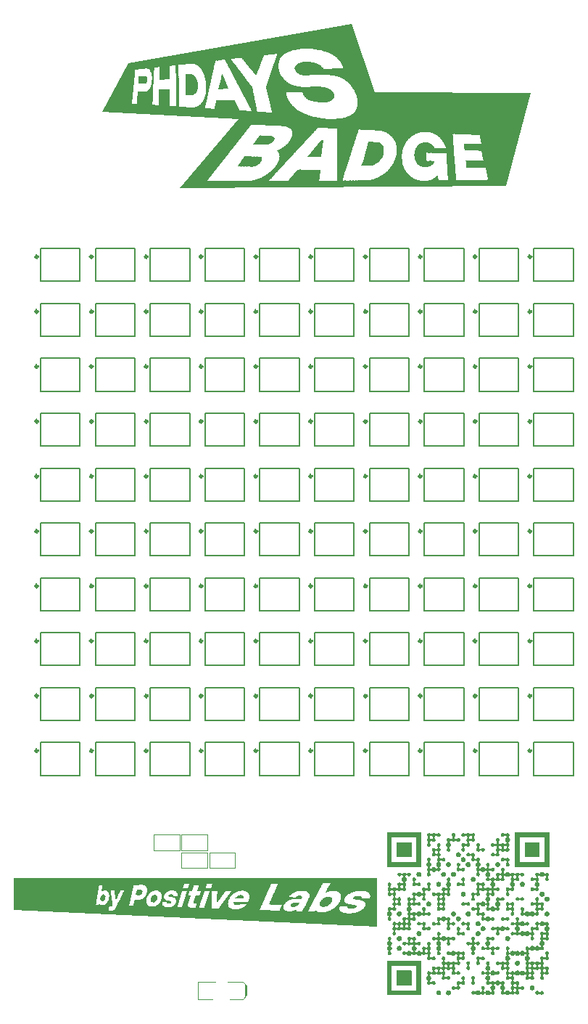
<source format=gto>
%FSLAX44Y44*%
%MOMM*%
G71*
G04*
G04 #@! TF.SameCoordinates,80543DCF-8C45-4766-8294-206619DBCA83*
G04*
G04*
G04 #@! TF.FilePolarity,Positive*
G04*
G01*
G75*
%ADD10C,0.3000*%
%ADD11C,0.1500*%
%ADD12C,0.1000*%
G36*
X-271014Y1064355D02*
X-88976Y1063036D01*
X-117477Y954589D01*
X-498868Y952698D01*
X-429571Y1032937D01*
X-588935Y1041364D01*
X-558551Y1098273D01*
X-298065Y1143722D01*
X-271014Y1064355D01*
D02*
G37*
G36*
X-87979Y920000D02*
X-88042Y919979D01*
X-88063Y920000D01*
X-88042Y920021D01*
X-88000Y920063D01*
X-87979Y920000D01*
D02*
G37*
G36*
X-196174Y200459D02*
X-195652Y200422D01*
X-195466Y200235D01*
X-195204Y200161D01*
X-194943Y200011D01*
X-194719Y199787D01*
X-194645Y199750D01*
X-194552Y199657D01*
X-194514Y199508D01*
X-194440Y199172D01*
X-194346Y199079D01*
X-194272Y199041D01*
X-194179Y198948D01*
X-194104Y198650D01*
X-194141Y197717D01*
X-194290Y197456D01*
X-194440Y197232D01*
X-194496Y197027D01*
X-194794Y196654D01*
X-194906Y196542D01*
X-194981Y196505D01*
X-195093Y196393D01*
X-195447Y196262D01*
X-195839Y196094D01*
X-196100Y196132D01*
X-196771Y196169D01*
X-197032Y196281D01*
X-197181Y196318D01*
X-197387Y196374D01*
X-197517Y196467D01*
X-197722Y196635D01*
X-197778Y196691D01*
X-197853Y196728D01*
X-198039Y196915D01*
X-198301Y196990D01*
X-198655Y197120D01*
X-198897Y197213D01*
X-199382Y197176D01*
X-199718Y197027D01*
X-199979Y196990D01*
X-200222Y196896D01*
X-200278Y196840D01*
X-200352Y196803D01*
X-200557Y196598D01*
X-200576Y196542D01*
X-200632Y196523D01*
X-200669Y196449D01*
X-200819Y196299D01*
X-200893Y196113D01*
X-200931Y195852D01*
X-200968Y195367D01*
X-200931Y194994D01*
X-200875Y194565D01*
X-200800Y194378D01*
X-200744Y194322D01*
X-200707Y194248D01*
X-200651Y194192D01*
X-200576Y194154D01*
X-200464Y194043D01*
X-200390Y194005D01*
X-200334Y193949D01*
X-200259Y193763D01*
X-200203Y193520D01*
X-200110Y193390D01*
X-199886Y193166D01*
X-199849Y192905D01*
X-199886Y191935D01*
X-200128Y191581D01*
X-200296Y191226D01*
X-200408Y191114D01*
X-200446Y191040D01*
X-200557Y190928D01*
X-200595Y190853D01*
X-200688Y190760D01*
X-200763Y190723D01*
X-201434Y190424D01*
X-201583Y190387D01*
X-202516Y190424D01*
X-202852Y190573D01*
X-203132Y190629D01*
X-203262Y190723D01*
X-203486Y190946D01*
X-203561Y190984D01*
X-203784Y191207D01*
X-204027Y191263D01*
X-204213Y191301D01*
X-204512Y191413D01*
X-204792Y191581D01*
X-204997Y191599D01*
X-205183Y191562D01*
X-205314Y191469D01*
X-205500Y191357D01*
X-205855Y191226D01*
X-205911Y191170D01*
X-205985Y191133D01*
X-206377Y190741D01*
X-206414Y190667D01*
X-206563Y190517D01*
X-206638Y190256D01*
X-206675Y189995D01*
X-206713Y189622D01*
X-206675Y189510D01*
X-206619Y188857D01*
X-206545Y188671D01*
X-206452Y188540D01*
X-206284Y188372D01*
X-206209Y188335D01*
X-206153Y188279D01*
X-206116Y188204D01*
X-205967Y187869D01*
X-205817Y187608D01*
X-205743Y187533D01*
X-205706Y187458D01*
X-205631Y187272D01*
X-205594Y186787D01*
X-205631Y186227D01*
X-205892Y185817D01*
X-205948Y185612D01*
X-206041Y185481D01*
X-206153Y185369D01*
X-206190Y185295D01*
X-206302Y185183D01*
X-206340Y185108D01*
X-206470Y185015D01*
X-207104Y184716D01*
X-207254Y184679D01*
X-207515Y184642D01*
X-208112Y184605D01*
X-208373Y184754D01*
X-208634Y184866D01*
X-208876Y184922D01*
X-208932Y184978D01*
X-209007Y185015D01*
X-209100Y185108D01*
X-209137Y185183D01*
X-209473Y185518D01*
X-209511Y185593D01*
X-209660Y185742D01*
X-209697Y185817D01*
X-209772Y186003D01*
X-209809Y186153D01*
X-209828Y186694D01*
X-209790Y187663D01*
X-209734Y187794D01*
X-209585Y187943D01*
X-209548Y188018D01*
X-209380Y188298D01*
X-209305Y188335D01*
X-209100Y188503D01*
X-209044Y188745D01*
X-208914Y188951D01*
X-208839Y189025D01*
X-208802Y189100D01*
X-208727Y189286D01*
X-208764Y190144D01*
X-208951Y190405D01*
X-209044Y190648D01*
X-209119Y190834D01*
X-209249Y191040D01*
X-209417Y191207D01*
X-209492Y191245D01*
X-209697Y191413D01*
X-209772Y191599D01*
X-209809Y191860D01*
X-209772Y193464D01*
X-209604Y193669D01*
X-209511Y193763D01*
X-209361Y194024D01*
X-209231Y194117D01*
X-209137Y194173D01*
X-209063Y194360D01*
X-209007Y194565D01*
X-208914Y194695D01*
X-208802Y194807D01*
X-208727Y195068D01*
X-208764Y195889D01*
X-208914Y196150D01*
X-209212Y196710D01*
X-209287Y196784D01*
X-209324Y196859D01*
X-209417Y196952D01*
X-209492Y196990D01*
X-209734Y197232D01*
X-209809Y197680D01*
X-209772Y199135D01*
X-209585Y199396D01*
X-209511Y199470D01*
X-209361Y199732D01*
X-209305Y199787D01*
X-209231Y199825D01*
X-209026Y199993D01*
X-208895Y200123D01*
X-208261Y200422D01*
X-207813Y200496D01*
X-207459Y200478D01*
X-207254Y200496D01*
X-207067Y200384D01*
X-206918Y200235D01*
X-206657Y200161D01*
X-206396Y200011D01*
X-206209Y199825D01*
X-206134Y199787D01*
X-205929Y199620D01*
X-205892Y199545D01*
X-205836Y199489D01*
X-205575Y199414D01*
X-205202Y199377D01*
X-205053Y199340D01*
X-204269Y199377D01*
X-204157Y199414D01*
X-203878Y199470D01*
X-203654Y199657D01*
X-203617Y199732D01*
X-203486Y199825D01*
X-203281Y199993D01*
X-203243Y200067D01*
X-202777Y200347D01*
X-202516Y200422D01*
X-202068Y200496D01*
X-201434Y200459D01*
X-201248Y200272D01*
X-201061Y200198D01*
X-200912Y200161D01*
X-200651Y200011D01*
X-200464Y199825D01*
X-200390Y199787D01*
X-200259Y199694D01*
X-200222Y199620D01*
X-200054Y199452D01*
X-199532Y199377D01*
X-199047Y199340D01*
X-198468Y199396D01*
X-198282Y199433D01*
X-198095Y199508D01*
X-198021Y199582D01*
X-198002Y199601D01*
X-197909Y199732D01*
X-197853Y199787D01*
X-197778Y199825D01*
X-197573Y199993D01*
X-197443Y200123D01*
X-196883Y200384D01*
X-196585Y200459D01*
X-196286Y200496D01*
X-196174Y200459D01*
D02*
G37*
G36*
X-115336D02*
X-115075Y200272D01*
X-114888Y200198D01*
X-114739Y200161D01*
X-114478Y200011D01*
X-114403Y199937D01*
X-114329Y199899D01*
X-114217Y199787D01*
X-114142Y199750D01*
X-114049Y199657D01*
X-113974Y199470D01*
X-113937Y199321D01*
X-113676Y198762D01*
X-113639Y198500D01*
X-113601Y198127D01*
X-113657Y197661D01*
X-113862Y197195D01*
X-113956Y196952D01*
X-114124Y196784D01*
X-114161Y196710D01*
X-114422Y196449D01*
X-114459Y196374D01*
X-114571Y196262D01*
X-114720Y195777D01*
X-114683Y195367D01*
X-114515Y195162D01*
X-114441Y195124D01*
X-114105Y194938D01*
X-113881Y194714D01*
X-113806Y194677D01*
X-113564Y194434D01*
X-113527Y194285D01*
X-113359Y194080D01*
X-113284Y194043D01*
X-113154Y193912D01*
X-113098Y193707D01*
X-113023Y193520D01*
X-112893Y193203D01*
X-112818Y192905D01*
X-112855Y192010D01*
X-112930Y191823D01*
X-112967Y191674D01*
X-113098Y191319D01*
X-113359Y190797D01*
X-113452Y190667D01*
X-113844Y190275D01*
X-114086Y190182D01*
X-114310Y190032D01*
X-114646Y189697D01*
X-114683Y189547D01*
X-114702Y189380D01*
X-114627Y188969D01*
X-114590Y188820D01*
X-114515Y188633D01*
X-114385Y188428D01*
X-114161Y188279D01*
X-114049Y188167D01*
X-113974Y187981D01*
X-113881Y187738D01*
X-113732Y187514D01*
X-113639Y187309D01*
X-113601Y186712D01*
X-113639Y186190D01*
X-113769Y185947D01*
X-113788Y185929D01*
X-113862Y185742D01*
X-113956Y185500D01*
X-114049Y185369D01*
X-114124Y185295D01*
X-114161Y185220D01*
X-114235Y185145D01*
X-114273Y185071D01*
X-114441Y184866D01*
X-114497Y184847D01*
X-114534Y184772D01*
X-114609Y184586D01*
X-114646Y184437D01*
X-114702Y184082D01*
X-114739Y183709D01*
X-114664Y183299D01*
X-114609Y183094D01*
X-114515Y182851D01*
X-114459Y182795D01*
X-114422Y182721D01*
X-114347Y182683D01*
X-114310Y182609D01*
X-114124Y182273D01*
X-113937Y182087D01*
X-113900Y182012D01*
X-113713Y181714D01*
X-113676Y181452D01*
X-113639Y181303D01*
X-113601Y180818D01*
X-113695Y180427D01*
X-113751Y180371D01*
X-113825Y180184D01*
X-114012Y179848D01*
X-114142Y179755D01*
X-114235Y179662D01*
X-114385Y179401D01*
X-114515Y179270D01*
X-114851Y179121D01*
X-115093Y179065D01*
X-115336Y178972D01*
X-115522Y178860D01*
X-116325Y178916D01*
X-116511Y178953D01*
X-117183Y179251D01*
X-117369Y179438D01*
X-117406Y179513D01*
X-117500Y179606D01*
X-117574Y179643D01*
X-117985Y179830D01*
X-118059Y179867D01*
X-118283Y180016D01*
X-118432Y180054D01*
X-118992Y180016D01*
X-119402Y179830D01*
X-119645Y179736D01*
X-119868Y179587D01*
X-119943Y179513D01*
X-119980Y179438D01*
X-120111Y179345D01*
X-120223Y179233D01*
X-120484Y179121D01*
X-120969Y178897D01*
X-122237Y178934D01*
X-122648Y179121D01*
X-122983Y179307D01*
X-123356Y179680D01*
X-123617Y179792D01*
X-123804Y179867D01*
X-124065Y180054D01*
X-124811Y180016D01*
X-125445Y179680D01*
X-125576Y179587D01*
X-125613Y179513D01*
X-125688Y179438D01*
X-125725Y179363D01*
X-126024Y179065D01*
X-126098Y178878D01*
X-126192Y178449D01*
X-126229Y178263D01*
X-126248Y177796D01*
X-126136Y177535D01*
X-126061Y177237D01*
X-126005Y177032D01*
X-125819Y176845D01*
X-125744Y176808D01*
X-125520Y176435D01*
X-125427Y176342D01*
X-125389Y176267D01*
X-125166Y175782D01*
X-125128Y175297D01*
X-125091Y175148D01*
X-125147Y174943D01*
X-125203Y174887D01*
X-125240Y174812D01*
X-125352Y174551D01*
X-125389Y174253D01*
X-125483Y174122D01*
X-125557Y174085D01*
X-125688Y173954D01*
X-125725Y173880D01*
X-125893Y173712D01*
X-125968Y173674D01*
X-126229Y173413D01*
X-126677Y173301D01*
X-126938Y173115D01*
X-127087Y173078D01*
X-127348Y173115D01*
X-127926Y173171D01*
X-128318Y173376D01*
X-128616Y173488D01*
X-128691Y173563D01*
X-128765Y173600D01*
X-128859Y173730D01*
X-129064Y173936D01*
X-129325Y174048D01*
X-129568Y174141D01*
X-129698Y174234D01*
X-129959Y174346D01*
X-130407Y174309D01*
X-130817Y174122D01*
X-131172Y173992D01*
X-131302Y173898D01*
X-131526Y173749D01*
X-131787Y173600D01*
X-132011Y173376D01*
X-132086Y173339D01*
X-132421Y173190D01*
X-132571Y173152D01*
X-133000Y173096D01*
X-133242Y173078D01*
X-133429Y173190D01*
X-133503Y173264D01*
X-133690Y173339D01*
X-133839Y173376D01*
X-134063Y173413D01*
X-134361Y173712D01*
X-134436Y173749D01*
X-134566Y173880D01*
X-134604Y173954D01*
X-134697Y174048D01*
X-134771Y174085D01*
X-134902Y174178D01*
X-134977Y174477D01*
X-135014Y174775D01*
X-135163Y174999D01*
X-135201Y175148D01*
X-135163Y175633D01*
X-135089Y175707D01*
X-134977Y175969D01*
X-134921Y176248D01*
X-134790Y176454D01*
X-134641Y176603D01*
X-134604Y176715D01*
X-134473Y176883D01*
X-134212Y177032D01*
X-134063Y177181D01*
X-133764Y177256D01*
X-133559Y177312D01*
X-133373Y177386D01*
X-133167Y177442D01*
X-132683Y177479D01*
X-132608Y177405D01*
X-132347Y177293D01*
X-132198Y177256D01*
X-131992Y177200D01*
X-131936Y177144D01*
X-131880Y177125D01*
X-131843Y177050D01*
X-131750Y176957D01*
X-131489Y176845D01*
X-131414Y176808D01*
X-131209Y176640D01*
X-131116Y176547D01*
X-130855Y176435D01*
X-130668Y176360D01*
X-130426Y176304D01*
X-130052Y176267D01*
X-129885Y176248D01*
X-129773Y176286D01*
X-129288Y176510D01*
X-129101Y176621D01*
X-128952Y176771D01*
X-128616Y176957D01*
X-128560Y177013D01*
X-128523Y177162D01*
X-128486Y177423D01*
X-128336Y177796D01*
X-128262Y178058D01*
X-128299Y178505D01*
X-128374Y178692D01*
X-128430Y178897D01*
X-128504Y179084D01*
X-128635Y179289D01*
X-128784Y179513D01*
X-128896Y179699D01*
X-128952Y179755D01*
X-129027Y179792D01*
X-129194Y179923D01*
X-129232Y180072D01*
X-129269Y180483D01*
X-129344Y180557D01*
X-129418Y180744D01*
X-129381Y181415D01*
X-129269Y181676D01*
X-129232Y181825D01*
X-129176Y182068D01*
X-129139Y182217D01*
X-128952Y182516D01*
X-128560Y182907D01*
X-128355Y183486D01*
X-128299Y183653D01*
X-128262Y183803D01*
X-128299Y184213D01*
X-128411Y184474D01*
X-128542Y184828D01*
X-128691Y185052D01*
X-128933Y185295D01*
X-128971Y185369D01*
X-129139Y185463D01*
X-129400Y185537D01*
X-129586Y185612D01*
X-129922Y185836D01*
X-130071Y185873D01*
X-130370Y185836D01*
X-130631Y185649D01*
X-130817Y185574D01*
X-131078Y185537D01*
X-131284Y185481D01*
X-131414Y185388D01*
X-131638Y185164D01*
X-131713Y185127D01*
X-131918Y184959D01*
X-132011Y184866D01*
X-132272Y184791D01*
X-132552Y184735D01*
X-132701Y184698D01*
X-132888Y184660D01*
X-133111Y184623D01*
X-133354Y184605D01*
X-133615Y184791D01*
X-133764Y184828D01*
X-134007Y184884D01*
X-134137Y184978D01*
X-134249Y185089D01*
X-134324Y185127D01*
X-134398Y185201D01*
X-134473Y185239D01*
X-134566Y185332D01*
X-134604Y185407D01*
X-134734Y185537D01*
X-134902Y185630D01*
X-134939Y185780D01*
X-134977Y186041D01*
X-135014Y186227D01*
X-135163Y186451D01*
X-135201Y186712D01*
X-135163Y187085D01*
X-135014Y187309D01*
X-134958Y187552D01*
X-134921Y187701D01*
X-134790Y187906D01*
X-134678Y188018D01*
X-134529Y188279D01*
X-134473Y188335D01*
X-134212Y188484D01*
X-134063Y188633D01*
X-133802Y188708D01*
X-133559Y188764D01*
X-133354Y188857D01*
X-133205Y188895D01*
X-132683Y188932D01*
X-132459Y188783D01*
X-132160Y188708D01*
X-131955Y188652D01*
X-131713Y188410D01*
X-131526Y188335D01*
X-131321Y188279D01*
X-131265Y188223D01*
X-131190Y188186D01*
X-131004Y187999D01*
X-130799Y187943D01*
X-130612Y187906D01*
X-130164Y187794D01*
X-129959Y187738D01*
X-129735Y187775D01*
X-129474Y187962D01*
X-129325Y187999D01*
X-129064Y188148D01*
X-128989Y188223D01*
X-128728Y188335D01*
X-128654Y188372D01*
X-128523Y188503D01*
X-128430Y188932D01*
X-128355Y189118D01*
X-128299Y189324D01*
X-128262Y189473D01*
X-128299Y190032D01*
X-128374Y190219D01*
X-128430Y190461D01*
X-128467Y190611D01*
X-128542Y190797D01*
X-128598Y190853D01*
X-128635Y190928D01*
X-128765Y191021D01*
X-128859Y191152D01*
X-128952Y191245D01*
X-129027Y191282D01*
X-129157Y191375D01*
X-129232Y191674D01*
X-129269Y191972D01*
X-129418Y192308D01*
X-129456Y192718D01*
X-129269Y193129D01*
X-129232Y193278D01*
X-129194Y193502D01*
X-129027Y193707D01*
X-128933Y193800D01*
X-128821Y193987D01*
X-128691Y194117D01*
X-128504Y194229D01*
X-128448Y194285D01*
X-128411Y194360D01*
X-128131Y194527D01*
X-127870Y194639D01*
X-127572Y194714D01*
X-127199Y194751D01*
X-127050Y194789D01*
X-126807Y194733D01*
X-126639Y194602D01*
X-126565Y194565D01*
X-126303Y194453D01*
X-126117Y194378D01*
X-125651Y194024D01*
X-125501Y193875D01*
X-125464Y193725D01*
X-125427Y193614D01*
X-125240Y193203D01*
X-125166Y192942D01*
X-125110Y192588D01*
X-125091Y192271D01*
X-125128Y192159D01*
X-125166Y191898D01*
X-125278Y191636D01*
X-125371Y191394D01*
X-125520Y191245D01*
X-125595Y191207D01*
X-125688Y191114D01*
X-125819Y190760D01*
X-126024Y190555D01*
X-126061Y190480D01*
X-126136Y190294D01*
X-126210Y190032D01*
X-126248Y189771D01*
X-126210Y189324D01*
X-126173Y189212D01*
X-126136Y189062D01*
X-126005Y188708D01*
X-125819Y188410D01*
X-125744Y188372D01*
X-125632Y188260D01*
X-125557Y188223D01*
X-125408Y188074D01*
X-125333Y188037D01*
X-125072Y187925D01*
X-124886Y187850D01*
X-124625Y187775D01*
X-124102Y187813D01*
X-123841Y187925D01*
X-123431Y188074D01*
X-123356Y188148D01*
X-123282Y188186D01*
X-123207Y188260D01*
X-122853Y188391D01*
X-122610Y188633D01*
X-122349Y188708D01*
X-122107Y188764D01*
X-121902Y188857D01*
X-121752Y188895D01*
X-121230Y188932D01*
X-121006Y188783D01*
X-120708Y188708D01*
X-120409Y188671D01*
X-120353Y188615D01*
X-120241Y188428D01*
X-120185Y188372D01*
X-119794Y188279D01*
X-119682Y188204D01*
X-119645Y188130D01*
X-119514Y187999D01*
X-119253Y187925D01*
X-118992Y187887D01*
X-118749Y187831D01*
X-118563Y187757D01*
X-118414Y187719D01*
X-118395Y187701D01*
X-118134Y187850D01*
X-118059Y187925D01*
X-117873Y187999D01*
X-117686Y188111D01*
X-117537Y188260D01*
X-117183Y188391D01*
X-117071Y188503D01*
X-117033Y188652D01*
X-116977Y188857D01*
X-116921Y188988D01*
X-116772Y189324D01*
X-116828Y189603D01*
X-117015Y189827D01*
X-117089Y189902D01*
X-117164Y189939D01*
X-117239Y190014D01*
X-117313Y190051D01*
X-117574Y190200D01*
X-117705Y190294D01*
X-117742Y190368D01*
X-117947Y190573D01*
X-118022Y190611D01*
X-118115Y190704D01*
X-118302Y191040D01*
X-118376Y191114D01*
X-118414Y191189D01*
X-118488Y191375D01*
X-118525Y191898D01*
X-118675Y192233D01*
X-118637Y193166D01*
X-118488Y193502D01*
X-118451Y193763D01*
X-118376Y193949D01*
X-118190Y194136D01*
X-118153Y194210D01*
X-117985Y194416D01*
X-117910Y194453D01*
X-117574Y194789D01*
X-117388Y194900D01*
X-117239Y195050D01*
X-117164Y195087D01*
X-116884Y195292D01*
X-116847Y195367D01*
X-116772Y195553D01*
X-116810Y195889D01*
X-116996Y196299D01*
X-117089Y196542D01*
X-117164Y196616D01*
X-117350Y196691D01*
X-117425Y196728D01*
X-117686Y196915D01*
X-117947Y196990D01*
X-118134Y197101D01*
X-118208Y197176D01*
X-118395Y197251D01*
X-118954Y197213D01*
X-119365Y197027D01*
X-119626Y196990D01*
X-119850Y196952D01*
X-120018Y196784D01*
X-120055Y196710D01*
X-120279Y196561D01*
X-120521Y196318D01*
X-120764Y196262D01*
X-120988Y196225D01*
X-121305Y196132D01*
X-121827Y196057D01*
X-122088Y196206D01*
X-122349Y196318D01*
X-122573Y196355D01*
X-122648Y196430D01*
X-122722Y196467D01*
X-122909Y196654D01*
X-122983Y196691D01*
X-123114Y196822D01*
X-123151Y196896D01*
X-123450Y197195D01*
X-123487Y197456D01*
X-123543Y197661D01*
X-123636Y197978D01*
X-123673Y198127D01*
X-123636Y198612D01*
X-123524Y198873D01*
X-123487Y199172D01*
X-123356Y199377D01*
X-123282Y199414D01*
X-123077Y199732D01*
X-122983Y199825D01*
X-122909Y199862D01*
X-122704Y200030D01*
X-122573Y200161D01*
X-122088Y200384D01*
X-121790Y200459D01*
X-121417Y200496D01*
X-121044Y200459D01*
X-120782Y200272D01*
X-120596Y200198D01*
X-120447Y200161D01*
X-120185Y200011D01*
X-119719Y199657D01*
X-119514Y199452D01*
X-119253Y199377D01*
X-118507Y199340D01*
X-118395Y199302D01*
X-118153Y199358D01*
X-117742Y199470D01*
X-117518Y199620D01*
X-117425Y199713D01*
X-117089Y199899D01*
X-116828Y200161D01*
X-116586Y200254D01*
X-116082Y200459D01*
X-115597Y200496D01*
X-115336Y200459D01*
D02*
G37*
G36*
X-178324Y200291D02*
X-178268Y200235D01*
X-178007Y200161D01*
X-177821Y200086D01*
X-177597Y199862D01*
X-177522Y199825D01*
X-177317Y199657D01*
X-177242Y199470D01*
X-177205Y199396D01*
X-177019Y199135D01*
X-176944Y198873D01*
X-176907Y198724D01*
X-176869Y198015D01*
X-176907Y197866D01*
X-176963Y197363D01*
X-177000Y197213D01*
X-177186Y196990D01*
X-177578Y196598D01*
X-177615Y196523D01*
X-177914Y196225D01*
X-177951Y195964D01*
X-177988Y194994D01*
X-177951Y194882D01*
X-177802Y194621D01*
X-177727Y194546D01*
X-177653Y194360D01*
X-177504Y194098D01*
X-177131Y193875D01*
X-177037Y193781D01*
X-176851Y193707D01*
X-176403Y193595D01*
X-176142Y193558D01*
X-175713Y193614D01*
X-175265Y193725D01*
X-175060Y193856D01*
X-174967Y193987D01*
X-174911Y194043D01*
X-174836Y194080D01*
X-174631Y194248D01*
X-174538Y194341D01*
X-174351Y194416D01*
X-174109Y194471D01*
X-173904Y194602D01*
X-173829Y194677D01*
X-173680Y194714D01*
X-173419Y194751D01*
X-172747Y194714D01*
X-172561Y194527D01*
X-172374Y194453D01*
X-172169Y194397D01*
X-172038Y194304D01*
X-171889Y194154D01*
X-171815Y194117D01*
X-171609Y193949D01*
X-171460Y193688D01*
X-171311Y193539D01*
X-171274Y193464D01*
X-171236Y193352D01*
X-171199Y193203D01*
X-171162Y192942D01*
X-171199Y191823D01*
X-171236Y191711D01*
X-171423Y191375D01*
X-171591Y191170D01*
X-171684Y191040D01*
X-171852Y190872D01*
X-171926Y190834D01*
X-172038Y190723D01*
X-172113Y190685D01*
X-172785Y190387D01*
X-172896Y190349D01*
X-173008Y190387D01*
X-173568Y190424D01*
X-173829Y190536D01*
X-174221Y190592D01*
X-174407Y190667D01*
X-174631Y190816D01*
X-174762Y190909D01*
X-174967Y191077D01*
X-175060Y191170D01*
X-175321Y191245D01*
X-175806Y191469D01*
X-176179Y191506D01*
X-176515Y191469D01*
X-176590Y191394D01*
X-176851Y191282D01*
X-177131Y191226D01*
X-177336Y191096D01*
X-177541Y190928D01*
X-177821Y190648D01*
X-178007Y190573D01*
X-178156Y190536D01*
X-178361Y190480D01*
X-178511Y190443D01*
X-179537Y190424D01*
X-179798Y190536D01*
X-180059Y190611D01*
X-180245Y190685D01*
X-180450Y190853D01*
X-180730Y191133D01*
X-180805Y191170D01*
X-180991Y191245D01*
X-181141Y191282D01*
X-181551Y191469D01*
X-181961Y191543D01*
X-182073Y191506D01*
X-182222Y191469D01*
X-182297Y191394D01*
X-182558Y191282D01*
X-182838Y191226D01*
X-183043Y191096D01*
X-183360Y190778D01*
X-183398Y190704D01*
X-183659Y190443D01*
X-183696Y190182D01*
X-183715Y189641D01*
X-183659Y189510D01*
X-183528Y189380D01*
X-183286Y189324D01*
X-183155Y189268D01*
X-182969Y189081D01*
X-182894Y189044D01*
X-182540Y188689D01*
X-182502Y188615D01*
X-182092Y188204D01*
X-182017Y187943D01*
X-181943Y187496D01*
X-181905Y187346D01*
X-181943Y185705D01*
X-182241Y185407D01*
X-182353Y185108D01*
X-182428Y185034D01*
X-182465Y184959D01*
X-182577Y184847D01*
X-182614Y184772D01*
X-182689Y184698D01*
X-182726Y184623D01*
X-182819Y184530D01*
X-182894Y184493D01*
X-183379Y184157D01*
X-183565Y184082D01*
X-183696Y183952D01*
X-183733Y183653D01*
X-183696Y183541D01*
X-183640Y183262D01*
X-183565Y183075D01*
X-183398Y182758D01*
X-183099Y182310D01*
X-182987Y182012D01*
X-182689Y181714D01*
X-182652Y181452D01*
X-182614Y180967D01*
X-182652Y180520D01*
X-182801Y180184D01*
X-183025Y179774D01*
X-183099Y179699D01*
X-183137Y179625D01*
X-183342Y179419D01*
X-183416Y179382D01*
X-183565Y179233D01*
X-183640Y179195D01*
X-183901Y179084D01*
X-184237Y178934D01*
X-184386Y178897D01*
X-185319Y178934D01*
X-185393Y179009D01*
X-185468Y179046D01*
X-185729Y179158D01*
X-186065Y179345D01*
X-186457Y179736D01*
X-186606Y180109D01*
X-186774Y180315D01*
X-186811Y180352D01*
X-186830Y180371D01*
X-186904Y180669D01*
X-186867Y181639D01*
X-186792Y181825D01*
X-186568Y182199D01*
X-186494Y182385D01*
X-186457Y182460D01*
X-186289Y182627D01*
X-186214Y182665D01*
X-186158Y182721D01*
X-186084Y182907D01*
X-185822Y183467D01*
X-185785Y183616D01*
X-185822Y183989D01*
X-185953Y184120D01*
X-186214Y184194D01*
X-186289Y184231D01*
X-186755Y184586D01*
X-186867Y184698D01*
X-186904Y184772D01*
X-186979Y184847D01*
X-187016Y184922D01*
X-187091Y184959D01*
X-187128Y185034D01*
X-187203Y185108D01*
X-187259Y185313D01*
X-187314Y185444D01*
X-187408Y185574D01*
X-187482Y185612D01*
X-187538Y185668D01*
X-187576Y185929D01*
X-187613Y186750D01*
X-187576Y187570D01*
X-187538Y187682D01*
X-187501Y187831D01*
X-187370Y188186D01*
X-187277Y188316D01*
X-187203Y188391D01*
X-187165Y188466D01*
X-186942Y188689D01*
X-186904Y188764D01*
X-186792Y188876D01*
X-186755Y188951D01*
X-186624Y189044D01*
X-186550Y189118D01*
X-186475Y189156D01*
X-186363Y189268D01*
X-186177Y189342D01*
X-185972Y189398D01*
X-185916Y189454D01*
X-185860Y189473D01*
X-185785Y189659D01*
X-185822Y190405D01*
X-185990Y190611D01*
X-186084Y190704D01*
X-186121Y190778D01*
X-186382Y191114D01*
X-186568Y191301D01*
X-186867Y191935D01*
X-186904Y192196D01*
X-186867Y193203D01*
X-186718Y193464D01*
X-186568Y193688D01*
X-186475Y193931D01*
X-186363Y194043D01*
X-186289Y194080D01*
X-186084Y194248D01*
X-185990Y194341D01*
X-185804Y194416D01*
X-185561Y194471D01*
X-185337Y194621D01*
X-185281Y194677D01*
X-185132Y194714D01*
X-184871Y194751D01*
X-184293Y194770D01*
X-184106Y194658D01*
X-184069Y194583D01*
X-184013Y194527D01*
X-183827Y194453D01*
X-183584Y194397D01*
X-183454Y194304D01*
X-183398Y194248D01*
X-183360Y194173D01*
X-182894Y193893D01*
X-182670Y193744D01*
X-182297Y193632D01*
X-181999Y193558D01*
X-181420Y193614D01*
X-181122Y193688D01*
X-180824Y193800D01*
X-180152Y194471D01*
X-180077Y194658D01*
X-180040Y195367D01*
X-180115Y196187D01*
X-180488Y196710D01*
X-180525Y196784D01*
X-180749Y197008D01*
X-180824Y197195D01*
X-180973Y197456D01*
X-181085Y197568D01*
X-181159Y197866D01*
X-181122Y198911D01*
X-180973Y199172D01*
X-180824Y199396D01*
X-180768Y199601D01*
X-180674Y199732D01*
X-180450Y199881D01*
X-180283Y200049D01*
X-180208Y200086D01*
X-180096Y200123D01*
X-179947Y200161D01*
X-179611Y200347D01*
X-179350Y200459D01*
X-178548Y200478D01*
X-178324Y200291D01*
D02*
G37*
G36*
X-167077Y200496D02*
X-167002Y200459D01*
X-166741Y200198D01*
X-166424Y200142D01*
X-166294Y200049D01*
X-166107Y199862D01*
X-165697Y199638D01*
X-165622Y199564D01*
X-165548Y199526D01*
X-165286Y199414D01*
X-165137Y199377D01*
X-164317Y199340D01*
X-164018Y199377D01*
X-163832Y199452D01*
X-163682Y199489D01*
X-163608Y199564D01*
X-163533Y199601D01*
X-163347Y199787D01*
X-163272Y199825D01*
X-163160Y199937D01*
X-163085Y199974D01*
X-162899Y200161D01*
X-162824Y200198D01*
X-162488Y200347D01*
X-162041Y200459D01*
X-161332Y200496D01*
X-161071Y200347D01*
X-160735Y200198D01*
X-160549Y200086D01*
X-160288Y199825D01*
X-160045Y199732D01*
X-159821Y199545D01*
X-159579Y199414D01*
X-159430Y199377D01*
X-159280D01*
X-158366Y199358D01*
X-158217Y199396D01*
X-157919Y199508D01*
X-157788Y199601D01*
X-157676Y199713D01*
X-157602Y199750D01*
X-157527Y199825D01*
X-157452Y199862D01*
X-157247Y200030D01*
X-156371Y200422D01*
X-156222Y200459D01*
X-155848Y200496D01*
X-155513Y200459D01*
X-155457Y200403D01*
X-155419Y200328D01*
X-155326Y200235D01*
X-155065Y200161D01*
X-154916Y200123D01*
X-154655Y199862D01*
X-154468Y199750D01*
X-154375Y199657D01*
X-154226Y199396D01*
X-154076Y199247D01*
X-154002Y198985D01*
X-153965Y198612D01*
X-154002Y197195D01*
X-154132Y197027D01*
X-154207Y196990D01*
X-154375Y196859D01*
X-154561Y196523D01*
X-154636Y196449D01*
X-154655Y196393D01*
X-154711Y196374D01*
X-154748Y196299D01*
X-154823Y196225D01*
X-154860Y196150D01*
X-155046Y195740D01*
X-155009Y194845D01*
X-154841Y194639D01*
X-154748Y194434D01*
X-154692Y194229D01*
X-154468Y194005D01*
X-154412Y193987D01*
X-154375Y193912D01*
X-154188Y193651D01*
X-154076Y193539D01*
X-154002Y193352D01*
X-153965Y192868D01*
X-154002Y191711D01*
X-154039Y191599D01*
X-154076Y191450D01*
X-154412Y191114D01*
X-154450Y191040D01*
X-154580Y190909D01*
X-154655Y190872D01*
X-154916Y190611D01*
X-155158Y190555D01*
X-155308Y190517D01*
X-155699Y190349D01*
X-156072Y190387D01*
X-156371Y190424D01*
X-156632Y190536D01*
X-157023Y190592D01*
X-157266Y190685D01*
X-157341Y190760D01*
X-157415Y190797D01*
X-157714Y191096D01*
X-157788Y191133D01*
X-158049Y191245D01*
X-158292Y191338D01*
X-158460Y191431D01*
X-158609Y191469D01*
X-159019Y191581D01*
X-159355Y191543D01*
X-159448Y191450D01*
X-159486Y191375D01*
X-159691Y191282D01*
X-159915Y191245D01*
X-160157Y191077D01*
X-160194Y191002D01*
X-160325Y190909D01*
X-160381Y190853D01*
X-160418Y190778D01*
X-160754Y190070D01*
X-160791Y189809D01*
X-160754Y189659D01*
X-160791Y189324D01*
X-160754Y189212D01*
X-160717Y189062D01*
X-160530Y188801D01*
X-160399Y188447D01*
X-160325Y188372D01*
X-160250Y188335D01*
X-160082Y188167D01*
X-159933Y187906D01*
X-159784Y187757D01*
X-159747Y187608D01*
X-159709Y187346D01*
X-159672Y186451D01*
X-159709Y186339D01*
X-159747Y185966D01*
X-159784Y185854D01*
X-159896Y185668D01*
X-160082Y185481D01*
X-160120Y185407D01*
X-160474Y185052D01*
X-160549Y185015D01*
X-160661Y184903D01*
X-160847Y184828D01*
X-161052Y184772D01*
X-161369Y184642D01*
X-161761Y184660D01*
X-161929Y184642D01*
X-162302Y184791D01*
X-162843Y184884D01*
X-162973Y184940D01*
X-163179Y185108D01*
X-163309Y185201D01*
X-163533Y185425D01*
X-163720Y185500D01*
X-163869Y185537D01*
X-164111Y185630D01*
X-164317Y185724D01*
X-164466Y185761D01*
X-164839Y185798D01*
X-165025Y185724D01*
X-165249Y185574D01*
X-165510Y185537D01*
X-165697Y185463D01*
X-165790Y185369D01*
X-165939Y185108D01*
X-166070Y184978D01*
X-166126Y184959D01*
X-166163Y184884D01*
X-166312Y184660D01*
X-166350Y184586D01*
X-166462Y184399D01*
X-166499Y184250D01*
X-166462Y183355D01*
X-166275Y183094D01*
X-166200Y182907D01*
X-166107Y182665D01*
X-166051Y182609D01*
X-166014Y182534D01*
X-165939Y182460D01*
X-165902Y182385D01*
X-165715Y182124D01*
X-165641Y182049D01*
X-165604Y181975D01*
X-165492Y181714D01*
X-165417Y181191D01*
X-165454Y180408D01*
X-165492Y180296D01*
X-165529Y180147D01*
X-165678Y179886D01*
X-165902Y179662D01*
X-165939Y179587D01*
X-166107Y179419D01*
X-166182Y179382D01*
X-166368Y179195D01*
X-166555Y179121D01*
X-166909Y178990D01*
X-167114Y178897D01*
X-168084Y178934D01*
X-168308Y179084D01*
X-168494Y179158D01*
X-168830Y179345D01*
X-169129Y179643D01*
X-169203Y179680D01*
X-169259Y179736D01*
X-169334Y179923D01*
X-169371Y180072D01*
X-169483Y180259D01*
X-169632Y180483D01*
X-169707Y181005D01*
X-169670Y181154D01*
X-169632Y181602D01*
X-169371Y181975D01*
X-169297Y182161D01*
X-169241Y182366D01*
X-169147Y182497D01*
X-168998Y182646D01*
X-168961Y182721D01*
X-168737Y182945D01*
X-168700Y183019D01*
X-168625Y183206D01*
X-168588Y183467D01*
X-168550Y184064D01*
X-168588Y184549D01*
X-168625Y184698D01*
X-168662Y184772D01*
X-168830Y184978D01*
X-169054Y185425D01*
X-169129Y185500D01*
X-169203Y185537D01*
X-169297Y185593D01*
X-169334Y185668D01*
X-169558Y186078D01*
X-169670Y186339D01*
X-169707Y186899D01*
X-169670Y187011D01*
X-169632Y187309D01*
X-169371Y187682D01*
X-169297Y187869D01*
X-169110Y188204D01*
X-169054Y188260D01*
X-168868Y188335D01*
X-168625Y188466D01*
X-168588Y188540D01*
X-168457Y188671D01*
X-168308Y188708D01*
X-168010Y188745D01*
X-167674Y188895D01*
X-167021Y188913D01*
X-166965Y188857D01*
X-166890Y188820D01*
X-166704Y188745D01*
X-166555Y188708D01*
X-166368Y188633D01*
X-166238Y188540D01*
X-166200Y188466D01*
X-166033Y188372D01*
X-165846Y188298D01*
X-165771Y188260D01*
X-165697Y188186D01*
X-165622Y188148D01*
X-165510Y188037D01*
X-165324Y187962D01*
X-165081Y187906D01*
X-164578Y187850D01*
X-164093Y187887D01*
X-163906Y187962D01*
X-163757Y187999D01*
X-163552Y188167D01*
X-163347Y188372D01*
X-163272Y188410D01*
X-163216Y188466D01*
X-163179Y188540D01*
X-162918Y188801D01*
X-162862Y189044D01*
X-162824Y189380D01*
X-162806Y189920D01*
X-162843Y190032D01*
X-162880Y190405D01*
X-163029Y190667D01*
X-163141Y190778D01*
X-163216Y190965D01*
X-163328Y191152D01*
X-163421Y191245D01*
X-163496Y191282D01*
X-163626Y191413D01*
X-163664Y191562D01*
X-163850Y191860D01*
X-163925Y192121D01*
X-163962Y192569D01*
X-163925Y192681D01*
X-163888Y193166D01*
X-163664Y193390D01*
X-163626Y193464D01*
X-163589Y193576D01*
X-163552Y193912D01*
X-163384Y194080D01*
X-163309Y194117D01*
X-162955Y194471D01*
X-162880Y194658D01*
X-162843Y194807D01*
X-162806Y195628D01*
X-162862Y196057D01*
X-162936Y196243D01*
X-163179Y196486D01*
X-163216Y196561D01*
X-163533Y196878D01*
X-163720Y196952D01*
X-163925Y197008D01*
X-164317Y197213D01*
X-164801Y197251D01*
X-164988Y197213D01*
X-165249Y197064D01*
X-165510Y196990D01*
X-165753Y196934D01*
X-165809Y196878D01*
X-165883Y196840D01*
X-166070Y196654D01*
X-166144Y196616D01*
X-166219Y196542D01*
X-166294Y196505D01*
X-166368Y196430D01*
X-166443Y196393D01*
X-166704Y196281D01*
X-167152Y196243D01*
X-167487Y196094D01*
X-168084Y196132D01*
X-168793Y196505D01*
X-169017Y196728D01*
X-169091Y196766D01*
X-169222Y196896D01*
X-169259Y196971D01*
X-169334Y197157D01*
X-169558Y197568D01*
X-169670Y197829D01*
X-169688Y198295D01*
X-169651Y198780D01*
X-169576Y198967D01*
X-169334Y199209D01*
X-169297Y199358D01*
X-169259Y199620D01*
X-169203Y199713D01*
X-169129Y199750D01*
X-168793Y200011D01*
X-168718Y200086D01*
X-168252Y200254D01*
X-168196Y200310D01*
X-167935Y200422D01*
X-167786Y200459D01*
X-167208Y200515D01*
X-167189Y200534D01*
X-167077Y200496D01*
D02*
G37*
G36*
X-195652Y188857D02*
X-195093Y188559D01*
X-194757Y188298D01*
X-194664Y188204D01*
X-194552Y187943D01*
X-194402Y187682D01*
X-194216Y187496D01*
X-194141Y187309D01*
X-194104Y186712D01*
X-194141Y186153D01*
X-194179Y186041D01*
X-194309Y185686D01*
X-194365Y185630D01*
X-194402Y185556D01*
X-194664Y185220D01*
X-194887Y184996D01*
X-194925Y184922D01*
X-195111Y184735D01*
X-195148Y184586D01*
X-195186Y184213D01*
X-195148Y183094D01*
X-194887Y182758D01*
X-194775Y182646D01*
X-194738Y182572D01*
X-194589Y182348D01*
X-194496Y182105D01*
X-194365Y181900D01*
X-194179Y181714D01*
X-194141Y181564D01*
X-194104Y181079D01*
X-194141Y180408D01*
X-194216Y180221D01*
X-194253Y180072D01*
X-194570Y179606D01*
X-194738Y179438D01*
X-194775Y179363D01*
X-195074Y179065D01*
X-195148Y178878D01*
X-195186Y178505D01*
X-195148Y177386D01*
X-194999Y177125D01*
X-194738Y176864D01*
X-194701Y176789D01*
X-194589Y176603D01*
X-194514Y176416D01*
X-194402Y176230D01*
X-194216Y176043D01*
X-194141Y175857D01*
X-194104Y175260D01*
X-194141Y174700D01*
X-194179Y174588D01*
X-194309Y174234D01*
X-194365Y174178D01*
X-194402Y174103D01*
X-194664Y173768D01*
X-194850Y173581D01*
X-194887Y173507D01*
X-195111Y173283D01*
X-195148Y173134D01*
Y173096D01*
Y173059D01*
X-195186Y172910D01*
X-195148Y171679D01*
X-195037Y171492D01*
X-194925Y171380D01*
X-194887Y171306D01*
X-194775Y171194D01*
X-194738Y171119D01*
X-194533Y170914D01*
X-194458Y170877D01*
X-194384Y170802D01*
X-194141Y170709D01*
X-193861Y170541D01*
X-193675Y170466D01*
X-193302Y170429D01*
X-193190Y170466D01*
X-192910Y170522D01*
X-192854Y170578D01*
X-192780Y170616D01*
X-192556Y170765D01*
X-192407Y170802D01*
X-192201Y170970D01*
X-192034Y171138D01*
X-191959Y171175D01*
X-191754Y171343D01*
X-191511Y171474D01*
X-191362Y171511D01*
X-191120Y171604D01*
X-190802Y171697D01*
X-190094Y171735D01*
X-189609Y171511D01*
X-189273Y171324D01*
X-189198Y171250D01*
X-189124Y171212D01*
X-189049Y171138D01*
X-188975Y171100D01*
X-188919Y171045D01*
X-188881Y170970D01*
X-188807Y170783D01*
X-188769Y170634D01*
X-188601Y170429D01*
X-188434Y170261D01*
X-188396Y170112D01*
X-188359Y169627D01*
X-188396Y168955D01*
X-188434Y168843D01*
X-188527Y168601D01*
X-188657Y168396D01*
X-188769Y168284D01*
X-188807Y168209D01*
X-189068Y167948D01*
X-189105Y167874D01*
X-189273Y167706D01*
X-189534Y167631D01*
X-189795Y167482D01*
X-189944Y167333D01*
X-190131Y167295D01*
X-190243Y167333D01*
X-190728Y167370D01*
X-190989Y167407D01*
X-191250Y167594D01*
X-191511Y167631D01*
X-191754Y167724D01*
X-192034Y168004D01*
X-192276Y168060D01*
X-192463Y168135D01*
X-192593Y168265D01*
X-193302Y168489D01*
X-193600Y168452D01*
X-193787Y168377D01*
X-194290Y168321D01*
X-194421Y168228D01*
X-194477Y168172D01*
X-194514Y168097D01*
X-194608Y168004D01*
X-194682Y167967D01*
X-194887Y167799D01*
X-195074Y167612D01*
X-195148Y167426D01*
X-195186Y167165D01*
X-195148Y166605D01*
X-194981Y166400D01*
X-194794Y166325D01*
X-194533Y166176D01*
X-194328Y166008D01*
X-194179Y165859D01*
X-194104Y165673D01*
X-194067Y165598D01*
X-194011Y165505D01*
X-193936Y165467D01*
X-193731Y165300D01*
X-193600Y164945D01*
X-193470Y164703D01*
X-193395Y164442D01*
X-193358Y164292D01*
X-193395Y162838D01*
X-193563Y162632D01*
X-193694Y162502D01*
X-193768Y162203D01*
X-193806Y162129D01*
X-193973Y161924D01*
X-194029Y161905D01*
X-194067Y161830D01*
X-194141Y161756D01*
X-194179Y161681D01*
X-194272Y161588D01*
X-194346Y161551D01*
X-194421Y161476D01*
X-194496Y161439D01*
X-194645Y161289D01*
X-194719Y161252D01*
X-195055Y160991D01*
X-195111Y160935D01*
X-195186Y160674D01*
X-195148Y160114D01*
X-194999Y159853D01*
X-194906Y159760D01*
X-194831Y159723D01*
X-194664Y159555D01*
X-194552Y159294D01*
X-194402Y159032D01*
X-194179Y158809D01*
X-194141Y158659D01*
X-194104Y157951D01*
X-194141Y157503D01*
X-194216Y157317D01*
X-194440Y156906D01*
X-194608Y156701D01*
X-194738Y156571D01*
X-194775Y156496D01*
X-194887Y156384D01*
X-194925Y156309D01*
X-195093Y156216D01*
X-195354Y156141D01*
X-195540Y156030D01*
X-195689Y155880D01*
X-195951Y155843D01*
X-196174Y155880D01*
X-196286Y155843D01*
X-196976Y155899D01*
X-197107Y155955D01*
X-197312Y156123D01*
X-197517Y156216D01*
X-197778Y156365D01*
X-198077Y156664D01*
X-198151Y156701D01*
X-198338Y156813D01*
X-198711Y156925D01*
X-198860Y156962D01*
X-199196Y156925D01*
X-199457Y156738D01*
X-199513Y156533D01*
X-199550Y156384D01*
X-199681Y156216D01*
X-199755Y156179D01*
X-200054Y155880D01*
X-200128Y155843D01*
X-200315Y155656D01*
X-200390Y155619D01*
X-200651Y155507D01*
X-201360Y155171D01*
X-201509Y155134D01*
X-201882Y155097D01*
X-202591Y155134D01*
X-202926Y155321D01*
X-203001Y155395D01*
X-203374Y155507D01*
X-203561Y155619D01*
X-203635Y155694D01*
X-203710Y155731D01*
X-203971Y155880D01*
X-204064Y155974D01*
X-204101Y156048D01*
X-204232Y156216D01*
X-204307Y156253D01*
X-204363Y156309D01*
X-204400Y156384D01*
X-204586Y156720D01*
X-204680Y156813D01*
X-204754Y156850D01*
X-205015Y156962D01*
X-205165Y156999D01*
X-205388Y156962D01*
X-205500Y156925D01*
X-205650Y156888D01*
X-205911Y156738D01*
X-206079Y156421D01*
X-206172Y156328D01*
X-206508Y156141D01*
X-206563Y156086D01*
X-206638Y155787D01*
X-206675Y155339D01*
X-206713Y155227D01*
X-206657Y154724D01*
X-206619Y154276D01*
X-206582Y154127D01*
X-206489Y153996D01*
X-206358Y153903D01*
X-206265Y153810D01*
X-206116Y153549D01*
X-206004Y153437D01*
X-205967Y153362D01*
X-205817Y153139D01*
X-205668Y152765D01*
X-205612Y152523D01*
X-205594Y151907D01*
X-205780Y151572D01*
X-205929Y151236D01*
X-206004Y151049D01*
X-206079Y150975D01*
X-206097Y150919D01*
X-206172Y150882D01*
X-206414Y150639D01*
X-206433Y150583D01*
X-206508Y150546D01*
X-206769Y150434D01*
X-207030Y150285D01*
X-207104Y150210D01*
X-207365Y150135D01*
X-207477Y150173D01*
X-207739Y150135D01*
X-208335Y150173D01*
X-208597Y150359D01*
X-208671Y150397D01*
X-208932Y150508D01*
X-209193Y150658D01*
X-209287Y150751D01*
X-209511Y151161D01*
X-209697Y151311D01*
X-209734Y151385D01*
X-209772Y151497D01*
X-209809Y151646D01*
X-209772Y153176D01*
X-209436Y153661D01*
X-209399Y153773D01*
X-209305Y153903D01*
X-209231Y153940D01*
X-209100Y154071D01*
X-208970Y154425D01*
X-208876Y154556D01*
X-208764Y154817D01*
X-208727Y154966D01*
X-208764Y155451D01*
X-208988Y155936D01*
X-209063Y156123D01*
X-209100Y156197D01*
X-209268Y156403D01*
X-209324Y156459D01*
X-209529Y156850D01*
X-209604Y156888D01*
X-209734Y156981D01*
X-209809Y157167D01*
X-209772Y158995D01*
X-209511Y159331D01*
X-209361Y159592D01*
X-209268Y159685D01*
X-209193Y159723D01*
X-209100Y159816D01*
X-209026Y160002D01*
X-208876Y160264D01*
X-208802Y160338D01*
X-208727Y160525D01*
X-208764Y160786D01*
X-209156Y161178D01*
X-209231Y161215D01*
X-209305Y161289D01*
X-209361Y161308D01*
X-209399Y161383D01*
X-209455Y161439D01*
X-209529Y161476D01*
X-209772Y161644D01*
X-209809Y161718D01*
X-209977Y161961D01*
X-210051Y161998D01*
X-210107Y162054D01*
X-210331Y162465D01*
X-210443Y162576D01*
X-210518Y162763D01*
X-210555Y163285D01*
X-210630Y163472D01*
X-210667Y163733D01*
X-210630Y163882D01*
X-210592Y164330D01*
X-210518Y164516D01*
X-210387Y165169D01*
X-210257Y165374D01*
X-209846Y165785D01*
X-209809Y165859D01*
X-209734Y165934D01*
X-209697Y166008D01*
X-209249Y166307D01*
X-208839Y166493D01*
X-208727Y166754D01*
X-208764Y167202D01*
X-208914Y167463D01*
X-209026Y167724D01*
X-209137Y167911D01*
X-209231Y168004D01*
X-209305Y168041D01*
X-209399Y168135D01*
X-209436Y168209D01*
X-209511Y168284D01*
X-209529Y168340D01*
X-209604Y168377D01*
X-209734Y168508D01*
X-209772Y168657D01*
X-209809Y169030D01*
X-209828Y169422D01*
X-209790Y170280D01*
X-209753Y170429D01*
X-209622Y170634D01*
X-209511Y170746D01*
X-209324Y171082D01*
X-209268Y171138D01*
X-209007Y171287D01*
X-208746Y171474D01*
X-208503Y171530D01*
X-208074Y171697D01*
X-207216Y171660D01*
X-207030Y171585D01*
X-206787Y171492D01*
X-206657Y171436D01*
X-206582Y171362D01*
X-206508Y171324D01*
X-206433Y171250D01*
X-206358Y171212D01*
X-206153Y171045D01*
X-206004Y170709D01*
X-205855Y170448D01*
X-205780Y170373D01*
X-205743Y170298D01*
X-205631Y170037D01*
X-205594Y169552D01*
X-205631Y168918D01*
X-205668Y168806D01*
X-205724Y168601D01*
X-205780Y168470D01*
X-205967Y168209D01*
X-206004Y168135D01*
X-206134Y168004D01*
X-206209Y167967D01*
X-206489Y167687D01*
X-206526Y167612D01*
X-206638Y167351D01*
X-206713Y166829D01*
X-206675Y166717D01*
X-206563Y166531D01*
X-206209Y166176D01*
X-205799Y165952D01*
X-205631Y165785D01*
X-205482Y165523D01*
X-205426Y165467D01*
X-205351Y165430D01*
X-205221Y165337D01*
X-205146Y165150D01*
X-205090Y164945D01*
X-204885Y164479D01*
X-204848Y164330D01*
X-204810Y163957D01*
X-204848Y163285D01*
X-204885Y163173D01*
X-204922Y162800D01*
X-205034Y162688D01*
X-205071Y162614D01*
X-205146Y162539D01*
X-205221Y162278D01*
X-205370Y162017D01*
X-205556Y161830D01*
X-205594Y161756D01*
X-205873Y161476D01*
X-205948Y161439D01*
X-206097Y161289D01*
X-206172Y161252D01*
X-206526Y161010D01*
X-206601Y160823D01*
X-206638Y160674D01*
X-206601Y160152D01*
X-206414Y159890D01*
X-206302Y159779D01*
X-206265Y159704D01*
X-206190Y159629D01*
X-206153Y159555D01*
X-206060Y159461D01*
X-205650Y159238D01*
X-205426Y159014D01*
X-205165Y158977D01*
X-204941Y159014D01*
X-204605Y159275D01*
X-204549Y159331D01*
X-204512Y159406D01*
X-204251Y159890D01*
X-204101Y160040D01*
X-203971Y160282D01*
X-203896Y160319D01*
X-203486Y160543D01*
X-203374Y160655D01*
X-203188Y160730D01*
X-202833Y160786D01*
X-202684Y160823D01*
X-202479Y160916D01*
X-202330Y160954D01*
X-201360Y160916D01*
X-201285Y160842D01*
X-201024Y160767D01*
X-200744Y160711D01*
X-200613Y160618D01*
X-200557Y160562D01*
X-200520Y160487D01*
X-200278Y160357D01*
X-200017Y160208D01*
X-199961Y160152D01*
X-199923Y160077D01*
X-199774Y159816D01*
X-199644Y159685D01*
X-199569Y159648D01*
X-199476Y159555D01*
X-199382Y159312D01*
X-199233Y159163D01*
X-198972Y159126D01*
X-198692Y159107D01*
X-198543Y159144D01*
X-198226Y159312D01*
X-198039Y159424D01*
X-197610Y159853D01*
X-197424Y160189D01*
X-197312Y160375D01*
X-197275Y160525D01*
X-197312Y160823D01*
X-197666Y161178D01*
X-197741Y161215D01*
X-197965Y161439D01*
X-198226Y161588D01*
X-198357Y161718D01*
X-198394Y161793D01*
X-198692Y162092D01*
X-198786Y162334D01*
X-198935Y162558D01*
X-199028Y162651D01*
X-199065Y162912D01*
X-199084Y164125D01*
X-199047Y164572D01*
X-199009Y164759D01*
X-198953Y164964D01*
X-198916Y165113D01*
X-198767Y165374D01*
X-198674Y165467D01*
X-198599Y165505D01*
X-198468Y165635D01*
X-198431Y165710D01*
X-198263Y165915D01*
X-198114Y166064D01*
X-198039Y166102D01*
X-197965Y166176D01*
X-197890Y166214D01*
X-197816Y166288D01*
X-197629Y166363D01*
X-197368Y166512D01*
X-197312Y166568D01*
X-197237Y166829D01*
X-197275Y167165D01*
X-197387Y167426D01*
X-197648Y167911D01*
X-197704Y167967D01*
X-197778Y168004D01*
X-197946Y168172D01*
X-197984Y168247D01*
X-198077Y168340D01*
X-198151Y168377D01*
X-198282Y168508D01*
X-198319Y168657D01*
X-198357Y169478D01*
X-198319Y170336D01*
X-198170Y170597D01*
X-198058Y170709D01*
X-197984Y170895D01*
X-197872Y171082D01*
X-197816Y171138D01*
X-197741Y171175D01*
X-197573Y171343D01*
X-197517Y171548D01*
X-197275Y172014D01*
X-197237Y172611D01*
X-197331Y173003D01*
X-197387Y173059D01*
X-197573Y173469D01*
X-197685Y173656D01*
X-198039Y174010D01*
X-198226Y174085D01*
X-198468Y174178D01*
X-198674Y174271D01*
X-198897Y174309D01*
X-199084Y174383D01*
X-199270Y174421D01*
X-199382Y174383D01*
X-199457Y174346D01*
X-199662Y174178D01*
X-199830Y174122D01*
X-200035Y174066D01*
X-200240Y173936D01*
X-200390Y173786D01*
X-200464Y173749D01*
X-200576Y173637D01*
X-200651Y173600D01*
X-200800Y173451D01*
X-200986Y173376D01*
X-201229Y173283D01*
X-201546Y173152D01*
X-201807Y173115D01*
X-202292Y173078D01*
X-202441Y173115D01*
X-202516Y173190D01*
X-202591Y173227D01*
X-202703Y173339D01*
X-202889Y173413D01*
X-203113Y173451D01*
X-203318Y173619D01*
X-203691Y173992D01*
X-203728Y174066D01*
X-203803Y174141D01*
X-203840Y174215D01*
X-203990Y174439D01*
X-204064Y174700D01*
X-204101Y174961D01*
X-204064Y176081D01*
X-203915Y176342D01*
X-203803Y176454D01*
X-203617Y176789D01*
X-203486Y176920D01*
X-203430Y176939D01*
X-203393Y177013D01*
X-203243Y177386D01*
X-203057Y177647D01*
X-203020Y177796D01*
X-203001Y178449D01*
X-203038Y178673D01*
X-203206Y178990D01*
X-203467Y179475D01*
X-203691Y179699D01*
X-203728Y179774D01*
X-203878Y179923D01*
X-203915Y179998D01*
X-203990Y180072D01*
X-204064Y180371D01*
X-204101Y180632D01*
X-204064Y181751D01*
X-203915Y182012D01*
X-203803Y182124D01*
X-203766Y182199D01*
X-203579Y182534D01*
X-203523Y182590D01*
X-203262Y182739D01*
X-203150Y182851D01*
X-203076Y182889D01*
X-202889Y182963D01*
X-202684Y183019D01*
X-202497Y183094D01*
X-202348Y183131D01*
X-201845Y183187D01*
X-201434Y183150D01*
X-201098Y183001D01*
X-200856Y182907D01*
X-200725Y182814D01*
X-200576Y182665D01*
X-200502Y182627D01*
X-200296Y182460D01*
X-200054Y182217D01*
X-199681Y182105D01*
X-199382Y182031D01*
X-198524Y182068D01*
X-198039Y182329D01*
X-197909Y182460D01*
X-197872Y182534D01*
X-197741Y182627D01*
X-197648Y182721D01*
X-197517Y183075D01*
X-197312Y183355D01*
X-197275Y183616D01*
X-197312Y184437D01*
X-197722Y185220D01*
X-197909Y185407D01*
X-197946Y185481D01*
X-198021Y185556D01*
X-198058Y185630D01*
X-198133Y185705D01*
X-198170Y185780D01*
X-198319Y186115D01*
X-198357Y186265D01*
X-198319Y187496D01*
X-198077Y187850D01*
X-198021Y187906D01*
X-197928Y188148D01*
X-197834Y188279D01*
X-197536Y188466D01*
X-197405Y188559D01*
X-197331Y188633D01*
X-197181Y188671D01*
X-197070Y188708D01*
X-196827Y188801D01*
X-196622Y188857D01*
X-196473Y188895D01*
X-195652Y188857D01*
D02*
G37*
G36*
X-149693Y188820D02*
X-149432Y188708D01*
X-149227Y188652D01*
X-149096Y188559D01*
X-148910Y188372D01*
X-148723Y188260D01*
X-148667Y188204D01*
X-148518Y187943D01*
X-148369Y187794D01*
X-148294Y187608D01*
X-148201Y186955D01*
X-148145Y186750D01*
X-148108Y186600D01*
X-148164Y186358D01*
X-148257Y186115D01*
X-148294Y185668D01*
X-148425Y185537D01*
X-148499Y185500D01*
X-148593Y185407D01*
X-148686Y185164D01*
X-148816Y184959D01*
X-149003Y184772D01*
X-149078Y184586D01*
X-149264Y184101D01*
X-149302Y183952D01*
X-149320Y183635D01*
X-149283Y183448D01*
X-149190Y183318D01*
X-149040Y183168D01*
X-148966Y182907D01*
X-148928Y182758D01*
X-148835Y182627D01*
X-148574Y182478D01*
X-148462Y182366D01*
X-148388Y182329D01*
X-148313Y182254D01*
X-148052Y182143D01*
X-147679Y182031D01*
X-147306Y181993D01*
X-146933Y182031D01*
X-146672Y182180D01*
X-146336Y182366D01*
X-146187Y182516D01*
X-146000Y182590D01*
X-145758Y182683D01*
X-145646Y182795D01*
X-145608Y182870D01*
X-145552Y182926D01*
X-145403Y182963D01*
X-145142Y183001D01*
X-144881Y183112D01*
X-144620Y183187D01*
X-144153Y183206D01*
X-143874Y183038D01*
X-143575Y182963D01*
X-143389Y182851D01*
X-143202Y182665D01*
X-142960Y182534D01*
X-142922Y182460D01*
X-142736Y182199D01*
X-142624Y182087D01*
X-142549Y181900D01*
X-142512Y181639D01*
X-142475Y181229D01*
X-142363Y180967D01*
X-142400Y180669D01*
X-142512Y180408D01*
X-142549Y180259D01*
X-142587Y179998D01*
X-142755Y179830D01*
X-142773Y179811D01*
X-142960Y179625D01*
X-142997Y179550D01*
X-143090Y179457D01*
X-143165Y179419D01*
X-143426Y179158D01*
X-143874Y179046D01*
X-144172Y178860D01*
X-144881Y178897D01*
X-145179Y178934D01*
X-145664Y179158D01*
X-145814Y179195D01*
X-145888Y179270D01*
X-145963Y179307D01*
X-146299Y179643D01*
X-146373Y179680D01*
X-146709Y179830D01*
X-146784Y179867D01*
X-147007Y180016D01*
X-147156Y180054D01*
X-147828Y180016D01*
X-147903Y179942D01*
X-148164Y179830D01*
X-148443Y179774D01*
X-148574Y179680D01*
X-148835Y179419D01*
X-148910Y179382D01*
X-149171Y179121D01*
X-149507Y178972D01*
X-149805Y178897D01*
X-150402Y178860D01*
X-150589Y178897D01*
X-150663Y178972D01*
X-150738Y179009D01*
X-150924Y179084D01*
X-151074Y179121D01*
X-151353Y179177D01*
X-151558Y179307D01*
X-151689Y179438D01*
X-151838Y179699D01*
X-151931Y179792D01*
X-152099Y179886D01*
X-152174Y180072D01*
X-152211Y180221D01*
X-152398Y180632D01*
X-152435Y180893D01*
X-152398Y181639D01*
X-152137Y182012D01*
X-152062Y182460D01*
X-151931Y182590D01*
X-151857Y182627D01*
X-151503Y182982D01*
X-151465Y183057D01*
X-151391Y183243D01*
X-151353Y183504D01*
X-151316Y183653D01*
X-151353Y184362D01*
X-151391Y184474D01*
X-151447Y184716D01*
X-151577Y184922D01*
X-151726Y185145D01*
X-151819Y185388D01*
X-151931Y185500D01*
X-152006Y185537D01*
X-152137Y185668D01*
X-152304Y186134D01*
X-152398Y186339D01*
X-152435Y186488D01*
X-152398Y187197D01*
X-151913Y188130D01*
X-151745Y188298D01*
X-151409Y188484D01*
X-151316Y188615D01*
X-151260Y188671D01*
X-150999Y188708D01*
X-150850Y188745D01*
X-150607Y188839D01*
X-150439Y188895D01*
X-149992Y188932D01*
X-149954Y188969D01*
X-149693Y188820D01*
D02*
G37*
G36*
X-155326Y177293D02*
X-155121Y177237D01*
X-154934Y177162D01*
X-154879Y177106D01*
X-154804Y177069D01*
X-154655Y176920D01*
X-154580Y176883D01*
X-154412Y176752D01*
X-154226Y176416D01*
X-154114Y176304D01*
X-154039Y176118D01*
X-154002Y175969D01*
X-153965Y175707D01*
X-154002Y174253D01*
X-154207Y174048D01*
X-154282Y174010D01*
X-154338Y173954D01*
X-154431Y173712D01*
X-154580Y173488D01*
X-154711Y173357D01*
X-154748Y173283D01*
X-154897Y172947D01*
X-154972Y172761D01*
X-155046Y172462D01*
X-155009Y171940D01*
X-154748Y171567D01*
X-154711Y171343D01*
X-154580Y171175D01*
X-154506Y171138D01*
X-154338Y170970D01*
X-154300Y170895D01*
X-154207Y170802D01*
X-153965Y170746D01*
X-153778Y170671D01*
X-153647Y170541D01*
X-153461Y170466D01*
X-153200Y170429D01*
X-153051Y170466D01*
X-152603Y170504D01*
X-152510Y170560D01*
X-152472Y170634D01*
X-152379Y170727D01*
X-152193Y170802D01*
X-151931Y170951D01*
X-151819Y171063D01*
X-151633Y171138D01*
X-151447Y171250D01*
X-151223Y171474D01*
X-150794Y171567D01*
X-150607Y171641D01*
X-150439Y171697D01*
X-149880Y171735D01*
X-149619Y171585D01*
X-149358Y171511D01*
X-149096Y171362D01*
X-148947Y171212D01*
X-148686Y171063D01*
X-148518Y170746D01*
X-148443Y170671D01*
X-148406Y170597D01*
X-148332Y170522D01*
X-148257Y170224D01*
X-148201Y169795D01*
X-148108Y169478D01*
X-148145Y169179D01*
X-148220Y168993D01*
X-148257Y168732D01*
X-148294Y168359D01*
X-148593Y168060D01*
X-148630Y167985D01*
X-148761Y167892D01*
X-148928Y167724D01*
X-148966Y167650D01*
X-149115Y167426D01*
X-149190Y167165D01*
X-149227Y167016D01*
X-149190Y166680D01*
X-149022Y166475D01*
X-148947Y166437D01*
X-148350Y165990D01*
X-147959Y165598D01*
X-147921Y165523D01*
X-147697Y165300D01*
X-147623Y165113D01*
X-147585Y164852D01*
X-147548Y164703D01*
X-147492Y164423D01*
X-147324Y164031D01*
X-147362Y163658D01*
X-147399Y163211D01*
X-147474Y163024D01*
X-147529Y162782D01*
X-147567Y162595D01*
X-147697Y162390D01*
X-147865Y162185D01*
X-148108Y161756D01*
X-148462Y161401D01*
X-148537Y161364D01*
X-148872Y161178D01*
X-148947Y161103D01*
X-149003Y161084D01*
X-149040Y161010D01*
X-149115Y160935D01*
X-149190Y160749D01*
X-149227Y160599D01*
X-149171Y160319D01*
X-149115Y160264D01*
X-148966Y159890D01*
X-148928Y159816D01*
X-148872Y159723D01*
X-148798Y159685D01*
X-148462Y159350D01*
X-148257Y159294D01*
X-147959Y159107D01*
X-147753Y159014D01*
X-147492Y158977D01*
X-147268Y159014D01*
X-147175Y159107D01*
X-147138Y159256D01*
X-147045Y159499D01*
X-146877Y159667D01*
X-146690Y160002D01*
X-146634Y160058D01*
X-146373Y160208D01*
X-146280Y160338D01*
X-146149Y160431D01*
X-145944Y160599D01*
X-145776Y160693D01*
X-145627Y160730D01*
X-145422Y160786D01*
X-145235Y160860D01*
X-144918Y160954D01*
X-143836Y160916D01*
X-143463Y160767D01*
X-143314Y160730D01*
X-142978Y160543D01*
X-142866Y160431D01*
X-142792Y160394D01*
X-142587Y160226D01*
X-142419Y160021D01*
X-142344Y159984D01*
X-142288Y159928D01*
X-142251Y159853D01*
X-142102Y159704D01*
X-142065Y159629D01*
X-141915Y159480D01*
X-141841Y159144D01*
X-141747Y159051D01*
X-141561Y158977D01*
X-141188Y159014D01*
X-140983Y159182D01*
X-140964Y159238D01*
X-140889Y159275D01*
X-140479Y159499D01*
X-140404Y159573D01*
X-140069Y159760D01*
X-140013Y159816D01*
X-139938Y160114D01*
X-139882Y160357D01*
X-139826Y160562D01*
X-139789Y160711D01*
X-139826Y161345D01*
X-139864Y161457D01*
X-139920Y161737D01*
X-139994Y161924D01*
X-140199Y162129D01*
X-140274Y162315D01*
X-140386Y162502D01*
X-140479Y162595D01*
X-140666Y162707D01*
X-140703Y162856D01*
X-140722Y162950D01*
X-140684Y163061D01*
X-140759Y163285D01*
X-140927Y163490D01*
X-140964Y163640D01*
X-140983Y163696D01*
X-140945Y163808D01*
X-140908Y164143D01*
X-140833Y164218D01*
X-140722Y164479D01*
X-140684Y164628D01*
X-140591Y164871D01*
X-140386Y165076D01*
X-140237Y165337D01*
X-140181Y165393D01*
X-139845Y165579D01*
X-139621Y165729D01*
X-139323Y165803D01*
X-137942Y165766D01*
X-137569Y165505D01*
X-137234Y165318D01*
X-136991Y164889D01*
X-136842Y164666D01*
X-136805Y164479D01*
X-136655Y164106D01*
X-136581Y163584D01*
X-136618Y163472D01*
X-136674Y163192D01*
X-136730Y162987D01*
X-136767Y162838D01*
X-136861Y162595D01*
X-137140Y162315D01*
X-137178Y162241D01*
X-137346Y162036D01*
X-137513Y161868D01*
X-137625Y161607D01*
X-137681Y161401D01*
X-137718Y161178D01*
X-137737Y160450D01*
X-137551Y160040D01*
X-137457Y159797D01*
X-137010Y159350D01*
X-136861Y159312D01*
X-136618Y159219D01*
X-136525Y159126D01*
X-136450Y159088D01*
X-136189Y158977D01*
X-135667Y159014D01*
X-134809Y159461D01*
X-134660Y159611D01*
X-134305Y159741D01*
X-134100Y159872D01*
X-133876Y160021D01*
X-133242Y160096D01*
X-132235Y160058D01*
X-131880Y159816D01*
X-131563Y159648D01*
X-131470Y159555D01*
X-131284Y159219D01*
X-131172Y159107D01*
X-130967Y158529D01*
X-130873Y158212D01*
X-130836Y157839D01*
X-130873Y157727D01*
X-130948Y157652D01*
X-130985Y157578D01*
X-131060Y157391D01*
X-131097Y157018D01*
X-131228Y156888D01*
X-131302Y156850D01*
X-131433Y156720D01*
X-131582Y156459D01*
X-131750Y156291D01*
X-132683Y155843D01*
X-133652Y155880D01*
X-133857Y156048D01*
X-133913Y156104D01*
X-134100Y156179D01*
X-134436Y156253D01*
X-134566Y156384D01*
X-134604Y156459D01*
X-134697Y156552D01*
X-134771Y156589D01*
X-134995Y156813D01*
X-135256Y156888D01*
X-135667Y156999D01*
X-136226Y156962D01*
X-136338Y156925D01*
X-136730Y156832D01*
X-136861Y156738D01*
X-137047Y156552D01*
X-137122Y156515D01*
X-137234Y156403D01*
X-137308Y156365D01*
X-137476Y156197D01*
X-137588Y155936D01*
X-137681Y155694D01*
X-137718Y155545D01*
X-137737Y155339D01*
X-137588Y155078D01*
X-137532Y155022D01*
X-137457Y154985D01*
X-137252Y154817D01*
X-137122Y154724D01*
X-137047Y154649D01*
X-136972Y154612D01*
X-136599Y154239D01*
X-136525Y154202D01*
X-136432Y154071D01*
X-136208Y153847D01*
X-136133Y153661D01*
X-136096Y153362D01*
X-135947Y153101D01*
X-135872Y152840D01*
X-135835Y152355D01*
X-135872Y151758D01*
X-136059Y151348D01*
X-136133Y151049D01*
X-136226Y150807D01*
X-136413Y150508D01*
X-137010Y149912D01*
X-137084Y149874D01*
X-137495Y149650D01*
X-137551Y149594D01*
X-137663Y149333D01*
X-137700Y149072D01*
X-137551Y148587D01*
X-137457Y148345D01*
X-137140Y148028D01*
X-137103Y147953D01*
X-136972Y147823D01*
X-136730Y147729D01*
X-136264Y147524D01*
X-135368Y147562D01*
X-135033Y147785D01*
X-134883Y147823D01*
X-134622Y147972D01*
X-134361Y148233D01*
X-134286Y148270D01*
X-134212Y148345D01*
X-134137Y148382D01*
X-134025Y148494D01*
X-133839Y148569D01*
X-133578Y148606D01*
X-132086Y148569D01*
X-131880Y148401D01*
X-131489Y148121D01*
X-131433Y148065D01*
X-131396Y147991D01*
X-131265Y147860D01*
X-131078Y147785D01*
X-130929Y147748D01*
X-130855Y147673D01*
X-130780Y147636D01*
X-130519Y147524D01*
X-129623Y147562D01*
X-129400Y147711D01*
X-129213Y147785D01*
X-128971Y147879D01*
X-128784Y148065D01*
X-128747Y148140D01*
X-128691Y148196D01*
X-128616Y148233D01*
X-128560Y148289D01*
X-128448Y148550D01*
X-128392Y148755D01*
X-128299Y148998D01*
X-128262Y149147D01*
X-128243Y149389D01*
X-128318Y149800D01*
X-128523Y150378D01*
X-128691Y150583D01*
X-128784Y150676D01*
X-128915Y151031D01*
X-129027Y151143D01*
X-129194Y151236D01*
X-129232Y151385D01*
X-129269Y151796D01*
X-129418Y152057D01*
X-129456Y152206D01*
X-129418Y152355D01*
X-129362Y152672D01*
X-129232Y153101D01*
X-129139Y153344D01*
X-129045Y153474D01*
X-128896Y153623D01*
X-128765Y153866D01*
X-128691Y153903D01*
X-128616Y153978D01*
X-128206Y154202D01*
X-127945Y154313D01*
X-127684Y154351D01*
X-126378Y154313D01*
X-126117Y154127D01*
X-126005Y154015D01*
X-125763Y153884D01*
X-125725Y153810D01*
X-125557Y153605D01*
X-125203Y153474D01*
X-125072Y153381D01*
X-124811Y153269D01*
X-124550Y153232D01*
X-124401Y153269D01*
X-123916Y153306D01*
X-123692Y153530D01*
X-123543Y153567D01*
X-123319Y153605D01*
X-123114Y153773D01*
X-122983Y153940D01*
X-122909Y153978D01*
X-122816Y154071D01*
X-122741Y154332D01*
X-122610Y154687D01*
X-122554Y154892D01*
X-122517Y155041D01*
X-122554Y155563D01*
X-122592Y155675D01*
X-122666Y155862D01*
X-122853Y156197D01*
X-123002Y156347D01*
X-123077Y156533D01*
X-123133Y156738D01*
X-123244Y156850D01*
X-123431Y156962D01*
X-123487Y157018D01*
X-123524Y157279D01*
X-123562Y157615D01*
X-123711Y157951D01*
X-123673Y158137D01*
X-123524Y158473D01*
X-123487Y158846D01*
X-123394Y159088D01*
X-123226Y159256D01*
X-123188Y159331D01*
X-123114Y159406D01*
X-123002Y159592D01*
X-122946Y159648D01*
X-122872Y159685D01*
X-122610Y159835D01*
X-122387Y159984D01*
X-122125Y160058D01*
X-121752Y160096D01*
X-121174Y160077D01*
X-121044Y160096D01*
X-120932Y160058D01*
X-120633Y160021D01*
X-120484Y159872D01*
X-120409Y159835D01*
X-120074Y159648D01*
X-119980Y159555D01*
X-119794Y159219D01*
X-119719Y159144D01*
X-119645Y158958D01*
X-119589Y158753D01*
X-119383Y158324D01*
X-119346Y158174D01*
X-119383Y157503D01*
X-119570Y157093D01*
X-119607Y156944D01*
X-119719Y156757D01*
X-119868Y156608D01*
X-119906Y156533D01*
X-120092Y156272D01*
X-120279Y156086D01*
X-120353Y155899D01*
X-120391Y155638D01*
X-120465Y155339D01*
X-120503Y155078D01*
X-120447Y154798D01*
X-120391Y154593D01*
X-120353Y154444D01*
X-120297Y154164D01*
X-120204Y154034D01*
X-120111Y153940D01*
X-120036Y153903D01*
X-119943Y153773D01*
X-119887Y153679D01*
X-119812Y153642D01*
X-119701Y153605D01*
X-119551Y153567D01*
X-119365Y153455D01*
X-119290Y153381D01*
X-119216Y153344D01*
X-119029Y153269D01*
X-118880Y153232D01*
X-118619Y153269D01*
X-118525Y153362D01*
X-118488Y153437D01*
X-118246Y153791D01*
X-118153Y153996D01*
X-118022Y154239D01*
X-117947Y154276D01*
X-117742Y154444D01*
X-117500Y154687D01*
X-117425Y154724D01*
X-117164Y154910D01*
X-116903Y154985D01*
X-116567Y155134D01*
X-116306Y155209D01*
X-115149Y155171D01*
X-114963Y155097D01*
X-114702Y155022D01*
X-114478Y154985D01*
X-114273Y154817D01*
X-114142Y154687D01*
X-114068Y154649D01*
X-113732Y154313D01*
X-113657Y154276D01*
X-113527Y154146D01*
X-113489Y154071D01*
X-113228Y153810D01*
X-113005Y153400D01*
X-112949Y153344D01*
X-112687Y153269D01*
X-112352Y153306D01*
X-112240Y153418D01*
X-112053Y153493D01*
X-111755Y153605D01*
X-111550Y153773D01*
X-111512Y153847D01*
X-111456Y153903D01*
X-111382Y153940D01*
X-111307Y154015D01*
X-111233Y154052D01*
X-110971Y154239D01*
X-110785Y154313D01*
X-110524Y154351D01*
X-109143Y154313D01*
X-108938Y154146D01*
X-108808Y154015D01*
X-108397Y153791D01*
X-108248Y153642D01*
X-108174Y153605D01*
X-107913Y153418D01*
X-107726Y153306D01*
X-107577Y153269D01*
X-106644Y153306D01*
X-105935Y153679D01*
X-105711Y153903D01*
X-105637Y153940D01*
X-105525Y154052D01*
X-105450Y154090D01*
X-105226Y154239D01*
X-104965Y154313D01*
X-104816Y154351D01*
X-103399Y154313D01*
X-103194Y154146D01*
X-103063Y154015D01*
X-102876Y153940D01*
X-102690Y153829D01*
X-102503Y153642D01*
X-102429Y153605D01*
X-102168Y153418D01*
X-101981Y153306D01*
X-101832Y153269D01*
X-100899Y153306D01*
X-100675Y153455D01*
X-100433Y153549D01*
X-100302Y153605D01*
X-99967Y153940D01*
X-99892Y153978D01*
X-99556Y154164D01*
X-99221Y154313D01*
X-99071Y154351D01*
X-97691Y154313D01*
X-97486Y154146D01*
X-97393Y154052D01*
X-97076Y153884D01*
X-96889Y153549D01*
X-96702Y153362D01*
X-96665Y153288D01*
X-96479Y152877D01*
X-96367Y152430D01*
X-96404Y151721D01*
X-96591Y151534D01*
X-96702Y151273D01*
X-96777Y151087D01*
X-96945Y150882D01*
X-97281Y150546D01*
X-97486Y150490D01*
X-97672Y150415D01*
X-97896Y150266D01*
X-98064Y150173D01*
X-98325Y150135D01*
X-99221Y150173D01*
X-99575Y150415D01*
X-99929Y150583D01*
X-100396Y150938D01*
X-100452Y150993D01*
X-100526Y151031D01*
X-100787Y151143D01*
X-101123Y151292D01*
X-101384Y151255D01*
X-101571Y151180D01*
X-101832Y151143D01*
X-102280Y151105D01*
X-102410Y151012D01*
X-102447Y150938D01*
X-102578Y150807D01*
X-102653Y150770D01*
X-102858Y150602D01*
X-103082Y150378D01*
X-103156Y150117D01*
X-103212Y149576D01*
X-103231Y149147D01*
X-103194Y149035D01*
X-103156Y148662D01*
X-103100Y148420D01*
X-103007Y148289D01*
X-102820Y148177D01*
X-102783Y148102D01*
X-102634Y147841D01*
X-102485Y147692D01*
X-102447Y147617D01*
X-102298Y147394D01*
X-102224Y147207D01*
X-102112Y146759D01*
X-102074Y146386D01*
X-102112Y146237D01*
X-102149Y146013D01*
X-102224Y145939D01*
X-102261Y145864D01*
X-102336Y145789D01*
X-102410Y145603D01*
X-102503Y145360D01*
X-102709Y145155D01*
X-102746Y145081D01*
X-102988Y144838D01*
X-103455Y144670D01*
X-103846Y144391D01*
X-103996Y144353D01*
X-104853Y144391D01*
X-105189Y144577D01*
X-105264Y144652D01*
X-105450Y144726D01*
X-105693Y144820D01*
X-105973Y145099D01*
X-106047Y145137D01*
X-106196Y145286D01*
X-106271Y145323D01*
X-106458Y145398D01*
X-106663Y145454D01*
X-106868Y145547D01*
X-107577Y145510D01*
X-107689Y145472D01*
X-107968Y145416D01*
X-108099Y145323D01*
X-108397Y145025D01*
X-108472Y144987D01*
X-108565Y144894D01*
X-108976Y144036D01*
X-108938Y143701D01*
X-108864Y143626D01*
X-108826Y143551D01*
X-108677Y143402D01*
X-108640Y143327D01*
X-108416Y143178D01*
X-108286Y143085D01*
X-108136Y142936D01*
X-108062Y142898D01*
X-107987Y142824D01*
X-107913Y142787D01*
X-107857Y142731D01*
X-107819Y142656D01*
X-107689Y142525D01*
X-107614Y142488D01*
X-107484Y142358D01*
X-107446Y142208D01*
X-107409Y141873D01*
X-107185Y141649D01*
X-107110Y141462D01*
X-107073Y140865D01*
X-107110Y140194D01*
X-107148Y140082D01*
X-107185Y139858D01*
X-107353Y139653D01*
X-107409Y139597D01*
X-107446Y139336D01*
X-107521Y139149D01*
X-107857Y138814D01*
X-107894Y138739D01*
X-108024Y138646D01*
X-108136Y138534D01*
X-108192Y138515D01*
X-108230Y138441D01*
X-108286Y138385D01*
X-108360Y138347D01*
X-108826Y138030D01*
X-108938Y137844D01*
X-108976Y137695D01*
X-108938Y137396D01*
X-108901Y137284D01*
X-108845Y136967D01*
X-108752Y136837D01*
X-108696Y136781D01*
X-108621Y136743D01*
X-108528Y136650D01*
X-108379Y136389D01*
X-108192Y136202D01*
X-108155Y136128D01*
X-107968Y135717D01*
X-107913Y135475D01*
X-107875Y135326D01*
X-107838Y135102D01*
X-107819Y134822D01*
X-107857Y134710D01*
X-107894Y134524D01*
X-108006Y134412D01*
X-108043Y134337D01*
X-108155Y134076D01*
X-108192Y133927D01*
X-108360Y133722D01*
X-108528Y133554D01*
X-108565Y133479D01*
X-108696Y133349D01*
X-108770Y133311D01*
X-109143Y133050D01*
X-109349Y132994D01*
X-109554Y132901D01*
X-109703Y132864D01*
X-110412Y132901D01*
X-110524Y132938D01*
X-110748Y132976D01*
X-110822Y133050D01*
X-110897Y133087D01*
X-111009Y133199D01*
X-111195Y133274D01*
X-111438Y133367D01*
X-111494Y133423D01*
X-111568Y133461D01*
X-111680Y133572D01*
X-111755Y133610D01*
X-111960Y133778D01*
X-112053Y133871D01*
X-112240Y133945D01*
X-112613Y133983D01*
X-113434Y133945D01*
X-113695Y133796D01*
X-113956Y133535D01*
X-114030Y133498D01*
X-114235Y133330D01*
X-114459Y133106D01*
X-114609Y132770D01*
X-114720Y132397D01*
X-114683Y131800D01*
X-114646Y131688D01*
X-114609Y131427D01*
X-114571Y131203D01*
X-114235Y130868D01*
X-114049Y130532D01*
X-113974Y130457D01*
X-113900Y130271D01*
X-113844Y130066D01*
X-113639Y129674D01*
X-113601Y129189D01*
X-113639Y128816D01*
X-113825Y128555D01*
X-113900Y128294D01*
X-114049Y128033D01*
X-114235Y127846D01*
X-114273Y127772D01*
X-114478Y127566D01*
X-115261Y127193D01*
X-115411Y127156D01*
X-115672Y127119D01*
X-116045Y127156D01*
X-116492Y127193D01*
X-116660Y127361D01*
X-116698Y127436D01*
X-116754Y127492D01*
X-116940Y127566D01*
X-117089Y127604D01*
X-117276Y127716D01*
X-117332Y127772D01*
X-117388Y127977D01*
X-117444Y128107D01*
X-117537Y128201D01*
X-117612Y128238D01*
X-117742Y128331D01*
X-117779Y128480D01*
X-117817Y128928D01*
X-117929Y129189D01*
X-117891Y129525D01*
X-117817Y129711D01*
X-117779Y129861D01*
X-117742Y130308D01*
X-117556Y130569D01*
X-117406Y130793D01*
X-117295Y130980D01*
X-117239Y131036D01*
X-117164Y131073D01*
X-117033Y131203D01*
X-116903Y131558D01*
X-116735Y131838D01*
X-116698Y132099D01*
X-116735Y132509D01*
X-116884Y132845D01*
X-116977Y133087D01*
X-117127Y133311D01*
X-117295Y133442D01*
X-117425Y133796D01*
X-117500Y133908D01*
X-117686Y134020D01*
X-117779Y134113D01*
X-117817Y134673D01*
X-117929Y134934D01*
X-117891Y135232D01*
X-117779Y135494D01*
X-117724Y135922D01*
X-117668Y136053D01*
X-117500Y136258D01*
X-117295Y136463D01*
X-117183Y136650D01*
X-117127Y136706D01*
X-116940Y136781D01*
X-116698Y136874D01*
X-116530Y137042D01*
X-116343Y137116D01*
X-116082Y137154D01*
X-115038Y137116D01*
X-114683Y136874D01*
X-114497Y136799D01*
X-114291Y136669D01*
X-114198Y136538D01*
X-114068Y136407D01*
X-113825Y136351D01*
X-113695Y136296D01*
X-113583Y136184D01*
X-113508Y136146D01*
X-113322Y136072D01*
X-112426Y136109D01*
X-112128Y136296D01*
X-111979Y136333D01*
X-111718Y136482D01*
X-111587Y136613D01*
X-111550Y136687D01*
X-111419Y136781D01*
X-111326Y136874D01*
X-111251Y137060D01*
X-111214Y137210D01*
X-111177Y137284D01*
X-111102Y137359D01*
X-111065Y137433D01*
X-110953Y137695D01*
X-110990Y137806D01*
X-111027Y137881D01*
X-111344Y138198D01*
X-111419Y138235D01*
X-111680Y138347D01*
X-111755Y138385D01*
X-111960Y138553D01*
X-112091Y138683D01*
X-112165Y138720D01*
X-112296Y138814D01*
X-112333Y138888D01*
X-112408Y139075D01*
X-112445Y139224D01*
X-112613Y139429D01*
X-112706Y139522D01*
X-112743Y139672D01*
X-112799Y139989D01*
X-112837Y140138D01*
X-112893Y140343D01*
X-112930Y140604D01*
X-112893Y141276D01*
X-112818Y141462D01*
X-112781Y141611D01*
X-112725Y141891D01*
X-112594Y142096D01*
X-112482Y142208D01*
X-112408Y142395D01*
X-112370Y142469D01*
X-112202Y142675D01*
X-112035Y142843D01*
X-111997Y142917D01*
X-111867Y143048D01*
X-111606Y143160D01*
X-111344Y143309D01*
X-111288Y143365D01*
X-111251Y143439D01*
X-111121Y143533D01*
X-111027Y143626D01*
X-110990Y143775D01*
X-111027Y144073D01*
X-111288Y144633D01*
X-111438Y144894D01*
X-111587Y145043D01*
X-111755Y145360D01*
X-111829Y145398D01*
X-111904Y145472D01*
X-111979Y145510D01*
X-112035Y145678D01*
X-112072Y147058D01*
X-112035Y147319D01*
X-111941Y147562D01*
X-111848Y147692D01*
X-111773Y147767D01*
X-111736Y147841D01*
X-111550Y148177D01*
X-111419Y148270D01*
X-111363Y148326D01*
X-111288Y148513D01*
X-111195Y148755D01*
X-111065Y148886D01*
X-110990Y149147D01*
X-110953Y149408D01*
X-110990Y149557D01*
X-111027Y149781D01*
X-111251Y150266D01*
X-111288Y150341D01*
X-111363Y150415D01*
X-111382Y150471D01*
X-111456Y150508D01*
X-111736Y150788D01*
X-111773Y150863D01*
X-111904Y150993D01*
X-111979Y151031D01*
X-112165Y151105D01*
X-112520Y151236D01*
X-112762Y151255D01*
X-113098Y151068D01*
X-113154Y151012D01*
X-113228Y150751D01*
X-113340Y150564D01*
X-113452Y150453D01*
X-113489Y150378D01*
X-113769Y150098D01*
X-113844Y150061D01*
X-113993Y149912D01*
X-114068Y149874D01*
X-114142Y149800D01*
X-114347Y149744D01*
X-114534Y149669D01*
X-114627Y149576D01*
X-114702Y149539D01*
X-114776Y149464D01*
X-115038Y149427D01*
X-115317Y149371D01*
X-116343Y149352D01*
X-116455Y149389D01*
X-116698Y149483D01*
X-117164Y149725D01*
X-117406Y149818D01*
X-117537Y149912D01*
X-117686Y150061D01*
X-117761Y150098D01*
X-118022Y150247D01*
X-118115Y150453D01*
X-118171Y150658D01*
X-118358Y150882D01*
X-118488Y151012D01*
X-118525Y151087D01*
X-118656Y151217D01*
X-118917Y151255D01*
X-119066Y151217D01*
X-119458Y151124D01*
X-119663Y150993D01*
X-119738Y150919D01*
X-119812Y150882D01*
X-120055Y150639D01*
X-120092Y150564D01*
X-120316Y150341D01*
X-120372Y150135D01*
X-120409Y149949D01*
X-120447Y149800D01*
X-120465Y149035D01*
X-120391Y148848D01*
X-120297Y148457D01*
X-120241Y148326D01*
X-120111Y148196D01*
X-120036Y148158D01*
X-119980Y148102D01*
X-119812Y147785D01*
X-119757Y147767D01*
X-119719Y147692D01*
X-119645Y147617D01*
X-119589Y147338D01*
X-119514Y147151D01*
X-119421Y146946D01*
X-119383Y146797D01*
X-119346Y146424D01*
X-119383Y146088D01*
X-119607Y145603D01*
X-119757Y145342D01*
X-119943Y145155D01*
X-119980Y145081D01*
X-120185Y144876D01*
X-120260Y144838D01*
X-120521Y144726D01*
X-120857Y144540D01*
X-120932Y144465D01*
X-121118Y144391D01*
X-121267Y144353D01*
X-122200Y144391D01*
X-122275Y144465D01*
X-122349Y144502D01*
X-122405Y144558D01*
X-122424Y144614D01*
X-122498Y144652D01*
X-122685Y144726D01*
X-122983Y144838D01*
X-123151Y145006D01*
X-123188Y145081D01*
X-123319Y145211D01*
X-123394Y145249D01*
X-123468Y145323D01*
X-124177Y145547D01*
X-124681Y145491D01*
X-125128Y145416D01*
X-125315Y145342D01*
X-125445Y145249D01*
X-125557Y145137D01*
X-125632Y145099D01*
X-125763Y144969D01*
X-125781Y144913D01*
X-125856Y144876D01*
X-125968Y144764D01*
X-126042Y144726D01*
X-126303Y144540D01*
X-126788Y144391D01*
X-127050Y144353D01*
X-127907Y144391D01*
X-128094Y144465D01*
X-128169Y144502D01*
X-128392Y144652D01*
X-128784Y144857D01*
X-128821Y144931D01*
X-128896Y145006D01*
X-128933Y145081D01*
X-129139Y145286D01*
X-129400Y145398D01*
X-129642Y145454D01*
X-129847Y145510D01*
X-130370Y145472D01*
X-130482Y145435D01*
X-130929Y145398D01*
X-131134Y145230D01*
X-131302Y145062D01*
X-131377Y145025D01*
X-131582Y144857D01*
X-131731Y144708D01*
X-131806Y144521D01*
X-131862Y144316D01*
X-132030Y143924D01*
X-131992Y143626D01*
X-131936Y143570D01*
X-131862Y143533D01*
X-131601Y143383D01*
X-131396Y143216D01*
X-131228Y143048D01*
X-131153Y143010D01*
X-131004Y142861D01*
X-130929Y142824D01*
X-130687Y142581D01*
X-130649Y142507D01*
X-130463Y142320D01*
X-130370Y141929D01*
X-130202Y141611D01*
X-130127Y141350D01*
X-130090Y141089D01*
X-130052Y140679D01*
X-130090Y140567D01*
X-130146Y140063D01*
X-130183Y139914D01*
X-130239Y139783D01*
X-130388Y139448D01*
X-130444Y139243D01*
X-130631Y139019D01*
X-130724Y138926D01*
X-130761Y138851D01*
X-131004Y138609D01*
X-131060Y138590D01*
X-131078Y138534D01*
X-131153Y138497D01*
X-131265Y138385D01*
X-131340Y138347D01*
X-131694Y138105D01*
X-131880Y137918D01*
X-131955Y137732D01*
X-131918Y137359D01*
X-131843Y137172D01*
X-131731Y136874D01*
X-131433Y136575D01*
X-131396Y136501D01*
X-131265Y136370D01*
X-131022Y136277D01*
X-130593Y136072D01*
X-130444Y136034D01*
X-129754Y136090D01*
X-129605Y136128D01*
X-129381Y136277D01*
X-129139Y136370D01*
X-128952Y136445D01*
X-128821Y136575D01*
X-128784Y136650D01*
X-128691Y136743D01*
X-128430Y136781D01*
X-128187Y136874D01*
X-127982Y137079D01*
X-127684Y137154D01*
X-126639Y137116D01*
X-126415Y136892D01*
X-126341Y136855D01*
X-126154Y136781D01*
X-125930Y136743D01*
X-125763Y136575D01*
X-125613Y136314D01*
X-125427Y136128D01*
X-125222Y135549D01*
X-125166Y135344D01*
X-125128Y135195D01*
X-125091Y134934D01*
X-125184Y134542D01*
X-125315Y134225D01*
X-125371Y134020D01*
X-125464Y133890D01*
X-125576Y133778D01*
X-125613Y133703D01*
X-125856Y133386D01*
X-125930Y133349D01*
X-126154Y133199D01*
X-126788Y132901D01*
X-126938Y132864D01*
X-128019Y132901D01*
X-128131Y132938D01*
X-128392Y133087D01*
X-128542Y133237D01*
X-128728Y133349D01*
X-129027Y133647D01*
X-129176Y133684D01*
X-129810Y133983D01*
X-130538Y133964D01*
X-130743Y133983D01*
X-130855Y133945D01*
X-131041Y133834D01*
X-131097Y133778D01*
X-131134Y133703D01*
X-131190Y133647D01*
X-131265Y133610D01*
X-131601Y133349D01*
X-131694Y133255D01*
X-131731Y133181D01*
X-131843Y132920D01*
X-131899Y132677D01*
X-131936Y132528D01*
X-131974Y132341D01*
X-131992Y131838D01*
X-131918Y131651D01*
X-131843Y131353D01*
X-131657Y131017D01*
X-131507Y130868D01*
X-131321Y130532D01*
X-131172Y130383D01*
X-131097Y130196D01*
X-131004Y129954D01*
X-130929Y129767D01*
X-130892Y129618D01*
X-130855Y129394D01*
X-130836Y129115D01*
X-130873Y129003D01*
X-130911Y128853D01*
X-130985Y128667D01*
X-131060Y128406D01*
X-131209Y128145D01*
X-131358Y127995D01*
X-131396Y127921D01*
X-131470Y127846D01*
X-131507Y127772D01*
X-131638Y127641D01*
X-131713Y127604D01*
X-131787Y127529D01*
X-131862Y127492D01*
X-132123Y127380D01*
X-132309Y127305D01*
X-132533Y127156D01*
X-132794Y127119D01*
X-133615Y127156D01*
X-133969Y127212D01*
X-134100Y127305D01*
X-134286Y127492D01*
X-134361Y127529D01*
X-134566Y127697D01*
X-134604Y127772D01*
X-134734Y127902D01*
X-134921Y127977D01*
X-135406Y128201D01*
X-135555Y128238D01*
X-136674Y128201D01*
X-137010Y127865D01*
X-137084Y127828D01*
X-137178Y127734D01*
X-137215Y127660D01*
X-137346Y127529D01*
X-137420Y127492D01*
X-137551Y127249D01*
X-137774Y126764D01*
X-137737Y126540D01*
X-137588Y126279D01*
X-137420Y126074D01*
X-137346Y126000D01*
X-137010Y125813D01*
X-136767Y125645D01*
X-136730Y125571D01*
X-136562Y125403D01*
X-136488Y125365D01*
X-136320Y125198D01*
X-136208Y124937D01*
X-136133Y124675D01*
X-136096Y124526D01*
X-136003Y124284D01*
X-135835Y123967D01*
X-135872Y123034D01*
X-135909Y122922D01*
X-135947Y122698D01*
X-136133Y122288D01*
X-136226Y122045D01*
X-136320Y121915D01*
X-136488Y121710D01*
X-136674Y121486D01*
X-136749Y121411D01*
X-136823Y121374D01*
X-136879Y121318D01*
X-136898Y121262D01*
X-136972Y121225D01*
X-137084Y121113D01*
X-137159Y121075D01*
X-137364Y120908D01*
X-137495Y120814D01*
X-137625Y120684D01*
X-137700Y120497D01*
X-137718Y120329D01*
X-137681Y120180D01*
X-137551Y119863D01*
X-137364Y119527D01*
X-137215Y119304D01*
X-137103Y119117D01*
X-136879Y118893D01*
X-136805Y118595D01*
X-136749Y118240D01*
X-136581Y117923D01*
X-136618Y117364D01*
X-136730Y117103D01*
X-136767Y116953D01*
X-136842Y116618D01*
X-137178Y116282D01*
X-137215Y116207D01*
X-137513Y115909D01*
X-137569Y115666D01*
X-137625Y115536D01*
X-137774Y115387D01*
X-137849Y115125D01*
X-137812Y114864D01*
X-137700Y114603D01*
X-137625Y114305D01*
X-137569Y114100D01*
X-137439Y113894D01*
X-136935Y113391D01*
X-136879Y113372D01*
X-136842Y113298D01*
X-136786Y113242D01*
X-136711Y113204D01*
X-136599Y113167D01*
X-136450Y113130D01*
X-135891Y113092D01*
X-135723Y113223D01*
X-135686Y113298D01*
X-135518Y113503D01*
X-135443Y113540D01*
X-135387Y113596D01*
X-135312Y113783D01*
X-135163Y114044D01*
X-134939Y114193D01*
X-134660Y114473D01*
X-134305Y114603D01*
X-134175Y114696D01*
X-134100Y114771D01*
X-134025Y114808D01*
X-133839Y114883D01*
X-133317Y114958D01*
X-132384Y114920D01*
X-132272Y114883D01*
X-132123Y114846D01*
X-131787Y114659D01*
X-131713Y114585D01*
X-131358Y114454D01*
X-131228Y114361D01*
X-130948Y114081D01*
X-130911Y114006D01*
X-130817Y113913D01*
X-130743Y113876D01*
X-130538Y113671D01*
X-130388Y113298D01*
X-130258Y113167D01*
X-129997Y113092D01*
X-129437Y113130D01*
X-129176Y113316D01*
X-129064Y113428D01*
X-128989Y113465D01*
X-128560Y113894D01*
X-128523Y113969D01*
X-128411Y114230D01*
X-128355Y114435D01*
X-128336Y114752D01*
X-128486Y115014D01*
X-128542Y115107D01*
X-128616Y115144D01*
X-128728Y115256D01*
X-129139Y115480D01*
X-129437Y115778D01*
X-129512Y115816D01*
X-129773Y116226D01*
X-129866Y116319D01*
X-129941Y116580D01*
X-130127Y117065D01*
X-130202Y117587D01*
X-130164Y118259D01*
X-129978Y118669D01*
X-129941Y118931D01*
X-129829Y119117D01*
X-129679Y119266D01*
X-129605Y119453D01*
X-129493Y119639D01*
X-129232Y119900D01*
X-129194Y119975D01*
X-129101Y120068D01*
X-128840Y120180D01*
X-128579Y120329D01*
X-128523Y120385D01*
X-128486Y120460D01*
X-128299Y120870D01*
X-128262Y120982D01*
X-128299Y121094D01*
X-128448Y121430D01*
X-128542Y121672D01*
X-128672Y121877D01*
X-128859Y122064D01*
X-128896Y122139D01*
X-128971Y122213D01*
X-129008Y122288D01*
X-129157Y122437D01*
X-129269Y122810D01*
X-129418Y123332D01*
X-129381Y123967D01*
X-129306Y124153D01*
X-129139Y124619D01*
X-128952Y124843D01*
X-128821Y124974D01*
X-128784Y125048D01*
X-128710Y125123D01*
X-128672Y125198D01*
X-128616Y125253D01*
X-128430Y125328D01*
X-128225Y125384D01*
X-128169Y125440D01*
X-128094Y125477D01*
X-127945Y125627D01*
X-127646Y125701D01*
X-126602Y125664D01*
X-126192Y125440D01*
X-125856Y125253D01*
X-125725Y125123D01*
X-125688Y125048D01*
X-125595Y124955D01*
X-125520Y124918D01*
X-125259Y124769D01*
X-124849Y124582D01*
X-124382Y124563D01*
X-123711Y124601D01*
X-123524Y124675D01*
X-123282Y124918D01*
X-123207Y124955D01*
X-122946Y125216D01*
X-122872Y125253D01*
X-122685Y125328D01*
X-122536Y125365D01*
X-122331Y125533D01*
X-122275Y125589D01*
X-122088Y125664D01*
X-121827Y125701D01*
X-120932Y125664D01*
X-120726Y125496D01*
X-120633Y125403D01*
X-120372Y125328D01*
X-120167Y125272D01*
X-120055Y125160D01*
X-119906Y124899D01*
X-119794Y124787D01*
X-119757Y124713D01*
X-119682Y124638D01*
X-119626Y124433D01*
X-119551Y124246D01*
X-119458Y124041D01*
X-119383Y123780D01*
X-119346Y123631D01*
X-119383Y123146D01*
X-119607Y122661D01*
X-119645Y122512D01*
X-119757Y122400D01*
X-119794Y122325D01*
X-119906Y122213D01*
X-119943Y122139D01*
X-120111Y121933D01*
X-120521Y121672D01*
X-120764Y121579D01*
X-121156Y121411D01*
X-122312Y121448D01*
X-122498Y121523D01*
X-122573Y121560D01*
X-122778Y121728D01*
X-122834Y121784D01*
X-122909Y121821D01*
X-122983Y121896D01*
X-123039Y121915D01*
X-123077Y121989D01*
X-123244Y122157D01*
X-123431Y122232D01*
X-124065Y122530D01*
X-124886Y122493D01*
X-125147Y122344D01*
X-125371Y122195D01*
X-125613Y122101D01*
X-125688Y122027D01*
X-125874Y121691D01*
X-126042Y121486D01*
X-126192Y121262D01*
X-126248Y121057D01*
X-126210Y120796D01*
X-125986Y120385D01*
X-125893Y120292D01*
X-125557Y120106D01*
X-125091Y119751D01*
X-125035Y119658D01*
X-124979Y119639D01*
X-124942Y119565D01*
X-124830Y119453D01*
X-124755Y119266D01*
X-124662Y119024D01*
X-124420Y118557D01*
X-124382Y118408D01*
X-124308Y117886D01*
X-124364Y117009D01*
X-124513Y116785D01*
X-124569Y116729D01*
X-124643Y116468D01*
X-124699Y116263D01*
X-124774Y116151D01*
X-124849Y116114D01*
X-124904Y116058D01*
X-124942Y115983D01*
X-125016Y115909D01*
X-125054Y115834D01*
X-125147Y115741D01*
X-125222Y115704D01*
X-125389Y115536D01*
X-125427Y115461D01*
X-125483Y115405D01*
X-125819Y115219D01*
X-126024Y115051D01*
X-126098Y114976D01*
X-126136Y114902D01*
X-126210Y114715D01*
X-126173Y114305D01*
X-126098Y114118D01*
X-125949Y113857D01*
X-125800Y113708D01*
X-125651Y113447D01*
X-125501Y113298D01*
X-125464Y113223D01*
X-125352Y112962D01*
X-125278Y112775D01*
X-125166Y112514D01*
X-125091Y112066D01*
X-125128Y111656D01*
X-125315Y111246D01*
X-125371Y111041D01*
X-125501Y110835D01*
X-125688Y110649D01*
X-125725Y110574D01*
X-125930Y110369D01*
X-126005Y110332D01*
X-126080Y110257D01*
X-126154Y110220D01*
X-126229Y110145D01*
X-126415Y110071D01*
X-126677Y109996D01*
X-126826Y109959D01*
X-128131Y109996D01*
X-128392Y110145D01*
X-128579Y110332D01*
X-128654Y110369D01*
X-128728Y110444D01*
X-128784Y110462D01*
X-128821Y110537D01*
X-128915Y110630D01*
X-128989Y110668D01*
X-129101Y110705D01*
X-129437Y110779D01*
X-129661Y111003D01*
X-129922Y111041D01*
X-130034Y111003D01*
X-130108Y110966D01*
X-130314Y110798D01*
X-130351Y110723D01*
X-130855Y110033D01*
X-130929Y109996D01*
X-131134Y109791D01*
X-131172Y109716D01*
X-131619Y109418D01*
X-131825Y109325D01*
X-132086Y109287D01*
X-132235Y109250D01*
X-132459Y109213D01*
X-132645Y109138D01*
X-132869Y109101D01*
X-132981Y109138D01*
X-133503Y109175D01*
X-133690Y109250D01*
X-134081Y109306D01*
X-134231Y109343D01*
X-134604Y109567D01*
X-134660Y109623D01*
X-134734Y109660D01*
X-134809Y109735D01*
X-134865Y109754D01*
X-134902Y109828D01*
X-134958Y109884D01*
X-135033Y109922D01*
X-135294Y110108D01*
X-135462Y110462D01*
X-135574Y110574D01*
X-135686Y110835D01*
X-135723Y110910D01*
X-135853Y111041D01*
X-136338Y111003D01*
X-136599Y110854D01*
X-136674Y110779D01*
X-136861Y110705D01*
X-137066Y110649D01*
X-137271Y110518D01*
X-137383Y110406D01*
X-137457Y110369D01*
X-137607Y110220D01*
X-137681Y110183D01*
X-137942Y110071D01*
X-138315Y109959D01*
X-139584Y109996D01*
X-139845Y110145D01*
X-140031Y110332D01*
X-140106Y110369D01*
X-140274Y110500D01*
X-140311Y110574D01*
X-140479Y110779D01*
X-140610Y110910D01*
X-140684Y111097D01*
X-140740Y111339D01*
X-140945Y111805D01*
X-140908Y112477D01*
X-140684Y112962D01*
X-140628Y113167D01*
X-140498Y113372D01*
X-140423Y113447D01*
X-140386Y113521D01*
X-140199Y113783D01*
X-140143Y113838D01*
X-140069Y113876D01*
X-139975Y114044D01*
X-139901Y114342D01*
X-139826Y114603D01*
X-139789Y114752D01*
X-139770Y115032D01*
X-139808Y115256D01*
X-139901Y115573D01*
X-139975Y115871D01*
X-140087Y116058D01*
X-140442Y116412D01*
X-140796Y116543D01*
X-140927Y116636D01*
X-141188Y116748D01*
X-141561Y116711D01*
X-141766Y116543D01*
X-141841Y116468D01*
X-141878Y116394D01*
X-142344Y115778D01*
X-142419Y115741D01*
X-142717Y115442D01*
X-142904Y115368D01*
X-143109Y115312D01*
X-143333Y115125D01*
X-143426Y115032D01*
X-143911Y114958D01*
X-144172Y114846D01*
X-144918Y114883D01*
X-145105Y114958D01*
X-145385Y115014D01*
X-145534Y115051D01*
X-145851Y115219D01*
X-146261Y115442D01*
X-146448Y115629D01*
X-146709Y115778D01*
X-146765Y115834D01*
X-146839Y116021D01*
X-146877Y116095D01*
X-146933Y116189D01*
X-147007Y116226D01*
X-147101Y116394D01*
X-147194Y116636D01*
X-147306Y116748D01*
X-147455Y116785D01*
X-147753Y116748D01*
X-148014Y116562D01*
X-148089Y116487D01*
X-148388Y116412D01*
X-148574Y116338D01*
X-148667Y116244D01*
X-148705Y116170D01*
X-149152Y115499D01*
X-149302Y115163D01*
X-149264Y114566D01*
X-149152Y114305D01*
X-149115Y114081D01*
X-148947Y113876D01*
X-148854Y113783D01*
X-148816Y113708D01*
X-148667Y113447D01*
X-148537Y113316D01*
X-148462Y113279D01*
X-148369Y113186D01*
X-148294Y112999D01*
X-148201Y112458D01*
X-148108Y112141D01*
X-148145Y111843D01*
X-148220Y111656D01*
X-148257Y111283D01*
X-148294Y110985D01*
X-148462Y110779D01*
X-148593Y110649D01*
X-148630Y110574D01*
X-148928Y110276D01*
X-149003Y110089D01*
X-149040Y109940D01*
X-149264Y109567D01*
X-149302Y109418D01*
X-149320Y109213D01*
X-149283Y108914D01*
X-149208Y108728D01*
X-149115Y108560D01*
X-149040Y108373D01*
X-148891Y108112D01*
X-148798Y108019D01*
X-148723Y107982D01*
X-148630Y107851D01*
X-148350Y107571D01*
X-148276Y107534D01*
X-148201Y107459D01*
X-147903Y107385D01*
X-147324Y107366D01*
X-146653Y107403D01*
X-146466Y107478D01*
X-146299Y107646D01*
X-146224Y107683D01*
X-145888Y107944D01*
X-145814Y108019D01*
X-145739Y108056D01*
X-145552Y108131D01*
X-145310Y108224D01*
X-144993Y108392D01*
X-144844Y108429D01*
X-144583Y108467D01*
X-144098Y108429D01*
X-143836Y108168D01*
X-143575Y108131D01*
X-143277Y108094D01*
X-143109Y107926D01*
X-142997Y107739D01*
X-142661Y107403D01*
X-142587Y107217D01*
X-142549Y106956D01*
X-142512Y106807D01*
X-142437Y106620D01*
X-142363Y106322D01*
X-142437Y105725D01*
X-142512Y105538D01*
X-142568Y105259D01*
X-142699Y105053D01*
X-142848Y104904D01*
X-142885Y104830D01*
X-143034Y104568D01*
X-143184Y104345D01*
X-143370Y104009D01*
X-143519Y103860D01*
X-143594Y103561D01*
X-143557Y103188D01*
X-143370Y102890D01*
X-143295Y102628D01*
X-143109Y102293D01*
X-142568Y101752D01*
X-142493Y101715D01*
X-142307Y101640D01*
X-142158Y101603D01*
X-141785Y101565D01*
X-141673Y101603D01*
X-141486Y101715D01*
X-141430Y101770D01*
X-141393Y101845D01*
X-141318Y101920D01*
X-141300Y101976D01*
X-141225Y102013D01*
X-141132Y102106D01*
X-141057Y102293D01*
X-140964Y102535D01*
X-140889Y102610D01*
X-140815Y102647D01*
X-140740Y102722D01*
X-140666Y102759D01*
X-140404Y103020D01*
X-140199Y103076D01*
X-140013Y103151D01*
X-139733Y103356D01*
X-139472Y103431D01*
X-139211Y103468D01*
X-138726Y103505D01*
X-138166Y103468D01*
X-138054Y103431D01*
X-137700Y103300D01*
X-137644Y103244D01*
X-137569Y103207D01*
X-136935Y102871D01*
X-136767Y102703D01*
X-136730Y102628D01*
X-136637Y102535D01*
X-136562Y102498D01*
X-136394Y102330D01*
X-136357Y102255D01*
X-136133Y101845D01*
X-136040Y101715D01*
X-135965Y101677D01*
X-135704Y101565D01*
X-135256Y101603D01*
X-134921Y101789D01*
X-134809Y101901D01*
X-134734Y101938D01*
X-134660Y102013D01*
X-134585Y102050D01*
X-134361Y102274D01*
X-134286Y102311D01*
X-133913Y102461D01*
X-133429Y102684D01*
X-133279Y102722D01*
X-132813Y102740D01*
X-132589Y102703D01*
X-132384Y102572D01*
X-132123Y102461D01*
X-131862Y102386D01*
X-131787Y102349D01*
X-131657Y102255D01*
X-131619Y102181D01*
X-131358Y101845D01*
X-131172Y101659D01*
X-131097Y101397D01*
X-131041Y101118D01*
X-130985Y100987D01*
X-130836Y100651D01*
X-130892Y100222D01*
X-130967Y100036D01*
X-131060Y99719D01*
X-131153Y99476D01*
X-131358Y99271D01*
X-131396Y99197D01*
X-131470Y99122D01*
X-131507Y99047D01*
X-131601Y98954D01*
X-131675Y98917D01*
X-131880Y98749D01*
X-132123Y98618D01*
X-132496Y98506D01*
X-132869Y98469D01*
X-133242Y98506D01*
X-134025Y98544D01*
X-134286Y98693D01*
X-134492Y98861D01*
X-134697Y99066D01*
X-134771Y99103D01*
X-135256Y99364D01*
X-135350Y99495D01*
X-135592Y99588D01*
X-135741Y99551D01*
X-135928Y99439D01*
X-136021Y99346D01*
X-136208Y99010D01*
X-136394Y98823D01*
X-136432Y98749D01*
X-136599Y98544D01*
X-136674Y98506D01*
X-136805Y98376D01*
X-136842Y98301D01*
X-136972Y98171D01*
X-137047Y98133D01*
X-137252Y97965D01*
X-137346Y97872D01*
X-137644Y97798D01*
X-138129Y97760D01*
X-138465Y97611D01*
X-139397Y97648D01*
X-139733Y97798D01*
X-139994Y97835D01*
X-140143Y97872D01*
X-140330Y97947D01*
X-140535Y98115D01*
X-140740Y98320D01*
X-140815Y98357D01*
X-140983Y98488D01*
X-141113Y98842D01*
X-141318Y99047D01*
X-141393Y99234D01*
X-141449Y99439D01*
X-141561Y99551D01*
X-141710Y99588D01*
X-142083Y99551D01*
X-142344Y99402D01*
X-142419Y99327D01*
X-142773Y99197D01*
X-142904Y99103D01*
X-143090Y98917D01*
X-143165Y98879D01*
X-143463Y98581D01*
X-143762Y98506D01*
X-144265Y98488D01*
X-145235Y98525D01*
X-145385Y98562D01*
X-145590Y98693D01*
X-145776Y98879D01*
X-145851Y98917D01*
X-146093Y99159D01*
X-146131Y99234D01*
X-146187Y99290D01*
X-146261Y99327D01*
X-146317Y99383D01*
X-146355Y99458D01*
X-146392Y99570D01*
X-146429Y99719D01*
X-146522Y99961D01*
X-146690Y100241D01*
X-146653Y101099D01*
X-146466Y101360D01*
X-146410Y101565D01*
X-146373Y101715D01*
X-146317Y101845D01*
X-146149Y102050D01*
X-146093Y102106D01*
X-146056Y102181D01*
X-145888Y102386D01*
X-145814Y102423D01*
X-145758Y102479D01*
X-145683Y102666D01*
X-145646Y102815D01*
X-145571Y103076D01*
X-145534Y103225D01*
X-145571Y103673D01*
X-145608Y103785D01*
X-145683Y104121D01*
X-145926Y104475D01*
X-146019Y104606D01*
X-146187Y104774D01*
X-146261Y104811D01*
X-146616Y105053D01*
X-146784Y105221D01*
X-146970Y105296D01*
X-147903Y105259D01*
X-148164Y105072D01*
X-148350Y104997D01*
X-148611Y104848D01*
X-148798Y104662D01*
X-148872Y104624D01*
X-148984Y104512D01*
X-149059Y104475D01*
X-149208Y104326D01*
X-149469Y104251D01*
X-149954Y104214D01*
X-151036Y104251D01*
X-151297Y104401D01*
X-151409Y104512D01*
X-151484Y104550D01*
X-151558Y104624D01*
X-151633Y104662D01*
X-151764Y104792D01*
X-151801Y104867D01*
X-151969Y105072D01*
X-152025Y105091D01*
X-152062Y105165D01*
X-152137Y105352D01*
X-152174Y105501D01*
X-152323Y105762D01*
X-152435Y106023D01*
X-152454Y106415D01*
X-152416Y106788D01*
X-152286Y106993D01*
X-152137Y107329D01*
X-152081Y107534D01*
X-151987Y107665D01*
X-151838Y107814D01*
X-151726Y108000D01*
X-151558Y108168D01*
X-151503Y108187D01*
X-151465Y108261D01*
X-151391Y108448D01*
X-151335Y108765D01*
X-151297Y108989D01*
X-151279Y109381D01*
X-151316Y109493D01*
X-151353Y109716D01*
X-151391Y109828D01*
X-151782Y110593D01*
X-151857Y110630D01*
X-152118Y110742D01*
X-152379Y110891D01*
X-152640Y111003D01*
X-152901Y111041D01*
X-153051Y111003D01*
X-153312Y111041D01*
X-153647Y110966D01*
X-153909Y110779D01*
X-154319Y110630D01*
X-155065Y110108D01*
X-155326Y109996D01*
X-155475Y109959D01*
X-156856Y109996D01*
X-157117Y110183D01*
X-157154Y110257D01*
X-157229Y110295D01*
X-157564Y110481D01*
X-157658Y110574D01*
X-157732Y110761D01*
X-157844Y111022D01*
X-157975Y111376D01*
X-158105Y111507D01*
X-158143Y111581D01*
X-158180Y111693D01*
X-158217Y111843D01*
X-158180Y112551D01*
X-158012Y112757D01*
X-157956Y112813D01*
X-157881Y112999D01*
X-157807Y113298D01*
X-157471Y113633D01*
X-157434Y113708D01*
X-157303Y113838D01*
X-157117Y113913D01*
X-156781Y114100D01*
X-156520Y114212D01*
X-156147Y114249D01*
X-155401Y114212D01*
X-155065Y113950D01*
X-154879Y113876D01*
X-154636Y113783D01*
X-154506Y113689D01*
X-154244Y113428D01*
X-154170Y113391D01*
X-154021Y113242D01*
X-153946Y113204D01*
X-153759Y113130D01*
X-153386Y113092D01*
X-152976Y113055D01*
X-152939D01*
X-152789Y113092D01*
X-152510Y113148D01*
X-152454Y113204D01*
X-152379Y113242D01*
X-152118Y113428D01*
X-151857Y113577D01*
X-151465Y113969D01*
X-151391Y114267D01*
X-151353Y114529D01*
X-151316Y114641D01*
X-151279Y114790D01*
X-151316Y115275D01*
X-151353Y115387D01*
X-151391Y115536D01*
X-151428Y115871D01*
X-151558Y116077D01*
X-151633Y116114D01*
X-151764Y116244D01*
X-151801Y116319D01*
X-152099Y116618D01*
X-152360Y117177D01*
X-152435Y117476D01*
X-152454Y117755D01*
X-152416Y118203D01*
X-152360Y118334D01*
X-152174Y118595D01*
X-152118Y118837D01*
X-152043Y119024D01*
X-151801Y119266D01*
X-151764Y119341D01*
X-151596Y119546D01*
X-150812Y119919D01*
X-150663Y119956D01*
X-149544Y119919D01*
X-149283Y119658D01*
X-148872Y119509D01*
X-148667Y119341D01*
X-148574Y119248D01*
X-148499Y119210D01*
X-148294Y119042D01*
X-148164Y118912D01*
X-148014Y118875D01*
X-147753Y118837D01*
X-147268Y118875D01*
X-147175Y118968D01*
X-147101Y119154D01*
X-146951Y119415D01*
X-146802Y119639D01*
X-146672Y119882D01*
X-146597Y119919D01*
X-146336Y120106D01*
X-146149Y120292D01*
X-145441Y120628D01*
X-145291Y120665D01*
X-144471Y120702D01*
X-143538Y120665D01*
X-143333Y120497D01*
X-143202Y120367D01*
X-143016Y120292D01*
X-142773Y120199D01*
X-142643Y120106D01*
X-142363Y119826D01*
X-142326Y119751D01*
X-142176Y119602D01*
X-142139Y119527D01*
X-142027Y119415D01*
X-141766Y118931D01*
X-141710Y118875D01*
X-141524Y118800D01*
X-141374Y118763D01*
X-141076Y118800D01*
X-140666Y119024D01*
X-140610Y119080D01*
X-140591Y119136D01*
X-140516Y119173D01*
X-140013Y119677D01*
X-139864Y120199D01*
X-139826Y120348D01*
X-139864Y120497D01*
X-140050Y120833D01*
X-140181Y121001D01*
X-140255Y121038D01*
X-140591Y121225D01*
X-140647Y121281D01*
X-140684Y121355D01*
X-140740Y121411D01*
X-140815Y121448D01*
X-140889Y121523D01*
X-140945Y121542D01*
X-140983Y121616D01*
X-141057Y121691D01*
X-141169Y121877D01*
X-141244Y121952D01*
X-141281Y122027D01*
X-141430Y122362D01*
X-141468Y122512D01*
X-141580Y122773D01*
X-141617Y122922D01*
X-141729Y123556D01*
X-141673Y123911D01*
X-141561Y124358D01*
X-141486Y124545D01*
X-141225Y125067D01*
X-141095Y125272D01*
X-140554Y125813D01*
X-140293Y125925D01*
X-140031Y126074D01*
X-139938Y126242D01*
X-139826Y126503D01*
X-139789Y126652D01*
X-139826Y126914D01*
X-139901Y127100D01*
X-140031Y127455D01*
X-140125Y127585D01*
X-140349Y127809D01*
X-140386Y127884D01*
X-140647Y128145D01*
X-140722Y128443D01*
X-140815Y128686D01*
X-140908Y128891D01*
X-140945Y129264D01*
X-140908Y129786D01*
X-140833Y129861D01*
X-140722Y130122D01*
X-140684Y130271D01*
X-140628Y130476D01*
X-140442Y130700D01*
X-140386Y130756D01*
X-140349Y130830D01*
X-140181Y131036D01*
X-140013Y131166D01*
X-139938Y131353D01*
X-139882Y131633D01*
X-139826Y131838D01*
X-139789Y132099D01*
X-139826Y132584D01*
X-139901Y132770D01*
X-139938Y132920D01*
X-139994Y133125D01*
X-140087Y133255D01*
X-140181Y133349D01*
X-140591Y133572D01*
X-140666Y133647D01*
X-140740Y133684D01*
X-140889Y133834D01*
X-141151Y133945D01*
X-141524Y133983D01*
X-142382Y133945D01*
X-142587Y133778D01*
X-142680Y133684D01*
X-142755Y133647D01*
X-143016Y133461D01*
X-143090Y133423D01*
X-143165Y133349D01*
X-143519Y133218D01*
X-143575Y133162D01*
X-143650Y133125D01*
X-143762Y133013D01*
X-143836Y132976D01*
X-144023Y132901D01*
X-145142Y132938D01*
X-145254Y132976D01*
X-145664Y133199D01*
X-145926Y133349D01*
X-146019Y133442D01*
X-146056Y133516D01*
X-146149Y133610D01*
X-146336Y133684D01*
X-146578Y133778D01*
X-146634Y133834D01*
X-146821Y133908D01*
X-146970Y133945D01*
X-147231Y133983D01*
X-148126Y133945D01*
X-148201Y133871D01*
X-148276Y133834D01*
X-148369Y133740D01*
X-148388Y133684D01*
X-148462Y133647D01*
X-148928Y133181D01*
X-149003Y132994D01*
X-149096Y132752D01*
X-149152Y132696D01*
X-149190Y132621D01*
X-149302Y132360D01*
X-149264Y131763D01*
X-149115Y131427D01*
X-149040Y131241D01*
X-149003Y131166D01*
X-148928Y131092D01*
X-148891Y131017D01*
X-148816Y130942D01*
X-148779Y130868D01*
X-148537Y130513D01*
X-148369Y130346D01*
X-148294Y130084D01*
X-148257Y129935D01*
X-148201Y129655D01*
X-148145Y129450D01*
X-148108Y129301D01*
X-148145Y129077D01*
X-148220Y128891D01*
X-148257Y128630D01*
X-148294Y128331D01*
X-148350Y128275D01*
X-148537Y128163D01*
X-148630Y128070D01*
X-148667Y127921D01*
X-148835Y127678D01*
X-148910Y127641D01*
X-149469Y127343D01*
X-149619Y127193D01*
X-149768Y127156D01*
X-150029Y127119D01*
X-150626Y127156D01*
X-151185Y127193D01*
X-151391Y127361D01*
X-151484Y127492D01*
X-151558Y127529D01*
X-151894Y127716D01*
X-152043Y127865D01*
X-152118Y127902D01*
X-152230Y128014D01*
X-152304Y128051D01*
X-152640Y128201D01*
X-152789Y128238D01*
X-153834Y128201D01*
X-154039Y128033D01*
X-154095Y127939D01*
X-154170Y127902D01*
X-154506Y127641D01*
X-154599Y127548D01*
X-154636Y127473D01*
X-154711Y127399D01*
X-154748Y127249D01*
X-154934Y126951D01*
X-155009Y126764D01*
X-155046Y126391D01*
X-155009Y126056D01*
X-154748Y125496D01*
X-154599Y125235D01*
X-154412Y124824D01*
X-154375Y124750D01*
X-154282Y124619D01*
X-154207Y124582D01*
X-154039Y124414D01*
X-154002Y124265D01*
X-153965Y123668D01*
X-154002Y122698D01*
X-154132Y122530D01*
X-154207Y122493D01*
X-154338Y122362D01*
X-154524Y122027D01*
X-154655Y121896D01*
X-154841Y121821D01*
X-155177Y121635D01*
X-155326Y121486D01*
X-155513Y121411D01*
X-156557Y121448D01*
X-156669Y121486D01*
X-157079Y121710D01*
X-157341Y121896D01*
X-157415Y121933D01*
X-157508Y122064D01*
X-157583Y122139D01*
X-157620Y122213D01*
X-157807Y122400D01*
X-157881Y122586D01*
X-157937Y122791D01*
X-158068Y122997D01*
X-158180Y123258D01*
X-158217Y123594D01*
X-158180Y123705D01*
X-158143Y124041D01*
X-157975Y124246D01*
X-157881Y124489D01*
X-157825Y124731D01*
X-157639Y124955D01*
X-157583Y125011D01*
X-157434Y125272D01*
X-157378Y125328D01*
X-157303Y125365D01*
X-157210Y125459D01*
X-157135Y125757D01*
X-157098Y126093D01*
X-157061Y126205D01*
X-157098Y126876D01*
X-157135Y126988D01*
X-157191Y127193D01*
X-157639Y127939D01*
X-157844Y128145D01*
X-157900Y128387D01*
X-157975Y128574D01*
X-158068Y128667D01*
X-158105Y128742D01*
X-158180Y128928D01*
X-158217Y129077D01*
X-158180Y129711D01*
X-157919Y130084D01*
X-157844Y130383D01*
X-157732Y130569D01*
X-157639Y130663D01*
X-157564Y130700D01*
X-157508Y130756D01*
X-157471Y130830D01*
X-157341Y130998D01*
X-157266Y131036D01*
X-156483Y131409D01*
X-156110Y131446D01*
X-155401Y131409D01*
X-155214Y131297D01*
X-155065Y131148D01*
X-154990Y131110D01*
X-154804Y131036D01*
X-154599Y130980D01*
X-154543Y130924D01*
X-154468Y130886D01*
X-154282Y130663D01*
X-154207Y130588D01*
X-154132Y130551D01*
X-154021Y130439D01*
X-153946Y130401D01*
X-153759Y130327D01*
X-152640Y130364D01*
X-152379Y130551D01*
X-152118Y130700D01*
X-151987Y130793D01*
X-151950Y130868D01*
X-151894Y130924D01*
X-151633Y131036D01*
X-151558Y131073D01*
X-151465Y131166D01*
X-151391Y131614D01*
X-151335Y131819D01*
X-151297Y132043D01*
X-151279Y132211D01*
X-151316Y132323D01*
X-151372Y132565D01*
X-151409Y132864D01*
X-151447Y133087D01*
X-151577Y133293D01*
X-151633Y133349D01*
X-151689Y133367D01*
X-151726Y133442D01*
X-152062Y133778D01*
X-152137Y133964D01*
X-152193Y134206D01*
X-152379Y134505D01*
X-152435Y134710D01*
X-152472Y135120D01*
X-152435Y135232D01*
X-152398Y135531D01*
X-152323Y135605D01*
X-152286Y135680D01*
X-152211Y135755D01*
X-152174Y135904D01*
X-152099Y136240D01*
X-152043Y136333D01*
X-151969Y136370D01*
X-151838Y136501D01*
X-151801Y136575D01*
X-151633Y136781D01*
X-151558Y136818D01*
X-151465Y136911D01*
X-151428Y137060D01*
X-151391Y137321D01*
X-151316Y137620D01*
X-151279Y137881D01*
X-151316Y138142D01*
X-151391Y138590D01*
X-151447Y138832D01*
X-151577Y139037D01*
X-151801Y139261D01*
X-151838Y139336D01*
X-152006Y139541D01*
X-152099Y139634D01*
X-152267Y140101D01*
X-152323Y140157D01*
X-152360Y140231D01*
X-152435Y140418D01*
X-152398Y141276D01*
X-152286Y141388D01*
X-152248Y141462D01*
X-152137Y141723D01*
X-152099Y141910D01*
X-151931Y142115D01*
X-151838Y142208D01*
X-151726Y142395D01*
X-151596Y142525D01*
X-151335Y142675D01*
X-151111Y142824D01*
X-150850Y142861D01*
X-150700Y142898D01*
X-149395Y142861D01*
X-149208Y142749D01*
X-149134Y142675D01*
X-149059Y142637D01*
X-148984Y142563D01*
X-148723Y142414D01*
X-148630Y142320D01*
X-148593Y142246D01*
X-148462Y142115D01*
X-148276Y142040D01*
X-147791Y141817D01*
X-147641Y141779D01*
X-146839Y141835D01*
X-146373Y142078D01*
X-146131Y142171D01*
X-146019Y142283D01*
X-145981Y142358D01*
X-145851Y142488D01*
X-145590Y142637D01*
X-145329Y142824D01*
X-144881Y142898D01*
X-143724Y142861D01*
X-143463Y142712D01*
X-143389Y142637D01*
X-143314Y142600D01*
X-143053Y142451D01*
X-142960Y142358D01*
X-142773Y142022D01*
X-142661Y141910D01*
X-142624Y141835D01*
X-142549Y141649D01*
X-142493Y141220D01*
X-142419Y141033D01*
X-142326Y140828D01*
X-142363Y140530D01*
X-142437Y140455D01*
X-142512Y140194D01*
X-142549Y139709D01*
X-142717Y139504D01*
X-142811Y139410D01*
X-142848Y139336D01*
X-143016Y139131D01*
X-143258Y138888D01*
X-143295Y138739D01*
X-143407Y138441D01*
X-143519Y138254D01*
X-143594Y137956D01*
X-143557Y137583D01*
X-143445Y137396D01*
X-143295Y137172D01*
X-143240Y136967D01*
X-143146Y136837D01*
X-142885Y136575D01*
X-142848Y136501D01*
X-142755Y136407D01*
X-142568Y136333D01*
X-142008Y136072D01*
X-141113Y136109D01*
X-140740Y136333D01*
X-140591Y136370D01*
X-140330Y136519D01*
X-140106Y136743D01*
X-139621Y137004D01*
X-139360Y137116D01*
X-139211Y137154D01*
X-138166Y137116D01*
X-137607Y136855D01*
X-137420Y136781D01*
X-137346Y136743D01*
X-137215Y136650D01*
X-137178Y136575D01*
X-137103Y136501D01*
X-137066Y136426D01*
X-136823Y136333D01*
X-136264Y136072D01*
X-135779Y136034D01*
X-135331Y136109D01*
X-135070Y136296D01*
X-134921Y136333D01*
X-134660Y136482D01*
X-134492Y136650D01*
X-134473Y136706D01*
X-134398Y136743D01*
X-134268Y136874D01*
X-134193Y137060D01*
X-134100Y137489D01*
X-134081Y137695D01*
X-134119Y137806D01*
X-134175Y138012D01*
X-134305Y138217D01*
X-134510Y138310D01*
X-134716Y138366D01*
X-134846Y138459D01*
X-134995Y138609D01*
X-135070Y138646D01*
X-135238Y138776D01*
X-135275Y138851D01*
X-135518Y139205D01*
X-135611Y139299D01*
X-135686Y139560D01*
X-135779Y139802D01*
X-135872Y140119D01*
X-135928Y140362D01*
X-135965Y140548D01*
X-135984Y140865D01*
X-135947Y140977D01*
X-135891Y141369D01*
X-135853Y141518D01*
X-135779Y141705D01*
X-135648Y142022D01*
X-135536Y142320D01*
X-135368Y142525D01*
X-135275Y142619D01*
X-135238Y142693D01*
X-135107Y142824D01*
X-135033Y142861D01*
X-134921Y142973D01*
X-134846Y143010D01*
X-134697Y143160D01*
X-134622Y143197D01*
X-134548Y143272D01*
X-134473Y143309D01*
X-134268Y143477D01*
X-134137Y143570D01*
X-134044Y143738D01*
X-134007Y143887D01*
X-134044Y144111D01*
X-134193Y144447D01*
X-134342Y144708D01*
X-134697Y145062D01*
X-134771Y145099D01*
X-135033Y145360D01*
X-135294Y145435D01*
X-135667Y145547D01*
X-136264Y145510D01*
X-136376Y145472D01*
X-136618Y145416D01*
X-136805Y145342D01*
X-136861Y145286D01*
X-136935Y145249D01*
X-137122Y145062D01*
X-137196Y145025D01*
X-137457Y144838D01*
X-137942Y144577D01*
X-138166Y144428D01*
X-138465Y144353D01*
X-139173Y144391D01*
X-139509Y144577D01*
X-139733Y144726D01*
X-139938Y144782D01*
X-140162Y144931D01*
X-140274Y145043D01*
X-140311Y145118D01*
X-140479Y145286D01*
X-140554Y145323D01*
X-140610Y145379D01*
X-140684Y145566D01*
X-140759Y145864D01*
X-140871Y146125D01*
X-140945Y146386D01*
X-140908Y146946D01*
X-140833Y147021D01*
X-140722Y147282D01*
X-140628Y147673D01*
X-140423Y147879D01*
X-140274Y148140D01*
X-140181Y148233D01*
X-140106Y148270D01*
X-140013Y148364D01*
X-139938Y148625D01*
X-139882Y148830D01*
X-139864Y149296D01*
X-139901Y149408D01*
X-139975Y149594D01*
X-140106Y149725D01*
X-140460Y149856D01*
X-140591Y149949D01*
X-140647Y150005D01*
X-140666Y150061D01*
X-140740Y150098D01*
X-141057Y150415D01*
X-141169Y150602D01*
X-141356Y150863D01*
X-141542Y151460D01*
X-141580Y151609D01*
X-141636Y151814D01*
X-141673Y151963D01*
X-141710Y152187D01*
X-141729Y152616D01*
X-141691Y152728D01*
X-141654Y153027D01*
X-141430Y153362D01*
X-141393Y153511D01*
X-141356Y153810D01*
X-141300Y153903D01*
X-141225Y153940D01*
X-141020Y154146D01*
X-140983Y154220D01*
X-140889Y154313D01*
X-140815Y154351D01*
X-140479Y154687D01*
X-140293Y154798D01*
X-140218Y154873D01*
X-140143Y154910D01*
X-139901Y155153D01*
X-139826Y155414D01*
X-139864Y155750D01*
X-139938Y155936D01*
X-140125Y156272D01*
X-140293Y156440D01*
X-140367Y156477D01*
X-140479Y156589D01*
X-140554Y156626D01*
X-140740Y156813D01*
X-141207Y156981D01*
X-141449Y156999D01*
X-141785Y156813D01*
X-142102Y156496D01*
X-142363Y156011D01*
X-142643Y155843D01*
X-142904Y155694D01*
X-143053Y155545D01*
X-143240Y155470D01*
X-143463Y155433D01*
X-143724Y155246D01*
X-143799Y155171D01*
X-143948Y155134D01*
X-144545Y155097D01*
X-145105Y155134D01*
X-145310Y155302D01*
X-145403Y155395D01*
X-145702Y155470D01*
X-146000Y155507D01*
X-146075Y155582D01*
X-146149Y155619D01*
X-146336Y155806D01*
X-146410Y155843D01*
X-146672Y155992D01*
X-146765Y156197D01*
X-146802Y156347D01*
X-146933Y156515D01*
X-147007Y156552D01*
X-147138Y156682D01*
X-147250Y156869D01*
X-147455Y156962D01*
X-147604Y156999D01*
X-147903Y156962D01*
X-148089Y156888D01*
X-148425Y156701D01*
X-148555Y156571D01*
X-148593Y156496D01*
X-148761Y156291D01*
X-148891Y156197D01*
X-148928Y156123D01*
X-149040Y155862D01*
X-149302Y155302D01*
X-149320Y155022D01*
X-149283Y154798D01*
X-149208Y154612D01*
X-149078Y154481D01*
X-148910Y154015D01*
X-148854Y153959D01*
X-148816Y153884D01*
X-148705Y153773D01*
X-148555Y153511D01*
X-148481Y153437D01*
X-148443Y153362D01*
X-148369Y153288D01*
X-148294Y153101D01*
X-148257Y152840D01*
X-148220Y152280D01*
X-148182Y152169D01*
X-148145Y152019D01*
X-148257Y151646D01*
X-148294Y151311D01*
X-148425Y151180D01*
X-148499Y151143D01*
X-148630Y151012D01*
X-148667Y150938D01*
X-148835Y150770D01*
X-148910Y150732D01*
X-149208Y150434D01*
X-149842Y150135D01*
X-150850Y150173D01*
X-150924Y150247D01*
X-150999Y150285D01*
X-151111Y150397D01*
X-151297Y150471D01*
X-151596Y150583D01*
X-151764Y150751D01*
X-151801Y150826D01*
X-151875Y150900D01*
X-151894Y150956D01*
X-151969Y150993D01*
X-152062Y151087D01*
X-152174Y151348D01*
X-152211Y151497D01*
X-152360Y151758D01*
X-152398Y151870D01*
X-152435Y152019D01*
X-152398Y152765D01*
X-152248Y153101D01*
X-152025Y153511D01*
X-151838Y153698D01*
X-151614Y154108D01*
X-151540Y154183D01*
X-151503Y154258D01*
X-151428Y154444D01*
X-151353Y154705D01*
X-151316Y154854D01*
X-151353Y155601D01*
X-151391Y155712D01*
X-151428Y156011D01*
X-151596Y156216D01*
X-151726Y156347D01*
X-151875Y156608D01*
X-152099Y156832D01*
X-152267Y157298D01*
X-152398Y157540D01*
X-152435Y157690D01*
X-152454Y158044D01*
X-152416Y158454D01*
X-152379Y158603D01*
X-152174Y159032D01*
X-152099Y159219D01*
X-151913Y159555D01*
X-151670Y159797D01*
X-151614Y159816D01*
X-151577Y159890D01*
X-151428Y160114D01*
X-151353Y160375D01*
X-151335Y160543D01*
X-151409Y160954D01*
X-151540Y161159D01*
X-151782Y161252D01*
X-151969Y161327D01*
X-152193Y161551D01*
X-152267Y161588D01*
X-152342Y161663D01*
X-152398Y161681D01*
X-152435Y161756D01*
X-152510Y161830D01*
X-152547Y161905D01*
X-152715Y162110D01*
X-152771Y162166D01*
X-152845Y162353D01*
X-152939Y162595D01*
X-153107Y162987D01*
X-153162Y163267D01*
X-153200Y163490D01*
X-153218Y164181D01*
X-153181Y164292D01*
X-153144Y164516D01*
X-152976Y164721D01*
X-152920Y164777D01*
X-152883Y164927D01*
X-152827Y165281D01*
X-152752Y165393D01*
X-152677Y165430D01*
X-152547Y165523D01*
X-152360Y165859D01*
X-152267Y165952D01*
X-152193Y165990D01*
X-152118Y166064D01*
X-151708Y166288D01*
X-151391Y166605D01*
X-151316Y166792D01*
X-151353Y167314D01*
X-151577Y167724D01*
X-151745Y167892D01*
X-151819Y167930D01*
X-152081Y168116D01*
X-152267Y168303D01*
X-152510Y168359D01*
X-152696Y168396D01*
X-152920Y168433D01*
X-153461Y168452D01*
X-153647Y168377D01*
X-153890Y168321D01*
X-154263Y168097D01*
X-154468Y168004D01*
X-154729Y167855D01*
X-154916Y167668D01*
X-155065Y167631D01*
X-155308Y167575D01*
X-155438Y167519D01*
X-155774Y167370D01*
X-156035Y167333D01*
X-156594Y167370D01*
X-156706Y167482D01*
X-156781Y167519D01*
X-156856Y167594D01*
X-157210Y167724D01*
X-157415Y167855D01*
X-157508Y167985D01*
X-157844Y168321D01*
X-157881Y168470D01*
X-157975Y168713D01*
X-158143Y169030D01*
X-158180Y169179D01*
X-158217Y169440D01*
X-158180Y169888D01*
X-158143Y170000D01*
X-158068Y170187D01*
X-157844Y170671D01*
X-157751Y170914D01*
X-157658Y171007D01*
X-157620Y171082D01*
X-157247Y171455D01*
X-157135Y171716D01*
X-157042Y172182D01*
X-157023Y172499D01*
X-157061Y172611D01*
X-157135Y172910D01*
X-157173Y173208D01*
X-157359Y173469D01*
X-157602Y173712D01*
X-157676Y173749D01*
X-157937Y174010D01*
X-158292Y174141D01*
X-158572Y174309D01*
X-159057Y174346D01*
X-159169Y174309D01*
X-159579Y174122D01*
X-159728Y174085D01*
X-159933Y174029D01*
X-160064Y173936D01*
X-160288Y173712D01*
X-160362Y173674D01*
X-160567Y173507D01*
X-160698Y173376D01*
X-160773Y173339D01*
X-161108Y173190D01*
X-161556Y173115D01*
X-161817Y173078D01*
X-161966Y173115D01*
X-162246Y173171D01*
X-162563Y173339D01*
X-162750Y173413D01*
X-163011Y173563D01*
X-163347Y173898D01*
X-163421Y173936D01*
X-163589Y174103D01*
X-163645Y174309D01*
X-163720Y174495D01*
X-163888Y174812D01*
X-163925Y174961D01*
X-163962Y175334D01*
X-163925Y175596D01*
X-163869Y175838D01*
X-163682Y176136D01*
X-163458Y176584D01*
X-163365Y176715D01*
X-163235Y176845D01*
X-163085Y176883D01*
X-162880Y177050D01*
X-162712Y177218D01*
X-162451Y177256D01*
X-162209Y177312D01*
X-161892Y177442D01*
X-161313Y177461D01*
X-161090Y177312D01*
X-160884Y177256D01*
X-160642Y177162D01*
X-160474Y176994D01*
X-160399Y176957D01*
X-160120Y176752D01*
X-160082Y176677D01*
X-159915Y176510D01*
X-159672Y176454D01*
X-159523Y176416D01*
X-159355Y176360D01*
X-159057Y176286D01*
X-158310Y176323D01*
X-158236Y176398D01*
X-158049Y176472D01*
X-157714Y176659D01*
X-157602Y176771D01*
X-157341Y176883D01*
X-157266Y176920D01*
X-157135Y177013D01*
X-157098Y177088D01*
X-157005Y177181D01*
X-156744Y177256D01*
X-156464Y177312D01*
X-156259Y177405D01*
X-156110Y177442D01*
X-155606Y177461D01*
X-155326Y177293D01*
D02*
G37*
G36*
X-173232Y178226D02*
X-172747Y178188D01*
X-172635Y178076D01*
X-172449Y178002D01*
X-172300Y177964D01*
X-171926Y177927D01*
X-171665Y177778D01*
X-171479Y177591D01*
X-171404Y177554D01*
X-170565Y176715D01*
X-170490Y176192D01*
X-170453Y176043D01*
X-170397Y175801D01*
X-170341Y175633D01*
X-170304Y175484D01*
X-170341Y174924D01*
X-170416Y174738D01*
X-170453Y174588D01*
X-170490Y174066D01*
X-170677Y173880D01*
X-170714Y173805D01*
X-170863Y173581D01*
X-170901Y173507D01*
X-171404Y173003D01*
X-171479Y172966D01*
X-171740Y172705D01*
X-172038Y172630D01*
X-172225Y172555D01*
X-172430Y172387D01*
X-172635Y172332D01*
X-173232Y172294D01*
X-173829Y172332D01*
X-174016Y172406D01*
X-174128Y172443D01*
X-174146Y172462D01*
X-174389Y172593D01*
X-174575Y172667D01*
X-174724Y172705D01*
X-174930Y172872D01*
X-174986Y172928D01*
X-175060Y172966D01*
X-175321Y173115D01*
X-175377Y173171D01*
X-175415Y173245D01*
X-175601Y173507D01*
X-175713Y173619D01*
X-175862Y173992D01*
X-176086Y174215D01*
X-176123Y174365D01*
X-176161Y175633D01*
X-176105Y176025D01*
X-175993Y176323D01*
X-175955Y176472D01*
X-175844Y176771D01*
X-175750Y176901D01*
X-175526Y177125D01*
X-175489Y177200D01*
X-175321Y177442D01*
X-175247Y177479D01*
X-174986Y177666D01*
X-174911Y177703D01*
X-174762Y177852D01*
X-174501Y177927D01*
X-174146Y177983D01*
X-174016Y178039D01*
X-173754Y178226D01*
X-173344Y178263D01*
X-173232Y178226D01*
D02*
G37*
G36*
X-115448Y171735D02*
X-115336Y171623D01*
X-115149Y171548D01*
X-114832Y171492D01*
X-114702Y171399D01*
X-114515Y171212D01*
X-114273Y171119D01*
X-114217Y171063D01*
X-114161Y171045D01*
X-113713Y170112D01*
X-113639Y169851D01*
X-113601Y169701D01*
X-113583Y169384D01*
X-113620Y169049D01*
X-113695Y168862D01*
X-113751Y168806D01*
X-113825Y168620D01*
X-113881Y168377D01*
X-113937Y168247D01*
X-114030Y168116D01*
X-114105Y168079D01*
X-114310Y167874D01*
X-114347Y167799D01*
X-114571Y167575D01*
X-114646Y167277D01*
X-114702Y166885D01*
X-114720Y166344D01*
X-114683Y166232D01*
X-114609Y165971D01*
X-114571Y165598D01*
X-114403Y165430D01*
X-114329Y165393D01*
X-114235Y165300D01*
X-114086Y165039D01*
X-113937Y164889D01*
X-113881Y164647D01*
X-113844Y164460D01*
X-113639Y164031D01*
X-113601Y163658D01*
X-113639Y163248D01*
X-113713Y163173D01*
X-113862Y162838D01*
X-113956Y162595D01*
X-114161Y162390D01*
X-114198Y162315D01*
X-114273Y162241D01*
X-114310Y162166D01*
X-114403Y162073D01*
X-114664Y161961D01*
X-114907Y161868D01*
X-114963Y161812D01*
X-115038Y161774D01*
X-115299Y161625D01*
X-115448Y161588D01*
X-116306Y161625D01*
X-116586Y161793D01*
X-116604Y161812D01*
X-117239Y162147D01*
X-117295Y162203D01*
X-117388Y162446D01*
X-117462Y162558D01*
X-117537Y162595D01*
X-117742Y162763D01*
X-117779Y163136D01*
X-117817Y163323D01*
X-117891Y163509D01*
X-117929Y163658D01*
X-117891Y163919D01*
X-117817Y164106D01*
X-117779Y164255D01*
X-117742Y164777D01*
X-117574Y164983D01*
X-117518Y165039D01*
X-117332Y165374D01*
X-117201Y165467D01*
X-117108Y165523D01*
X-117033Y165710D01*
X-116940Y165952D01*
X-116810Y166083D01*
X-116735Y166269D01*
X-116698Y166419D01*
X-116735Y166904D01*
X-116884Y167165D01*
X-116959Y167426D01*
X-117145Y167762D01*
X-117201Y167818D01*
X-117276Y167855D01*
X-117350Y167930D01*
X-117425Y167967D01*
X-117500Y168041D01*
X-117574Y168079D01*
X-117724Y168228D01*
X-117910Y168303D01*
X-118059Y168340D01*
X-118432Y168452D01*
X-119029Y168414D01*
X-119141Y168377D01*
X-119402Y168340D01*
X-119645Y168247D01*
X-119701Y168191D01*
X-119775Y168153D01*
X-119887Y168041D01*
X-119962Y168004D01*
X-120036Y167930D01*
X-120297Y167780D01*
X-120708Y167556D01*
X-120969Y167445D01*
X-121230Y167407D01*
X-121379Y167370D01*
X-121640Y167333D01*
X-122088Y167370D01*
X-122443Y167612D01*
X-122853Y167799D01*
X-122946Y167892D01*
X-123002Y167911D01*
X-123188Y168247D01*
X-123282Y168340D01*
X-123356Y168377D01*
X-123450Y168470D01*
X-123487Y168620D01*
X-123524Y168993D01*
X-123673Y169328D01*
X-123636Y169925D01*
X-123524Y170187D01*
X-123468Y170429D01*
X-123394Y170616D01*
X-123226Y170783D01*
X-123039Y171119D01*
X-122741Y171306D01*
X-122648Y171399D01*
X-122573Y171436D01*
X-122387Y171511D01*
X-122107Y171567D01*
X-121902Y171660D01*
X-121752Y171697D01*
X-121230Y171735D01*
X-121006Y171585D01*
X-120484Y171474D01*
X-120391Y171380D01*
X-120353Y171306D01*
X-120297Y171250D01*
X-120223Y171212D01*
X-119812Y170989D01*
X-119626Y170802D01*
X-119365Y170690D01*
X-119160Y170634D01*
X-118768Y170466D01*
X-118507Y170429D01*
X-118171Y170504D01*
X-117985Y170690D01*
X-117537Y170802D01*
X-117406Y170895D01*
X-117369Y170970D01*
X-117201Y171138D01*
X-117127Y171175D01*
X-116921Y171343D01*
X-116866Y171399D01*
X-116679Y171474D01*
X-116213Y171641D01*
X-116007Y171697D01*
X-115709Y171735D01*
X-115597Y171772D01*
X-115448Y171735D01*
D02*
G37*
G36*
X-167040Y172443D02*
X-166816Y172294D01*
X-166517Y172220D01*
X-166163Y172164D01*
X-165977Y172089D01*
X-165734Y171847D01*
X-165659Y171809D01*
X-164820Y170970D01*
X-164783Y170597D01*
X-164746Y170336D01*
X-164615Y169981D01*
X-164559Y169813D01*
X-164596Y169217D01*
X-164708Y168955D01*
X-164746Y168396D01*
X-164932Y168135D01*
X-165119Y167799D01*
X-165324Y167594D01*
X-165398Y167556D01*
X-165492Y167426D01*
X-165659Y167258D01*
X-165734Y167221D01*
X-165958Y166997D01*
X-166219Y166922D01*
X-166424Y166866D01*
X-166555Y166773D01*
X-166667Y166661D01*
X-166853Y166587D01*
X-167226Y166549D01*
X-168084Y166587D01*
X-168196Y166624D01*
X-168439Y166717D01*
X-168494Y166773D01*
X-168569Y166810D01*
X-168830Y166922D01*
X-168979Y166960D01*
X-169054Y166997D01*
X-169166Y167072D01*
X-169185Y167090D01*
X-169352Y167258D01*
X-169614Y167407D01*
X-169670Y167463D01*
X-169819Y167724D01*
X-169968Y167874D01*
X-170080Y168135D01*
X-170155Y168321D01*
X-170341Y168508D01*
X-170378Y168769D01*
X-170416Y169366D01*
X-170378Y170298D01*
X-170080Y170933D01*
X-169968Y171119D01*
X-169744Y171268D01*
X-169670Y171455D01*
X-169632Y171604D01*
X-169539Y171735D01*
X-169203Y171921D01*
X-168942Y172108D01*
X-168756Y172182D01*
X-168439Y172238D01*
X-168252Y172313D01*
X-168196Y172369D01*
X-168121Y172406D01*
X-167935Y172481D01*
X-167040Y172443D01*
D02*
G37*
G36*
X-67102Y201205D02*
X-67008Y201112D01*
X-66971Y200963D01*
X-66952Y162371D01*
X-66971Y161830D01*
Y161793D01*
X-67008Y161196D01*
X-67102Y161028D01*
X-67288Y160954D01*
X-68202Y160972D01*
X-68818Y160954D01*
X-68930Y160991D01*
X-106999Y160972D01*
X-107204Y161103D01*
X-107260Y161271D01*
X-107222Y162427D01*
X-107241Y200944D01*
X-107166Y201130D01*
X-106980Y201205D01*
X-106831Y201242D01*
X-67102Y201205D01*
D02*
G37*
G36*
X-216654D02*
X-216486Y201074D01*
X-216449Y200925D01*
Y165412D01*
Y165374D01*
X-216486Y161122D01*
X-216580Y161028D01*
X-216766Y160954D01*
X-219825Y160991D01*
X-256477Y160972D01*
X-256607Y161066D01*
X-256663Y161122D01*
X-256700Y161383D01*
X-256719Y162595D01*
X-256682Y201093D01*
X-256607Y201205D01*
X-256458Y201242D01*
X-216654Y201205D01*
D02*
G37*
G36*
X-126863Y166698D02*
X-126751Y166661D01*
X-126602Y166624D01*
X-126229Y166512D01*
X-125930Y166437D01*
X-125725Y166269D01*
X-125557Y166102D01*
X-125222Y165915D01*
X-125091Y165785D01*
X-125054Y165710D01*
X-124867Y165449D01*
X-124681Y165337D01*
X-124643Y165188D01*
X-124606Y164815D01*
X-124531Y164740D01*
X-124494Y164666D01*
X-124345Y164516D01*
X-124308Y164255D01*
X-124270Y163770D01*
X-124364Y163229D01*
X-124438Y162856D01*
X-124494Y162726D01*
X-124643Y162502D01*
X-124718Y162315D01*
X-124755Y162166D01*
X-124923Y161961D01*
X-125016Y161830D01*
X-125091Y161756D01*
X-125128Y161681D01*
X-125184Y161625D01*
X-125259Y161588D01*
X-125371Y161476D01*
X-125445Y161439D01*
X-125557Y161327D01*
X-125819Y161215D01*
X-126061Y161122D01*
X-126117Y161066D01*
X-126453Y160916D01*
X-126751Y160842D01*
X-127012Y160805D01*
X-127907Y160842D01*
X-128094Y160916D01*
X-128728Y161215D01*
X-128989Y161364D01*
X-129250Y161625D01*
X-129493Y161756D01*
X-129568Y161942D01*
X-129661Y162185D01*
X-129866Y162390D01*
X-129885Y162409D01*
X-129941Y162576D01*
X-129978Y162875D01*
X-130164Y163173D01*
X-130239Y163434D01*
X-130202Y164330D01*
X-129941Y164889D01*
X-129885Y165244D01*
X-129642Y165486D01*
X-129605Y165561D01*
X-129437Y165766D01*
X-129362Y165803D01*
X-129157Y165971D01*
X-128989Y166139D01*
X-128915Y166176D01*
X-128542Y166437D01*
X-128299Y166493D01*
X-127982Y166624D01*
X-127721Y166698D01*
X-127460Y166736D01*
X-126863Y166698D01*
D02*
G37*
G36*
X-161332D02*
X-160996Y166549D01*
X-160847Y166512D01*
X-160530Y166456D01*
X-160288Y166363D01*
X-160082Y166195D01*
X-160026Y166139D01*
X-159952Y166102D01*
X-159150Y165300D01*
X-159075Y165113D01*
X-159019Y164721D01*
X-158982Y164535D01*
X-158870Y164237D01*
X-158814Y164069D01*
Y164031D01*
Y163994D01*
X-158851Y163434D01*
X-158963Y163173D01*
X-159001Y163024D01*
X-159038Y162539D01*
X-159113Y162465D01*
X-159150Y162390D01*
X-159336Y162203D01*
X-159374Y162129D01*
X-159560Y161793D01*
X-159672Y161681D01*
X-159709Y161607D01*
X-159840Y161513D01*
X-159952Y161401D01*
X-160026Y161364D01*
X-160586Y161066D01*
X-160773Y160991D01*
X-161127Y160860D01*
X-161313Y160823D01*
X-162115Y160805D01*
X-162227Y160842D01*
X-162526Y160879D01*
X-162787Y161028D01*
X-163011Y161178D01*
X-163216Y161234D01*
X-163421Y161364D01*
X-163533Y161476D01*
X-163869Y161663D01*
X-163962Y161756D01*
X-164111Y162017D01*
X-164223Y162129D01*
X-164261Y162203D01*
X-164335Y162390D01*
X-164484Y162651D01*
X-164596Y162763D01*
X-164634Y162912D01*
X-164690Y163416D01*
X-164708Y164181D01*
X-164671Y164292D01*
X-164615Y164572D01*
X-164540Y164759D01*
X-164484Y164815D01*
X-164372Y165076D01*
X-164317Y165281D01*
X-164167Y165430D01*
X-164093Y165467D01*
X-163999Y165561D01*
X-163869Y165915D01*
X-163757Y166027D01*
X-163514Y166083D01*
X-163384Y166139D01*
X-163179Y166307D01*
X-163141Y166381D01*
X-162936Y166475D01*
X-162638Y166512D01*
X-162339Y166698D01*
X-162078Y166736D01*
X-161332Y166698D01*
D02*
G37*
G36*
X-184237D02*
X-184050Y166587D01*
X-183789Y166512D01*
X-183547Y166456D01*
X-183267Y166325D01*
X-182913Y166083D01*
X-182819Y165990D01*
X-182745Y165952D01*
X-182652Y165822D01*
X-182129Y165300D01*
X-182055Y165113D01*
X-181999Y164871D01*
X-181943Y164666D01*
X-181905Y164404D01*
X-181943Y162651D01*
X-182111Y162446D01*
X-182167Y162390D01*
X-182204Y162315D01*
X-182390Y162054D01*
X-182614Y161830D01*
X-182652Y161756D01*
X-182782Y161588D01*
X-182857Y161551D01*
X-183192Y161289D01*
X-183416Y161140D01*
X-183603Y161066D01*
X-183621Y161047D01*
X-183920Y160935D01*
X-184106Y160860D01*
X-184330Y160823D01*
X-185095Y160805D01*
X-185207Y160842D01*
X-185505Y160879D01*
X-185692Y160954D01*
X-185934Y161047D01*
X-186233Y161234D01*
X-186363Y161327D01*
X-186513Y161476D01*
X-186830Y161644D01*
X-186867Y161718D01*
X-187053Y161980D01*
X-187165Y162092D01*
X-187203Y162166D01*
X-187352Y162390D01*
X-187389Y162465D01*
X-187501Y162576D01*
X-187538Y162651D01*
X-187576Y162763D01*
X-187613Y162912D01*
X-187576Y164591D01*
X-187538Y164703D01*
X-187464Y164889D01*
X-187389Y165188D01*
X-187240Y165449D01*
X-187147Y165542D01*
X-187072Y165579D01*
X-187016Y165635D01*
X-186979Y165710D01*
X-186904Y165785D01*
X-186792Y165971D01*
X-186699Y166064D01*
X-186513Y166139D01*
X-186251Y166288D01*
X-186177Y166363D01*
X-185990Y166437D01*
X-185841Y166475D01*
X-185505Y166549D01*
X-185207Y166736D01*
X-184237Y166698D01*
D02*
G37*
G36*
X-172486Y165766D02*
X-172281Y165598D01*
X-172188Y165505D01*
X-171815Y165356D01*
X-171684Y165225D01*
X-171553Y164871D01*
X-171460Y164740D01*
X-171404Y164684D01*
X-171330Y164647D01*
X-171274Y164591D01*
X-171199Y164404D01*
X-171162Y163919D01*
X-171199Y162875D01*
X-171330Y162670D01*
X-171404Y162632D01*
X-171535Y162502D01*
X-171740Y162110D01*
X-171796Y162092D01*
X-171833Y162017D01*
X-171982Y161868D01*
X-172020Y161793D01*
X-172169Y161569D01*
X-172244Y161271D01*
X-172206Y160413D01*
X-172020Y160114D01*
X-171833Y159779D01*
X-171703Y159648D01*
X-171628Y159611D01*
X-171572Y159555D01*
X-171535Y159480D01*
X-171404Y159350D01*
X-171106Y159275D01*
X-170919Y159163D01*
X-170845Y159088D01*
X-170770Y159051D01*
X-170584Y158977D01*
X-170099Y159014D01*
X-169837Y159163D01*
X-169278Y159461D01*
X-169129Y159611D01*
X-168942Y159685D01*
X-168737Y159741D01*
X-168606Y159835D01*
X-168457Y159984D01*
X-168271Y160058D01*
X-167450Y160096D01*
X-166779Y160058D01*
X-166573Y159890D01*
X-166443Y159760D01*
X-166033Y159611D01*
X-165977Y159555D01*
X-165939Y159480D01*
X-165697Y159126D01*
X-165641Y159070D01*
X-165604Y158995D01*
X-165492Y158734D01*
X-165417Y158212D01*
Y158025D01*
Y157988D01*
X-165454Y157391D01*
X-165492Y157279D01*
X-165529Y157093D01*
X-165697Y156888D01*
X-165753Y156869D01*
X-165790Y156794D01*
X-165902Y156682D01*
X-165939Y156608D01*
X-166070Y156515D01*
X-166200Y156384D01*
X-166238Y156309D01*
X-166331Y156216D01*
X-166480Y156179D01*
X-166723Y156123D01*
X-166853Y156030D01*
X-167002Y155880D01*
X-167152Y155843D01*
X-167599Y155880D01*
X-167711Y155843D01*
X-168140Y155899D01*
X-168327Y155936D01*
X-168550Y156086D01*
X-168886Y156272D01*
X-168923Y156347D01*
X-169129Y156552D01*
X-169371Y156645D01*
X-169837Y156888D01*
X-170080Y156944D01*
X-170378Y157018D01*
X-170546Y157037D01*
X-170658Y156999D01*
X-171031Y156888D01*
X-171274Y156794D01*
X-171404Y156701D01*
X-171628Y156552D01*
X-171889Y156403D01*
X-172113Y156179D01*
X-172188Y156141D01*
X-172486Y155955D01*
X-172673Y155880D01*
X-173046Y155843D01*
X-173754Y155880D01*
X-173960Y156048D01*
X-174016Y156104D01*
X-174202Y156179D01*
X-174445Y156235D01*
X-174575Y156328D01*
X-174706Y156459D01*
X-174743Y156533D01*
X-175004Y156794D01*
X-175079Y157055D01*
X-175228Y157317D01*
X-175377Y157466D01*
X-175415Y157727D01*
X-175452Y158137D01*
X-175415Y158249D01*
X-175377Y158697D01*
X-175191Y158958D01*
X-175116Y159032D01*
X-175041Y159219D01*
X-174986Y159461D01*
X-174892Y159592D01*
X-174445Y160040D01*
X-174407Y160114D01*
X-174333Y160301D01*
X-174314Y160954D01*
X-174351Y161625D01*
X-174389Y161812D01*
X-174482Y161942D01*
X-174631Y162092D01*
X-174668Y162166D01*
X-174743Y162241D01*
X-174780Y162315D01*
X-174967Y162502D01*
X-175004Y162576D01*
X-175116Y162838D01*
X-175228Y163024D01*
X-175377Y163173D01*
X-175415Y163434D01*
X-175452Y163845D01*
X-175415Y163957D01*
X-175377Y164330D01*
X-175004Y164927D01*
X-174855Y165188D01*
X-174762Y165318D01*
X-174687Y165356D01*
X-174277Y165579D01*
X-174128Y165729D01*
X-173829Y165803D01*
X-172486Y165766D01*
D02*
G37*
G36*
X-229935Y154313D02*
X-229729Y154146D01*
X-229263Y153866D01*
X-229207Y153810D01*
X-229058Y153549D01*
X-228946Y153437D01*
X-228871Y153250D01*
X-228834Y153101D01*
X-228741Y152859D01*
X-228610Y152542D01*
X-228573Y152131D01*
X-228610Y152019D01*
X-228648Y151796D01*
X-228797Y151460D01*
X-228834Y151311D01*
X-229002Y151143D01*
X-229077Y151105D01*
X-229170Y151012D01*
X-229263Y150770D01*
X-229356Y150639D01*
X-229412Y150583D01*
X-229674Y150471D01*
X-229935Y150322D01*
X-230047Y150210D01*
X-230196Y150173D01*
X-231128Y150135D01*
X-231427Y150173D01*
X-231632Y150341D01*
X-231949Y150471D01*
X-232210Y150620D01*
X-232285Y150695D01*
X-232359Y150732D01*
X-232677Y150938D01*
X-232714Y151012D01*
X-232807Y151105D01*
X-233068Y151180D01*
X-233423Y151236D01*
X-233665Y151255D01*
X-233777Y151217D01*
X-233926Y151180D01*
X-234299Y151143D01*
X-234449Y151105D01*
X-234654Y150938D01*
X-234784Y150807D01*
X-234859Y150770D01*
X-235101Y150602D01*
X-235139Y150527D01*
X-235213Y150453D01*
X-235250Y150303D01*
X-235325Y150117D01*
X-235474Y149781D01*
X-235512Y149632D01*
X-235474Y149483D01*
X-235344Y149315D01*
X-235269Y149277D01*
X-235101Y149110D01*
X-235064Y149035D01*
X-235008Y148979D01*
X-234933Y148942D01*
X-234672Y148792D01*
X-234318Y148438D01*
X-234281Y148364D01*
X-234187Y148270D01*
X-234113Y148233D01*
X-233945Y148065D01*
X-233908Y147804D01*
X-233870Y147655D01*
X-233646Y147170D01*
X-233572Y146722D01*
X-233609Y146013D01*
X-233646Y145901D01*
X-233684Y145603D01*
X-234019Y144969D01*
X-234131Y144857D01*
X-234169Y144782D01*
X-234355Y144596D01*
X-234393Y144521D01*
X-234672Y144241D01*
X-234747Y144204D01*
X-235157Y143980D01*
X-235288Y143850D01*
X-235437Y143514D01*
X-235474Y143365D01*
X-235437Y143104D01*
X-235250Y142693D01*
X-235213Y142619D01*
X-235157Y142525D01*
X-235083Y142488D01*
X-234952Y142358D01*
X-234765Y142022D01*
X-234654Y141910D01*
X-234579Y141723D01*
X-234523Y141518D01*
X-234355Y141126D01*
X-234318Y140753D01*
X-234355Y140492D01*
X-234393Y140268D01*
X-234504Y140007D01*
X-234542Y139858D01*
X-234598Y139616D01*
X-234784Y139392D01*
X-235176Y139000D01*
X-235213Y138926D01*
X-235325Y138664D01*
X-235474Y138180D01*
X-235512Y137918D01*
X-235474Y137471D01*
X-235288Y137060D01*
X-235250Y136911D01*
X-234989Y136650D01*
X-234952Y136575D01*
X-234765Y136314D01*
X-234616Y136165D01*
X-234560Y135922D01*
X-234523Y135773D01*
X-234355Y135382D01*
X-234393Y134598D01*
X-234467Y134412D01*
X-234542Y134151D01*
X-234616Y133964D01*
X-234784Y133759D01*
X-234915Y133628D01*
X-234952Y133554D01*
X-235194Y133311D01*
X-235549Y133181D01*
X-235623Y133106D01*
X-235661Y133032D01*
X-235791Y132901D01*
X-236052Y132864D01*
X-236202Y132901D01*
X-236351Y132864D01*
X-236910Y132901D01*
X-237022Y132938D01*
X-237172Y132976D01*
X-237526Y133106D01*
X-237582Y133162D01*
X-237657Y133199D01*
X-237992Y133461D01*
X-238067Y133535D01*
X-238552Y133796D01*
X-238888Y133945D01*
X-239261Y133983D01*
X-240137Y133927D01*
X-240343Y133796D01*
X-240417Y133684D01*
X-240492Y133647D01*
X-240846Y133405D01*
X-240939Y133311D01*
X-241294Y133181D01*
X-241536Y132938D01*
X-241797Y132901D01*
X-242805Y132938D01*
X-242917Y132976D01*
X-243066Y133013D01*
X-243476Y133237D01*
X-243551Y133311D01*
X-243625Y133349D01*
X-243812Y133535D01*
X-243886Y133572D01*
X-244297Y133796D01*
X-244632Y133945D01*
X-244894Y133983D01*
X-245602Y133945D01*
X-245938Y133759D01*
X-246013Y133684D01*
X-246199Y133610D01*
X-246460Y133461D01*
X-246666Y133255D01*
X-246740Y133069D01*
X-246796Y132864D01*
X-246927Y132658D01*
X-247076Y132323D01*
X-247039Y131838D01*
X-246777Y131427D01*
X-246721Y131185D01*
X-246666Y131129D01*
X-246628Y131054D01*
X-246479Y130905D01*
X-246442Y130830D01*
X-246181Y130495D01*
X-246106Y130420D01*
X-245994Y130047D01*
X-245919Y129861D01*
X-245882Y129711D01*
X-245845Y129450D01*
X-245882Y128816D01*
X-245957Y128630D01*
X-246013Y128387D01*
X-246050Y128238D01*
X-246181Y128033D01*
X-246292Y127921D01*
X-246330Y127846D01*
X-246404Y127772D01*
X-246442Y127697D01*
X-246703Y127436D01*
X-246833Y127081D01*
X-246908Y126895D01*
X-246964Y126690D01*
X-247001Y126429D01*
X-246964Y126093D01*
X-246740Y125608D01*
X-246684Y125403D01*
X-246535Y125179D01*
X-246237Y124881D01*
X-246162Y124843D01*
X-246013Y124694D01*
X-245826Y124619D01*
X-245453Y124582D01*
X-244371Y124619D01*
X-244185Y124731D01*
X-243998Y124918D01*
X-243737Y125067D01*
X-243681Y125123D01*
X-243644Y125198D01*
X-243439Y125291D01*
X-243290Y125328D01*
X-243103Y125440D01*
X-242954Y125589D01*
X-242767Y125664D01*
X-242506Y125701D01*
X-241574Y125664D01*
X-241406Y125533D01*
X-241368Y125459D01*
X-241312Y125403D01*
X-241126Y125328D01*
X-240977Y125291D01*
X-240809Y125198D01*
X-240772Y125123D01*
X-240529Y124769D01*
X-240399Y124638D01*
X-240324Y124377D01*
X-240287Y124116D01*
X-240193Y123873D01*
X-240137Y123817D01*
X-240063Y123631D01*
X-240100Y123183D01*
X-240212Y122922D01*
X-240287Y122624D01*
X-240343Y122418D01*
X-240436Y122288D01*
X-240622Y122101D01*
X-240660Y122027D01*
X-240958Y121728D01*
X-241033Y121467D01*
X-241201Y121001D01*
X-241275Y120814D01*
X-241331Y120609D01*
X-241294Y120311D01*
X-241107Y120124D01*
X-241033Y119938D01*
X-240995Y119714D01*
X-240921Y119639D01*
X-240883Y119565D01*
X-240734Y119415D01*
X-240548Y119080D01*
X-240399Y118931D01*
X-240324Y118744D01*
X-240231Y118502D01*
X-240137Y118184D01*
X-240100Y118035D01*
X-240137Y117364D01*
X-240212Y117177D01*
X-240287Y116879D01*
X-240436Y116618D01*
X-240585Y116468D01*
X-240622Y116394D01*
X-240790Y116151D01*
X-240865Y116114D01*
X-241126Y115927D01*
X-241201Y115890D01*
X-241275Y115816D01*
X-241350Y115778D01*
X-241536Y115704D01*
X-242245Y115666D01*
X-242991Y115704D01*
X-243103Y115741D01*
X-243290Y115778D01*
X-243849Y116338D01*
X-244036Y116412D01*
X-244241Y116468D01*
X-244446Y116599D01*
X-244558Y116711D01*
X-244819Y116748D01*
X-245714Y116711D01*
X-245919Y116543D01*
X-246292Y116356D01*
X-246423Y116263D01*
X-246666Y116021D01*
X-246740Y115834D01*
X-246777Y115685D01*
X-246945Y115480D01*
X-247039Y115275D01*
X-247076Y115125D01*
X-247039Y114566D01*
X-246666Y113857D01*
X-246479Y113596D01*
X-246442Y113521D01*
X-246274Y113316D01*
X-246106Y113148D01*
X-246031Y112850D01*
X-245994Y112551D01*
X-245808Y112141D01*
X-245863Y111712D01*
X-245938Y111526D01*
X-246013Y111227D01*
X-246106Y110985D01*
X-246218Y110873D01*
X-246255Y110798D01*
X-246330Y110723D01*
X-246367Y110649D01*
X-246479Y110537D01*
X-246516Y110462D01*
X-246647Y110369D01*
X-246721Y110295D01*
X-246796Y110257D01*
X-247001Y110089D01*
X-247206Y109996D01*
X-247468Y109959D01*
X-248885Y109996D01*
X-249072Y110108D01*
X-249333Y110369D01*
X-249408Y110406D01*
X-249631Y110630D01*
X-249892Y110705D01*
X-250154Y110854D01*
X-250265Y110966D01*
X-250564Y111041D01*
X-251310Y111003D01*
X-251515Y110835D01*
X-251571Y110779D01*
X-251758Y110705D01*
X-251963Y110649D01*
X-252168Y110518D01*
X-252410Y110276D01*
X-252485Y110089D01*
X-252672Y109754D01*
X-252746Y109679D01*
X-252784Y109530D01*
X-252746Y109231D01*
X-252355Y108840D01*
X-251870Y108579D01*
X-251814Y108523D01*
X-251720Y108280D01*
X-251571Y108131D01*
X-251385Y108056D01*
X-251254Y107926D01*
X-251161Y107683D01*
X-251068Y107366D01*
X-251030Y107217D01*
X-250881Y106881D01*
X-250844Y106732D01*
X-250825Y106117D01*
X-250862Y105893D01*
X-250900Y105557D01*
X-251012Y105259D01*
X-251068Y105091D01*
X-251179Y104792D01*
X-251347Y104587D01*
X-251441Y104494D01*
X-251478Y104419D01*
X-251944Y103953D01*
X-252019Y103916D01*
X-252224Y103748D01*
X-252355Y103654D01*
X-252560Y103486D01*
X-252634Y103412D01*
X-252709Y103151D01*
X-252672Y102852D01*
X-252112Y101770D01*
X-251851Y101509D01*
X-251776Y101248D01*
X-251720Y101043D01*
X-251646Y100857D01*
X-251590Y100651D01*
X-251571Y100558D01*
X-251608Y100409D01*
X-251739Y100092D01*
X-251776Y99644D01*
X-251944Y99439D01*
X-252000Y99383D01*
X-252037Y99308D01*
X-252299Y98973D01*
X-252355Y98917D01*
X-252429Y98879D01*
X-252914Y98544D01*
X-253063Y98506D01*
X-254070Y98469D01*
X-254182Y98506D01*
X-254593Y98544D01*
X-254779Y98656D01*
X-254966Y98842D01*
X-255040Y98879D01*
X-255115Y98954D01*
X-255190Y98991D01*
X-255376Y99215D01*
X-255488Y99327D01*
X-255544Y99346D01*
X-255581Y99420D01*
X-255619Y99532D01*
X-255656Y99682D01*
X-255693Y99905D01*
X-255880Y100166D01*
X-255917Y100316D01*
X-255954Y100651D01*
X-255917Y100763D01*
X-255880Y100987D01*
X-255656Y101472D01*
X-255619Y101621D01*
X-255469Y101882D01*
X-255357Y101994D01*
X-255320Y102069D01*
X-255134Y102330D01*
X-254947Y102517D01*
X-254891Y102759D01*
X-254854Y102983D01*
X-254817Y103132D01*
X-254798Y103225D01*
X-254947Y103486D01*
X-255022Y103561D01*
X-255059Y103636D01*
X-255190Y103766D01*
X-255264Y103804D01*
X-255749Y104065D01*
X-255805Y104121D01*
X-255842Y104195D01*
X-255917Y104270D01*
X-256104Y104606D01*
X-256290Y104792D01*
X-256365Y104979D01*
X-256402Y105203D01*
X-256626Y105538D01*
X-256663Y105687D01*
X-256626Y105837D01*
X-256663Y106098D01*
X-256626Y107030D01*
X-256439Y107366D01*
X-256327Y107553D01*
X-256290Y107702D01*
X-256234Y107944D01*
X-255786Y108392D01*
X-255712Y108429D01*
X-255544Y108597D01*
X-255525Y108653D01*
X-255451Y108690D01*
X-255190Y108802D01*
X-255040Y108840D01*
X-254910Y108970D01*
X-254798Y109343D01*
X-254835Y109791D01*
X-255059Y110201D01*
X-255246Y110537D01*
X-255413Y110705D01*
X-255488Y110742D01*
X-255619Y110873D01*
X-255693Y111059D01*
X-255842Y111544D01*
X-255917Y111731D01*
X-255954Y111992D01*
X-255917Y112402D01*
X-255656Y112962D01*
X-255619Y113111D01*
X-255469Y113372D01*
X-255283Y113559D01*
X-255246Y113633D01*
X-255115Y113801D01*
X-254667Y113913D01*
X-254499Y114044D01*
X-254462Y114118D01*
X-254406Y114174D01*
X-254108Y114249D01*
X-253026Y114212D01*
X-252858Y114081D01*
X-252821Y114006D01*
X-252765Y113950D01*
X-252578Y113876D01*
X-252336Y113783D01*
X-252093Y113540D01*
X-252019Y113503D01*
X-251944Y113428D01*
X-251870Y113391D01*
X-251683Y113204D01*
X-251422Y113130D01*
X-250713Y113092D01*
X-250601Y113130D01*
X-250079Y113167D01*
X-249874Y113335D01*
X-249669Y113540D01*
X-249594Y113577D01*
X-249538Y113633D01*
X-249501Y113708D01*
X-249202Y114006D01*
X-249128Y114305D01*
X-249053Y114752D01*
X-249016Y114902D01*
X-249053Y115051D01*
X-249109Y115480D01*
X-249184Y115853D01*
X-249314Y116058D01*
X-249911Y116655D01*
X-249986Y116841D01*
X-250060Y117103D01*
X-250154Y117494D01*
X-250172Y118035D01*
X-250135Y118147D01*
X-250060Y118334D01*
X-249948Y118595D01*
X-249892Y118837D01*
X-249818Y119024D01*
X-249613Y119229D01*
X-249463Y119490D01*
X-249370Y119583D01*
X-249296Y119621D01*
X-249240Y119677D01*
X-249165Y119938D01*
X-249072Y120367D01*
X-249053Y120982D01*
X-249090Y121094D01*
X-249146Y121411D01*
X-249184Y121560D01*
X-249240Y121691D01*
X-249370Y121859D01*
X-249445Y121896D01*
X-249538Y122027D01*
X-249706Y122232D01*
X-249836Y122362D01*
X-249911Y122549D01*
X-249948Y122661D01*
Y122698D01*
X-250004Y122903D01*
X-250135Y123146D01*
X-250172Y123295D01*
X-250210Y123556D01*
X-250172Y123817D01*
X-249986Y124228D01*
X-249911Y124489D01*
X-249855Y124694D01*
X-249762Y124824D01*
X-249575Y125011D01*
X-249445Y125253D01*
X-249370Y125291D01*
X-249240Y125421D01*
X-249165Y125682D01*
X-249128Y125832D01*
X-249072Y126074D01*
X-249053Y126615D01*
X-249090Y126727D01*
X-249146Y127156D01*
X-249184Y127305D01*
X-249314Y127510D01*
X-249706Y127902D01*
X-249781Y127939D01*
X-250042Y128201D01*
X-250303Y128238D01*
X-251049Y128275D01*
X-251161Y128238D01*
X-251608Y128201D01*
X-251814Y128033D01*
X-251944Y127902D01*
X-252019Y127865D01*
X-252280Y127678D01*
X-252466Y127492D01*
X-252541Y127455D01*
X-252746Y127287D01*
X-252989Y127156D01*
X-253791Y127137D01*
X-254164Y127175D01*
X-254313Y127212D01*
X-254518Y127268D01*
X-254854Y127455D01*
X-255171Y127660D01*
X-255208Y127734D01*
X-255376Y127939D01*
X-255581Y128145D01*
X-255656Y128406D01*
X-255749Y128648D01*
X-255805Y128704D01*
X-255880Y128891D01*
X-255917Y129040D01*
X-255880Y129823D01*
X-255768Y129935D01*
X-255730Y130010D01*
X-255656Y130196D01*
X-255619Y130532D01*
X-255488Y130663D01*
X-255413Y130700D01*
X-255320Y130793D01*
X-255283Y130868D01*
X-255190Y130998D01*
X-255115Y131036D01*
X-254947Y131203D01*
X-254910Y131353D01*
X-254854Y131707D01*
X-254817Y131856D01*
X-254798Y132397D01*
X-254835Y132509D01*
X-254891Y132901D01*
X-254928Y133087D01*
X-255022Y133218D01*
X-255246Y133442D01*
X-255283Y133516D01*
X-255581Y133815D01*
X-255656Y134076D01*
X-255712Y134281D01*
X-255861Y134505D01*
X-255917Y134710D01*
X-255936Y135102D01*
X-255898Y135475D01*
X-255805Y135605D01*
X-255656Y135941D01*
X-255619Y136240D01*
X-255525Y136370D01*
X-255451Y136407D01*
X-255283Y136575D01*
X-255246Y136650D01*
X-255078Y136818D01*
X-255003Y136855D01*
X-254910Y137060D01*
X-254854Y137415D01*
X-254817Y137564D01*
X-254798Y138180D01*
X-254835Y138291D01*
X-254872Y138739D01*
X-255022Y139000D01*
X-255246Y139224D01*
X-255283Y139299D01*
X-255357Y139373D01*
X-255395Y139448D01*
X-255488Y139541D01*
X-255544Y139560D01*
X-255581Y139634D01*
X-255656Y139821D01*
X-255693Y139970D01*
X-255917Y140455D01*
X-255954Y140940D01*
X-255917Y141052D01*
X-255880Y141238D01*
X-255693Y141500D01*
X-255600Y141929D01*
X-255507Y142059D01*
X-255451Y142115D01*
X-255376Y142152D01*
X-255320Y142208D01*
X-255283Y142283D01*
X-255115Y142488D01*
X-254854Y142637D01*
X-254779Y142712D01*
X-254705Y142749D01*
X-254443Y142861D01*
X-253847Y142898D01*
X-252951Y142861D01*
X-252690Y142675D01*
X-252616Y142600D01*
X-252205Y142376D01*
X-252037Y142059D01*
X-251963Y141985D01*
X-251926Y141910D01*
X-251851Y141835D01*
X-251776Y141574D01*
X-251720Y141220D01*
X-251683Y141070D01*
X-251590Y140828D01*
X-251627Y140530D01*
X-251702Y140343D01*
X-251739Y140194D01*
X-251776Y139709D01*
X-251944Y139504D01*
X-252037Y139410D01*
X-252075Y139336D01*
X-252336Y139075D01*
X-252373Y139000D01*
X-252448Y138926D01*
X-252522Y138739D01*
X-252784Y138180D01*
X-252821Y137806D01*
X-252765Y137564D01*
X-252578Y137340D01*
X-252485Y137135D01*
X-252429Y136892D01*
X-252336Y136762D01*
X-251981Y136407D01*
X-251795Y136333D01*
X-251534Y136184D01*
X-251198Y136034D01*
X-250415Y136072D01*
X-250303Y136109D01*
X-250116Y136184D01*
X-250042Y136258D01*
X-249967Y136296D01*
X-249892Y136370D01*
X-249650Y136463D01*
X-249519Y136557D01*
X-249333Y136743D01*
X-249258Y136781D01*
X-248923Y136967D01*
X-248736Y137079D01*
X-248438Y137154D01*
X-247281Y137116D01*
X-247150Y137023D01*
X-247113Y136948D01*
X-247020Y136855D01*
X-246833Y136781D01*
X-246572Y136743D01*
X-246237Y136407D01*
X-246087Y136370D01*
X-245752Y136184D01*
X-245490Y136072D01*
X-245211Y136053D01*
X-244521Y136109D01*
X-244259Y136258D01*
X-244185Y136333D01*
X-243849Y136519D01*
X-243793Y136575D01*
X-243756Y136650D01*
X-243663Y136743D01*
X-243588Y136781D01*
X-243495Y136874D01*
X-243420Y137060D01*
X-243364Y137303D01*
X-243271Y137620D01*
X-243308Y138366D01*
X-243346Y138478D01*
X-243402Y138720D01*
X-243476Y138907D01*
X-243793Y139224D01*
X-243942Y139485D01*
X-244166Y139709D01*
X-244222Y139951D01*
X-244334Y140250D01*
X-244427Y140567D01*
X-244390Y141201D01*
X-244203Y141611D01*
X-244166Y141761D01*
X-244092Y141947D01*
X-243868Y142171D01*
X-243830Y142246D01*
X-243663Y142451D01*
X-243196Y142768D01*
X-242954Y142861D01*
X-242469Y142898D01*
X-241350Y142861D01*
X-241089Y142675D01*
X-240977Y142563D01*
X-240790Y142451D01*
X-240622Y142283D01*
X-240585Y142208D01*
X-240529Y142152D01*
X-240175Y142022D01*
X-240044Y141929D01*
X-239708Y141779D01*
X-238626Y141817D01*
X-238459Y141947D01*
X-238421Y142022D01*
X-238291Y142152D01*
X-238216Y142190D01*
X-237750Y142656D01*
X-237582Y143122D01*
X-237526Y143327D01*
X-237582Y143607D01*
X-237768Y143906D01*
X-237880Y144018D01*
X-238123Y144111D01*
X-238328Y144241D01*
X-238496Y144409D01*
X-238533Y144484D01*
X-238701Y144652D01*
X-238776Y144689D01*
X-238906Y144820D01*
X-239056Y145155D01*
X-239279Y145640D01*
X-239317Y145901D01*
X-239391Y146349D01*
X-239429Y146498D01*
X-239391Y147133D01*
X-239354Y147244D01*
X-239205Y147506D01*
X-239130Y147692D01*
X-239093Y147953D01*
X-239056Y148102D01*
X-238962Y148196D01*
X-238888Y148233D01*
X-238720Y148401D01*
X-238682Y148475D01*
X-238589Y148569D01*
X-238515Y148606D01*
X-238421Y148699D01*
X-238384Y148774D01*
X-238328Y148830D01*
X-238253Y148867D01*
X-237992Y149016D01*
X-237918Y149091D01*
X-237843Y149128D01*
X-237638Y149333D01*
X-237601Y149408D01*
X-237526Y149594D01*
X-237563Y149930D01*
X-237638Y150117D01*
X-237824Y150453D01*
X-237918Y150546D01*
X-237992Y150583D01*
X-238216Y150807D01*
X-238291Y150844D01*
X-238552Y151105D01*
X-238813Y151180D01*
X-239130Y151236D01*
X-239279Y151273D01*
X-239447Y151292D01*
X-239559Y151255D01*
X-239858Y151180D01*
X-240119Y151143D01*
X-240305Y151068D01*
X-240510Y150900D01*
X-240604Y150807D01*
X-240678Y150770D01*
X-240753Y150695D01*
X-240828Y150658D01*
X-240939Y150546D01*
X-241014Y150508D01*
X-241350Y150322D01*
X-241536Y150135D01*
X-242767Y150173D01*
X-243066Y150359D01*
X-243327Y150471D01*
X-243663Y150658D01*
X-243756Y150863D01*
X-243868Y151049D01*
X-243924Y151105D01*
X-244110Y151217D01*
X-244166Y151273D01*
X-244203Y151423D01*
X-244241Y151833D01*
X-244353Y151945D01*
X-244390Y152019D01*
X-244465Y152206D01*
X-244427Y152355D01*
X-244353Y152691D01*
X-244203Y153027D01*
X-244147Y153306D01*
X-244036Y153493D01*
X-243961Y153530D01*
X-243905Y153586D01*
X-243868Y153661D01*
X-243681Y153922D01*
X-243364Y154090D01*
X-243290Y154164D01*
X-243215Y154202D01*
X-242954Y154313D01*
X-242693Y154351D01*
X-241387Y154313D01*
X-241182Y154146D01*
X-241051Y154052D01*
X-240790Y153903D01*
X-240660Y153773D01*
X-240622Y153698D01*
X-240529Y153605D01*
X-240343Y153530D01*
X-239783Y153269D01*
X-238738Y153306D01*
X-238477Y153493D01*
X-238142Y153679D01*
X-237880Y153940D01*
X-237806Y153978D01*
X-237601Y154146D01*
X-237321Y154313D01*
X-236836Y154351D01*
X-235605Y154313D01*
X-235400Y154146D01*
X-235344Y154090D01*
X-235269Y154052D01*
X-234952Y153810D01*
X-234915Y153735D01*
X-234784Y153605D01*
X-234430Y153474D01*
X-234299Y153381D01*
X-234038Y153269D01*
X-232844Y153306D01*
X-232677Y153474D01*
X-232639Y153549D01*
X-232415Y153698D01*
X-232266Y153847D01*
X-232248Y153903D01*
X-232173Y153940D01*
X-231912Y154090D01*
X-231651Y154276D01*
X-231203Y154351D01*
X-229935Y154313D01*
D02*
G37*
G36*
X-74786Y155097D02*
X-74637Y155060D01*
X-74208Y154966D01*
X-73984Y154817D01*
X-73928Y154761D01*
X-73854Y154724D01*
X-73779Y154649D01*
X-73705Y154612D01*
X-73313Y154220D01*
X-73275Y154146D01*
X-73201Y154108D01*
X-73164Y154034D01*
X-73089Y153959D01*
X-73033Y153754D01*
X-72902Y153549D01*
X-72697Y153344D01*
X-72511Y153269D01*
X-72361Y153232D01*
X-72063Y153269D01*
X-71802Y153418D01*
X-71727Y153493D01*
X-71373Y153623D01*
X-71261Y153698D01*
X-71224Y153773D01*
X-71149Y153847D01*
X-71112Y153922D01*
X-70813Y154108D01*
X-70683Y154202D01*
X-70608Y154276D01*
X-70366Y154332D01*
X-69116Y154351D01*
X-68855Y154202D01*
X-68706Y154052D01*
X-68333Y153903D01*
X-68239Y153847D01*
X-68165Y153661D01*
X-68071Y153418D01*
X-67978Y153288D01*
X-67922Y153232D01*
X-67848Y153194D01*
X-67717Y153064D01*
X-67680Y152691D01*
X-67661Y152187D01*
X-67698Y151665D01*
X-67736Y151367D01*
X-67829Y151236D01*
X-68053Y151012D01*
X-68090Y150863D01*
X-68239Y150602D01*
X-68463Y150378D01*
X-68500Y150303D01*
X-68687Y150042D01*
X-68762Y149781D01*
X-68724Y148960D01*
X-68612Y148699D01*
X-68519Y148457D01*
X-68370Y148233D01*
X-68314Y148177D01*
X-68277Y148102D01*
X-67978Y147543D01*
X-67754Y147319D01*
X-67717Y147058D01*
X-67680Y146909D01*
X-67642Y146312D01*
X-67680Y146051D01*
X-67717Y145901D01*
X-67810Y145659D01*
X-67941Y145491D01*
X-67978Y145416D01*
X-68053Y145342D01*
X-68090Y145267D01*
X-68556Y144801D01*
X-69116Y144540D01*
X-69526Y144353D01*
X-69732Y144335D01*
X-70030Y144372D01*
X-70216Y144409D01*
X-70515Y144521D01*
X-70795Y144689D01*
X-70869Y144726D01*
X-71130Y144913D01*
X-71298Y145081D01*
X-71336Y145155D01*
X-71560Y145379D01*
X-71597Y145454D01*
X-71746Y145678D01*
X-71783Y145827D01*
X-71858Y146013D01*
X-71933Y146312D01*
X-71895Y147207D01*
X-71783Y147394D01*
X-71597Y147580D01*
X-71522Y147767D01*
X-71466Y147972D01*
X-71336Y148177D01*
X-71205Y148270D01*
X-71149Y148326D01*
X-71112Y148401D01*
X-70925Y148587D01*
X-70851Y148848D01*
X-70813Y149333D01*
X-70851Y149930D01*
X-71149Y150490D01*
X-71242Y150583D01*
X-71504Y150732D01*
X-71597Y150863D01*
X-71727Y151031D01*
X-71989Y151143D01*
X-72194Y151199D01*
X-72380Y151236D01*
X-72436Y151255D01*
X-72697Y151105D01*
X-72865Y150975D01*
X-72902Y150900D01*
X-73014Y150788D01*
X-73052Y150714D01*
X-73275Y150303D01*
X-73406Y150173D01*
X-73798Y149968D01*
X-73835Y149893D01*
X-73928Y149800D01*
X-74003Y149762D01*
X-74712Y149427D01*
X-75159Y149389D01*
X-75271Y149352D01*
X-76279Y149389D01*
X-76390Y149427D01*
X-77174Y149837D01*
X-77733Y150397D01*
X-77920Y150508D01*
X-78013Y150602D01*
X-78069Y150807D01*
X-78200Y151012D01*
X-78330Y151143D01*
X-78517Y151217D01*
X-78927Y151180D01*
X-79114Y151105D01*
X-79375Y150956D01*
X-79543Y150788D01*
X-79561Y150732D01*
X-79636Y150695D01*
X-79710Y150620D01*
X-79785Y150583D01*
X-80028Y150341D01*
X-80177Y150005D01*
X-80214Y149856D01*
X-80177Y148662D01*
X-79990Y148401D01*
X-79878Y148289D01*
X-79841Y148214D01*
X-79729Y148102D01*
X-79617Y147841D01*
X-79468Y147580D01*
X-79207Y147319D01*
X-79170Y147058D01*
X-79132Y146685D01*
X-79170Y145789D01*
X-79207Y145678D01*
X-79244Y145603D01*
X-79431Y145416D01*
X-79468Y145342D01*
X-79692Y144931D01*
X-79878Y144745D01*
X-79916Y144670D01*
X-79990Y144596D01*
X-80028Y144521D01*
X-80102Y144447D01*
X-80214Y144185D01*
X-80233Y143868D01*
X-80195Y143682D01*
X-80065Y143477D01*
X-79897Y143309D01*
X-79822Y143272D01*
X-79561Y143085D01*
X-79337Y142861D01*
X-79263Y142824D01*
X-79170Y142731D01*
X-79132Y142656D01*
X-79002Y142525D01*
X-78927Y142488D01*
X-78834Y142432D01*
X-78797Y142358D01*
X-78722Y142171D01*
X-78573Y141910D01*
X-78461Y141649D01*
X-78423Y141500D01*
X-78386Y140791D01*
X-78442Y139765D01*
X-78591Y139541D01*
X-78685Y139448D01*
X-78983Y138888D01*
X-79375Y138497D01*
X-79449Y138459D01*
X-79934Y138198D01*
X-80102Y138030D01*
X-80214Y137769D01*
X-80251Y137620D01*
X-80214Y137247D01*
X-80139Y137060D01*
X-80028Y136874D01*
X-79897Y136781D01*
X-79878Y136762D01*
X-79729Y136613D01*
X-79692Y136538D01*
X-79431Y136053D01*
X-79300Y135960D01*
X-79244Y135904D01*
X-79170Y135717D01*
X-79132Y135232D01*
X-79095Y135009D01*
X-79132Y134897D01*
X-79170Y134486D01*
X-79207Y134374D01*
X-79263Y134169D01*
X-79356Y134039D01*
X-79468Y133927D01*
X-79505Y133852D01*
X-79580Y133778D01*
X-79617Y133703D01*
X-79748Y133610D01*
X-79916Y133442D01*
X-79953Y133367D01*
X-80177Y133218D01*
X-80307Y133125D01*
X-80643Y132976D01*
X-80848Y132920D01*
X-80997Y132882D01*
X-81426Y132864D01*
X-81538Y132901D01*
X-81967Y132957D01*
X-82154Y133032D01*
X-82284Y133162D01*
X-82359Y133199D01*
X-82769Y133423D01*
X-83478Y133908D01*
X-83627Y133945D01*
X-83889Y133983D01*
X-84747Y133945D01*
X-85082Y133759D01*
X-85418Y133610D01*
X-85493Y133572D01*
X-85698Y133405D01*
X-86089Y133125D01*
X-86164Y133087D01*
X-86351Y133013D01*
X-86612Y132938D01*
X-86761Y132901D01*
X-87134Y132864D01*
X-87600Y132920D01*
X-87750Y132957D01*
X-87973Y133106D01*
X-88067Y133199D01*
X-88141Y133237D01*
X-88346Y133405D01*
X-88719Y133778D01*
X-88757Y133852D01*
X-88925Y134020D01*
X-88999Y134057D01*
X-89093Y134263D01*
X-89130Y135307D01*
X-89074Y135773D01*
X-89018Y135904D01*
X-88682Y136240D01*
X-88458Y136650D01*
X-88365Y136743D01*
X-88011Y136874D01*
X-87880Y136967D01*
X-87806Y137042D01*
X-87544Y137116D01*
X-87395Y137154D01*
X-86351Y137116D01*
X-85996Y136874D01*
X-85511Y136687D01*
X-85381Y136594D01*
X-85120Y136333D01*
X-85045Y136296D01*
X-84970Y136221D01*
X-84896Y136184D01*
X-84635Y136072D01*
X-83665Y136109D01*
X-83105Y136407D01*
X-82900Y136575D01*
X-82676Y136799D01*
X-82639Y136874D01*
X-82415Y137098D01*
X-82378Y137172D01*
X-82266Y137433D01*
X-82303Y137806D01*
X-82564Y138142D01*
X-82620Y138198D01*
X-82695Y138235D01*
X-83180Y138497D01*
X-83683Y139000D01*
X-83721Y139149D01*
X-83945Y139560D01*
X-84019Y139634D01*
X-84094Y139821D01*
X-84131Y140306D01*
X-84094Y141723D01*
X-83945Y141985D01*
X-83870Y142059D01*
X-83795Y142246D01*
X-83665Y142488D01*
X-83590Y142525D01*
X-83385Y142693D01*
X-83310Y142880D01*
X-83217Y143010D01*
X-82881Y143160D01*
X-82807Y143197D01*
X-82601Y143365D01*
X-82340Y143626D01*
X-82303Y143887D01*
X-82340Y144223D01*
X-82452Y144409D01*
X-82601Y144633D01*
X-82639Y144708D01*
X-82807Y144913D01*
X-82900Y145006D01*
X-82937Y145081D01*
X-83068Y145323D01*
X-83142Y145360D01*
X-83254Y145398D01*
X-83404Y145435D01*
X-83702Y145472D01*
X-83889Y145547D01*
X-84374Y145510D01*
X-84485Y145472D01*
X-84747Y145435D01*
X-85101Y145379D01*
X-85232Y145286D01*
X-85455Y145062D01*
X-85530Y145025D01*
X-85791Y144764D01*
X-86052Y144614D01*
X-86388Y144465D01*
X-86574Y144391D01*
X-86724Y144353D01*
X-87432Y144391D01*
X-87544Y144428D01*
X-88179Y144764D01*
X-88384Y144931D01*
X-88514Y145099D01*
X-88589Y145137D01*
X-88682Y145230D01*
X-88719Y145305D01*
X-88794Y145379D01*
X-88831Y145454D01*
X-88981Y145603D01*
X-89055Y145864D01*
X-89130Y146163D01*
X-89093Y147282D01*
X-88925Y147487D01*
X-88757Y147655D01*
X-88682Y147841D01*
X-88533Y148102D01*
X-88477Y148158D01*
X-88290Y148233D01*
X-88029Y148382D01*
X-87843Y148569D01*
X-87582Y148606D01*
X-87209Y148643D01*
X-87097Y148606D01*
X-86164Y148569D01*
X-85903Y148308D01*
X-85716Y148233D01*
X-85474Y148140D01*
X-85194Y147860D01*
X-85120Y147823D01*
X-84914Y147655D01*
X-84858Y147599D01*
X-84597Y147524D01*
X-83739Y147562D01*
X-83404Y147711D01*
X-83068Y147897D01*
X-82601Y148364D01*
X-82378Y148886D01*
X-82303Y149184D01*
X-82340Y150005D01*
X-82564Y150415D01*
X-82825Y150676D01*
X-82863Y150751D01*
X-83049Y151087D01*
X-83217Y151292D01*
X-83273Y151348D01*
X-83348Y151609D01*
X-83404Y151963D01*
X-83422Y152542D01*
X-83385Y152654D01*
X-83348Y153027D01*
X-83273Y153101D01*
X-83236Y153176D01*
X-83105Y153269D01*
X-83049Y153325D01*
X-83012Y153400D01*
X-82863Y153773D01*
X-82732Y153903D01*
X-82359Y154052D01*
X-82135Y154276D01*
X-81837Y154351D01*
X-80419Y154313D01*
X-80158Y154052D01*
X-79785Y153903D01*
X-79636Y153754D01*
X-79561Y153717D01*
X-79487Y153642D01*
X-79226Y153493D01*
X-79132Y153362D01*
X-78927Y153269D01*
X-78666Y153232D01*
X-78554Y153269D01*
X-78293Y153418D01*
X-78125Y153586D01*
X-78050Y153773D01*
X-77901Y154034D01*
X-77565Y154369D01*
X-77528Y154444D01*
X-77398Y154575D01*
X-77323Y154612D01*
X-77248Y154687D01*
X-77174Y154724D01*
X-76913Y154910D01*
X-76540Y155022D01*
X-76390Y155060D01*
X-76185Y155116D01*
X-75943Y155209D01*
X-75159Y155246D01*
X-74786Y155097D01*
D02*
G37*
G36*
X-178828Y155209D02*
X-178511Y155153D01*
X-178212Y155078D01*
X-178026Y155041D01*
X-177877Y155004D01*
X-177466Y154817D01*
X-177410Y154761D01*
X-177336Y154724D01*
X-177131Y154556D01*
X-177000Y154463D01*
X-176907Y154369D01*
X-176888Y154313D01*
X-176813Y154276D01*
X-176608Y154071D01*
X-176571Y153996D01*
X-176459Y153884D01*
X-176347Y153623D01*
X-176198Y153139D01*
X-176142Y152635D01*
X-176086Y152430D01*
X-176123Y152169D01*
X-176161Y152057D01*
X-176198Y151721D01*
X-176161Y151609D01*
X-176217Y151180D01*
X-176347Y150975D01*
X-176459Y150863D01*
X-176496Y150788D01*
X-176683Y150527D01*
X-176907Y150303D01*
X-176944Y150229D01*
X-177112Y150061D01*
X-177186Y150024D01*
X-177410Y149800D01*
X-177485Y149762D01*
X-177783Y149576D01*
X-178044Y149501D01*
X-178231Y149427D01*
X-178492Y149352D01*
X-179798Y149389D01*
X-180656Y149837D01*
X-180879Y150061D01*
X-181066Y150173D01*
X-181159Y150266D01*
X-181197Y150341D01*
X-181253Y150434D01*
X-181327Y150471D01*
X-181458Y150602D01*
X-181495Y150751D01*
X-181551Y150993D01*
X-181644Y151124D01*
X-181700Y151180D01*
X-181775Y151217D01*
X-181831Y151273D01*
X-181868Y151423D01*
X-181905Y152654D01*
X-181868Y152765D01*
X-181812Y153194D01*
X-181793Y153213D01*
X-181756Y153362D01*
X-181607Y153586D01*
X-181420Y153922D01*
X-181290Y154015D01*
X-181197Y154108D01*
X-181066Y154463D01*
X-180954Y154575D01*
X-180712Y154631D01*
X-180525Y154705D01*
X-180245Y154985D01*
X-179984Y155022D01*
X-179779Y155078D01*
X-179462Y155209D01*
X-179201Y155246D01*
X-178828Y155209D01*
D02*
G37*
G36*
X-189944Y155171D02*
X-189758Y155097D01*
X-189497Y155060D01*
X-189348Y155022D01*
X-189273Y154985D01*
X-189180Y154929D01*
X-189142Y154854D01*
X-189049Y154761D01*
X-188975Y154724D01*
X-188788Y154649D01*
X-188527Y154500D01*
X-188359Y154332D01*
X-188322Y154258D01*
X-188061Y153996D01*
X-187930Y153642D01*
X-187837Y153511D01*
X-187725Y153325D01*
X-187650Y153027D01*
X-187613Y152542D01*
X-187669Y151255D01*
X-187743Y151068D01*
X-187911Y150900D01*
X-187949Y150826D01*
X-188210Y150490D01*
X-188359Y150341D01*
X-188396Y150266D01*
X-188452Y150173D01*
X-188527Y150135D01*
X-188601Y150061D01*
X-188676Y150024D01*
X-188900Y149800D01*
X-188975Y149762D01*
X-189180Y149632D01*
X-189198Y149613D01*
X-189385Y149539D01*
X-189982Y149352D01*
X-191250Y149389D01*
X-191437Y149464D01*
X-191922Y149725D01*
X-192481Y150024D01*
X-192574Y150117D01*
X-192612Y150266D01*
X-192780Y150508D01*
X-192854Y150546D01*
X-192910Y150602D01*
X-193134Y151012D01*
X-193283Y151161D01*
X-193358Y151460D01*
X-193321Y153101D01*
X-193283Y153213D01*
X-193209Y153400D01*
X-193171Y153549D01*
X-193059Y153847D01*
X-192892Y154052D01*
X-192724Y154183D01*
X-192686Y154258D01*
X-192444Y154575D01*
X-192145Y154649D01*
X-191884Y154798D01*
X-191828Y154854D01*
X-191791Y154929D01*
X-191586Y155022D01*
X-191250Y155060D01*
X-190989Y155171D01*
X-190840Y155209D01*
X-189944Y155171D01*
D02*
G37*
G36*
X-218893D02*
X-218706Y155097D01*
X-218557Y155060D01*
X-218109Y155022D01*
X-217587Y154649D01*
X-217438Y154612D01*
X-217177Y154425D01*
X-217009Y154108D01*
X-216878Y153978D01*
X-216692Y153866D01*
X-216654Y153717D01*
X-216617Y153344D01*
X-216374Y153101D01*
X-216300Y152803D01*
X-216337Y151460D01*
X-216486Y151199D01*
X-216561Y151161D01*
X-216598Y151087D01*
X-216673Y150900D01*
X-216710Y150751D01*
X-216822Y150564D01*
X-217400Y149986D01*
X-217475Y149949D01*
X-217624Y149800D01*
X-217699Y149762D01*
X-217773Y149688D01*
X-218035Y149576D01*
X-218240Y149520D01*
X-218482Y149389D01*
X-218631Y149352D01*
X-219974Y149389D01*
X-220086Y149427D01*
X-220329Y149520D01*
X-220459Y149613D01*
X-220683Y149762D01*
X-220832Y149800D01*
X-221075Y149893D01*
X-221205Y149986D01*
X-221261Y150042D01*
X-221299Y150117D01*
X-221467Y150322D01*
X-221560Y150415D01*
X-221634Y150602D01*
X-221784Y150863D01*
X-221896Y150975D01*
X-221970Y151236D01*
X-222045Y151534D01*
X-222119Y151721D01*
X-222157Y151870D01*
X-222194Y152131D01*
X-222157Y152765D01*
X-222082Y152840D01*
X-222008Y153027D01*
X-221933Y153325D01*
Y153362D01*
X-221877Y153754D01*
X-221784Y153884D01*
X-221299Y154369D01*
X-221261Y154444D01*
X-221056Y154649D01*
X-220907Y154687D01*
X-220534Y154948D01*
X-220236Y155022D01*
X-219937Y155060D01*
X-219676Y155171D01*
X-219527Y155209D01*
X-218893Y155171D01*
D02*
G37*
G36*
X-155886Y149464D02*
X-155811Y149389D01*
X-155550Y149352D01*
X-155028Y149315D01*
X-154841Y149240D01*
X-154431Y149016D01*
X-154095Y148755D01*
X-153405Y148065D01*
X-153330Y147767D01*
X-153274Y147412D01*
X-153162Y147114D01*
X-153107Y147058D01*
X-153032Y146759D01*
X-153069Y146498D01*
Y146461D01*
X-153107Y145976D01*
X-153218Y145715D01*
X-153256Y145566D01*
X-153386Y145211D01*
X-153498Y144913D01*
X-153647Y144689D01*
X-153741Y144596D01*
X-153778Y144521D01*
X-153909Y144391D01*
X-153983Y144353D01*
X-154095Y144241D01*
X-154170Y144204D01*
X-154244Y144129D01*
X-154319Y144092D01*
X-154506Y144018D01*
X-154841Y143831D01*
X-155177Y143682D01*
X-155625Y143607D01*
X-156781Y143645D01*
X-156893Y143682D01*
X-157079Y143756D01*
X-157564Y144018D01*
X-157639Y144092D01*
X-157714Y144129D01*
X-157900Y144316D01*
X-158161Y144465D01*
X-158366Y144782D01*
X-158478Y144894D01*
X-158516Y144969D01*
X-158590Y145155D01*
X-158684Y145398D01*
X-158851Y145566D01*
X-158926Y145864D01*
X-158963Y146685D01*
X-158926Y147244D01*
X-158740Y147506D01*
X-158628Y147617D01*
X-158590Y147767D01*
X-158553Y148102D01*
X-158422Y148233D01*
X-158348Y148270D01*
X-158199Y148494D01*
X-158087Y148606D01*
X-157825Y148755D01*
X-157770Y148811D01*
X-157732Y148886D01*
X-157508Y149035D01*
X-157452Y149091D01*
X-157378Y149128D01*
X-157303Y149203D01*
X-157042Y149277D01*
X-156781Y149315D01*
X-156501Y149371D01*
X-156184Y149501D01*
X-155886Y149464D01*
D02*
G37*
G36*
X-166704Y148569D02*
X-166443Y148308D01*
X-166088Y148177D01*
X-165977Y148065D01*
X-165827Y147804D01*
X-165604Y147580D01*
X-165566Y147506D01*
X-165492Y147319D01*
X-165454Y147058D01*
X-165417Y146685D01*
X-165454Y145640D01*
X-165622Y145435D01*
X-165697Y145398D01*
X-165753Y145342D01*
X-165827Y145155D01*
X-165977Y144894D01*
X-166126Y144745D01*
X-166163Y144670D01*
X-166350Y144409D01*
X-166462Y144297D01*
X-166499Y144036D01*
X-166462Y142917D01*
X-166424Y142880D01*
Y142843D01*
X-166126Y142544D01*
X-166088Y142469D01*
X-166014Y142395D01*
X-165865Y142134D01*
X-165697Y141929D01*
X-165641Y141910D01*
X-165604Y141835D01*
X-165492Y141574D01*
X-165454Y141425D01*
X-165417Y140828D01*
X-165454Y139933D01*
X-165622Y139728D01*
X-165790Y139597D01*
X-165827Y139522D01*
X-165977Y139261D01*
X-166070Y139168D01*
X-166144Y139131D01*
X-166480Y138944D01*
X-166685Y138776D01*
X-166741Y138720D01*
X-166816Y138683D01*
X-167002Y138609D01*
X-168047Y138646D01*
X-168159Y138683D01*
X-168308Y138720D01*
X-168868Y139093D01*
X-169129Y139354D01*
X-169334Y139410D01*
X-169520Y139485D01*
X-169576Y139541D01*
X-169651Y139578D01*
X-169837Y139653D01*
X-169987Y139690D01*
X-171106Y139653D01*
X-171479Y139392D01*
X-171628Y139354D01*
X-171815Y139280D01*
X-172076Y139019D01*
X-172150Y138982D01*
X-172374Y138832D01*
X-172449Y138795D01*
X-172523Y138720D01*
X-172710Y138646D01*
X-173195Y138609D01*
X-173941Y138646D01*
X-174202Y138795D01*
X-174389Y138982D01*
X-174575Y139056D01*
X-174762Y139168D01*
X-174855Y139261D01*
X-174930Y139448D01*
X-175172Y139802D01*
X-175377Y140268D01*
X-175415Y140418D01*
X-175452Y140903D01*
X-175415Y141015D01*
X-175377Y141388D01*
X-175228Y141649D01*
X-175079Y141873D01*
X-174855Y142283D01*
X-174687Y142451D01*
X-174501Y142525D01*
X-174314Y142637D01*
X-174165Y142787D01*
X-173978Y142861D01*
X-173493Y142898D01*
X-172486Y142861D01*
X-172076Y142637D01*
X-171721Y142395D01*
X-171479Y142152D01*
X-171404Y142115D01*
X-170770Y141817D01*
X-170397Y141779D01*
X-169837Y141817D01*
X-169632Y141985D01*
X-169502Y142115D01*
X-169315Y142190D01*
X-169110Y142358D01*
X-168942Y142525D01*
X-168868Y142563D01*
X-168737Y142693D01*
X-168662Y142880D01*
X-168625Y143029D01*
X-168588Y143290D01*
X-168550Y143701D01*
X-168588Y143812D01*
X-168644Y144540D01*
X-168700Y144670D01*
X-168961Y144931D01*
X-168998Y145006D01*
X-169166Y145211D01*
X-169222Y145267D01*
X-169259Y145342D01*
X-169371Y145603D01*
X-169520Y145864D01*
X-169632Y146051D01*
X-169670Y146200D01*
X-169632Y147133D01*
X-169446Y147431D01*
X-169408Y147506D01*
X-169203Y147823D01*
X-169129Y147860D01*
X-169035Y147953D01*
X-168923Y148140D01*
X-168830Y148233D01*
X-168569Y148382D01*
X-168457Y148494D01*
X-168383Y148531D01*
X-168271Y148569D01*
X-168121Y148606D01*
X-166704Y148569D01*
D02*
G37*
G36*
X-224973Y148606D02*
X-224153Y148569D01*
X-223947Y148401D01*
X-223891Y148345D01*
X-223556Y148158D01*
X-223462Y148065D01*
X-223313Y147804D01*
X-223201Y147692D01*
X-223127Y147431D01*
X-223033Y147188D01*
X-222977Y147133D01*
X-222940Y147058D01*
X-222828Y146797D01*
X-222866Y146051D01*
X-223015Y145789D01*
X-223089Y145528D01*
X-223164Y145342D01*
X-223332Y145137D01*
X-223388Y145081D01*
X-223425Y145006D01*
X-223500Y144931D01*
X-223537Y144857D01*
X-223761Y144633D01*
X-223835Y144372D01*
X-223929Y143980D01*
X-223966Y143794D01*
X-223985Y143365D01*
X-223910Y143178D01*
X-223835Y142917D01*
X-223779Y142675D01*
X-223686Y142544D01*
X-223630Y142488D01*
X-223369Y142339D01*
X-223183Y142152D01*
X-222921Y142003D01*
X-222847Y141929D01*
X-222772Y141891D01*
X-222586Y141817D01*
X-222437Y141779D01*
X-221411Y141835D01*
X-221280Y141929D01*
X-221224Y141985D01*
X-221187Y142059D01*
X-221131Y142115D01*
X-221056Y142152D01*
X-220851Y142320D01*
X-220683Y142488D01*
X-220273Y142712D01*
X-219937Y142861D01*
X-219676Y142898D01*
X-218445Y142861D01*
X-217960Y142525D01*
X-217773Y142414D01*
X-217587Y142115D01*
X-217456Y141985D01*
X-217382Y141723D01*
X-217326Y141518D01*
X-217177Y141294D01*
X-217121Y141238D01*
X-217083Y140977D01*
X-217121Y140306D01*
X-217307Y140045D01*
X-217363Y139839D01*
X-217400Y139690D01*
X-217531Y139485D01*
X-217792Y139224D01*
X-217829Y139149D01*
X-217923Y139056D01*
X-217997Y139019D01*
X-218221Y138870D01*
X-218296Y138832D01*
X-218445Y138683D01*
X-218743Y138609D01*
X-219751Y138646D01*
X-219862Y138683D01*
X-220124Y138832D01*
X-220236Y138944D01*
X-220422Y139019D01*
X-220665Y139112D01*
X-220758Y139205D01*
X-221019Y139317D01*
X-221205Y139429D01*
X-221299Y139560D01*
X-221392Y139653D01*
X-221541Y139690D01*
X-222269Y139709D01*
X-222642Y139672D01*
X-222791Y139634D01*
X-223089Y139448D01*
X-223295Y139354D01*
X-223556Y139205D01*
X-223817Y139019D01*
X-224059Y138926D01*
X-224190Y138832D01*
X-224283Y138702D01*
X-224451Y138646D01*
X-225346Y138609D01*
X-225383D01*
X-225626Y138664D01*
X-225831Y138795D01*
X-225980Y138944D01*
X-226167Y139019D01*
X-226409Y139112D01*
X-226559Y139261D01*
X-226615Y139466D01*
X-226689Y139616D01*
X-226764Y139653D01*
X-226969Y139821D01*
X-227006Y139970D01*
X-227043Y140380D01*
X-227155Y140641D01*
X-227193Y140791D01*
X-227081Y141052D01*
X-227006Y141313D01*
X-226969Y141798D01*
X-226782Y142059D01*
X-226670Y142171D01*
X-226521Y142432D01*
X-226428Y142525D01*
X-226353Y142563D01*
X-226260Y142731D01*
X-226204Y142936D01*
X-226111Y143066D01*
X-225999Y143178D01*
X-225924Y143439D01*
X-225962Y143924D01*
X-226111Y144185D01*
X-226186Y144372D01*
X-226241Y144577D01*
X-226297Y144708D01*
X-226484Y144894D01*
X-226521Y144969D01*
X-226633Y145230D01*
X-226670Y145305D01*
X-226801Y145435D01*
X-226876Y145472D01*
X-226969Y145566D01*
X-227006Y145827D01*
X-227043Y146163D01*
X-227118Y146349D01*
X-227155Y146498D01*
X-227118Y146722D01*
X-227006Y146983D01*
X-226969Y147506D01*
X-226782Y147767D01*
X-226633Y147916D01*
X-226484Y148177D01*
X-225906Y148494D01*
X-225719Y148569D01*
X-225570Y148606D01*
X-225085Y148643D01*
X-224973Y148606D01*
D02*
G37*
G36*
X-98213Y143682D02*
X-98101Y143645D01*
X-97952Y143607D01*
X-97691Y143570D01*
X-97355Y143533D01*
X-97020Y143272D01*
X-96945Y143197D01*
X-96535Y142973D01*
X-96404Y142843D01*
X-96255Y142581D01*
X-96199Y142525D01*
X-96124Y142488D01*
X-95994Y142358D01*
X-95863Y142003D01*
X-95807Y141947D01*
X-95658Y141611D01*
X-95621Y141462D01*
X-95583Y140977D01*
X-95621Y140007D01*
X-95658Y139895D01*
X-95695Y139746D01*
X-95956Y139336D01*
X-96068Y139149D01*
X-96292Y138926D01*
X-96329Y138851D01*
X-96460Y138683D01*
X-96535Y138646D01*
X-96740Y138478D01*
X-96945Y138273D01*
X-97020Y138235D01*
X-97281Y138049D01*
X-97542Y137974D01*
X-97840Y137900D01*
X-98866Y137881D01*
X-99314Y137918D01*
X-99463Y137956D01*
X-99650Y138030D01*
X-99743Y138124D01*
X-99817Y138161D01*
X-100377Y138459D01*
X-100470Y138553D01*
X-100507Y138627D01*
X-100601Y138720D01*
X-100675Y138758D01*
X-100881Y138926D01*
X-101011Y139280D01*
X-101198Y139504D01*
X-101291Y139709D01*
X-101328Y139970D01*
X-101366Y140418D01*
X-101440Y140604D01*
X-101477Y140753D01*
X-101440Y140903D01*
X-101403Y141313D01*
X-101366Y141425D01*
X-101291Y141723D01*
X-101254Y141947D01*
X-101030Y142171D01*
X-100955Y142358D01*
X-100899Y142563D01*
X-100843Y142619D01*
X-100806Y142693D01*
X-100675Y142787D01*
X-100377Y143085D01*
X-100302Y143122D01*
X-100228Y143197D01*
X-100153Y143234D01*
X-100079Y143309D01*
X-99743Y143458D01*
X-99556Y143533D01*
X-99407Y143570D01*
X-99221D01*
X-99202Y143589D01*
X-98866Y143626D01*
X-98549Y143719D01*
X-98213Y143682D01*
D02*
G37*
G36*
X-196062Y143719D02*
X-195876Y143645D01*
X-195727Y143607D01*
X-195130Y143533D01*
X-194869Y143346D01*
X-194794Y143272D01*
X-194533Y143160D01*
X-194272Y143010D01*
X-194104Y142843D01*
X-194067Y142768D01*
X-193768Y142469D01*
X-193694Y142208D01*
X-193395Y141574D01*
X-193358Y141313D01*
X-193395Y139746D01*
X-193656Y139410D01*
X-193899Y139056D01*
X-194067Y138888D01*
X-194104Y138814D01*
X-194309Y138609D01*
X-194384Y138571D01*
X-194645Y138310D01*
X-194719Y138273D01*
X-194943Y138124D01*
X-195130Y138049D01*
X-195279Y138012D01*
X-195540Y137900D01*
X-195913Y137862D01*
X-196174Y137900D01*
X-197181Y137937D01*
X-197517Y138124D01*
X-197629Y138235D01*
X-197666D01*
X-197685Y138254D01*
X-197741Y138310D01*
X-197890Y138347D01*
X-198301Y138571D01*
X-198357Y138627D01*
X-198394Y138702D01*
X-198468Y138776D01*
X-198506Y138851D01*
X-198580Y138926D01*
X-198618Y139000D01*
X-198730Y139261D01*
X-198879Y139522D01*
X-198991Y139634D01*
X-199065Y139895D01*
X-199103Y140418D01*
X-199177Y140604D01*
X-199140Y141052D01*
X-199103Y141164D01*
X-199065Y141425D01*
X-199009Y141779D01*
X-198916Y142022D01*
X-198786Y142376D01*
X-198692Y142507D01*
X-198636Y142563D01*
X-198562Y142600D01*
X-198394Y142768D01*
X-198245Y143029D01*
X-198189Y143085D01*
X-198002Y143160D01*
X-197778Y143197D01*
X-197610Y143327D01*
X-197573Y143402D01*
X-197480Y143495D01*
X-197219Y143570D01*
X-196659Y143607D01*
X-196324Y143756D01*
X-196062Y143719D01*
D02*
G37*
G36*
X-183901Y148569D02*
X-183640Y148308D01*
X-183454Y148233D01*
X-183267Y148121D01*
X-183211Y148065D01*
X-183137Y147879D01*
X-182950Y147543D01*
X-182857Y147450D01*
X-182782Y147412D01*
X-182689Y147207D01*
X-182652Y147058D01*
X-182614Y146461D01*
X-182652Y145901D01*
X-182689Y145789D01*
X-182726Y145603D01*
X-182913Y145416D01*
X-182950Y145342D01*
X-183137Y145006D01*
X-183286Y144857D01*
X-183323Y144782D01*
X-183398Y144708D01*
X-183435Y144633D01*
X-183472Y144596D01*
Y144558D01*
X-183584Y144447D01*
X-183696Y144185D01*
X-183733Y143924D01*
X-183677Y143682D01*
X-183547Y143477D01*
X-183342Y143272D01*
X-183267Y143234D01*
X-182782Y142973D01*
X-182726Y142917D01*
X-182540Y142581D01*
X-182484Y142525D01*
X-182297Y142414D01*
X-182148Y142040D01*
X-181980Y141798D01*
X-181924Y141556D01*
X-181905Y139858D01*
X-182092Y139522D01*
X-182167Y139448D01*
X-182204Y139373D01*
X-182428Y138963D01*
X-182596Y138758D01*
X-182689Y138627D01*
X-182745Y138571D01*
X-182819Y138534D01*
X-182894Y138459D01*
X-182969Y138422D01*
X-183454Y138161D01*
X-183584Y138030D01*
X-183621Y137956D01*
X-183696Y137769D01*
X-183659Y137172D01*
X-183472Y136911D01*
X-183286Y136725D01*
X-182987Y136165D01*
X-182689Y135867D01*
X-182652Y135605D01*
X-182614Y135009D01*
X-182670Y134244D01*
X-182745Y134057D01*
X-182819Y134020D01*
X-182950Y133890D01*
X-183025Y133703D01*
X-183081Y133498D01*
X-183137Y133442D01*
X-183155Y133386D01*
X-183230Y133349D01*
X-183304Y133274D01*
X-183379Y133237D01*
X-183435Y133181D01*
X-183472Y133106D01*
X-183547Y133032D01*
X-183584Y132957D01*
X-183696Y132696D01*
X-183733Y131838D01*
X-183696Y131726D01*
X-183659Y131353D01*
X-183491Y131148D01*
X-183435Y131092D01*
X-183398Y131017D01*
X-183174Y130607D01*
X-183025Y130457D01*
X-182987Y130383D01*
X-182857Y130252D01*
X-182782Y130215D01*
X-182689Y130010D01*
X-182614Y129487D01*
X-182652Y128779D01*
X-182689Y128667D01*
X-182726Y128443D01*
X-182894Y128238D01*
X-182987Y128145D01*
X-183025Y128070D01*
X-183565Y127529D01*
X-183901Y127343D01*
X-184013Y127231D01*
X-184200Y127156D01*
X-184797Y127119D01*
X-185393Y127156D01*
X-185543Y127193D01*
X-185766Y127231D01*
X-186028Y127417D01*
X-186326Y127716D01*
X-186401Y127753D01*
X-186475Y127828D01*
X-186550Y127865D01*
X-186886Y128126D01*
X-187147Y128238D01*
X-188266Y128201D01*
X-188471Y128033D01*
X-188527Y127977D01*
X-188601Y127939D01*
X-188863Y127790D01*
X-189105Y127548D01*
X-189142Y127473D01*
X-189217Y127399D01*
X-189254Y127324D01*
X-189404Y127100D01*
X-189441Y126839D01*
X-189404Y125682D01*
X-189217Y125421D01*
X-189068Y125198D01*
X-189030Y125048D01*
X-188769Y124713D01*
X-188471Y124414D01*
X-188396Y124116D01*
X-188359Y123519D01*
X-188415Y122791D01*
X-188471Y122661D01*
X-188657Y122474D01*
X-188769Y122213D01*
X-188825Y122008D01*
X-188937Y121896D01*
X-189012Y121859D01*
X-189292Y121579D01*
X-189404Y121318D01*
X-189441Y121169D01*
X-189404Y119751D01*
X-189236Y119583D01*
X-189161Y119546D01*
X-189068Y119453D01*
X-188881Y119117D01*
X-188807Y119042D01*
X-188769Y118968D01*
X-188471Y118669D01*
X-188396Y118408D01*
X-188359Y117923D01*
X-188396Y116991D01*
X-188564Y116785D01*
X-188695Y116655D01*
X-188825Y116300D01*
X-188900Y116189D01*
X-188975Y116151D01*
X-189142Y116021D01*
X-189180Y115946D01*
X-189292Y115834D01*
X-189441Y115499D01*
X-189459Y114808D01*
X-189422Y114100D01*
X-189366Y113969D01*
X-189273Y113876D01*
X-189198Y113838D01*
X-189068Y113708D01*
X-188881Y113372D01*
X-188471Y112962D01*
X-188396Y112663D01*
X-188359Y112178D01*
X-188396Y111358D01*
X-188546Y111097D01*
X-188695Y110985D01*
X-188732Y110910D01*
X-188919Y110574D01*
X-189012Y110481D01*
X-189086Y110444D01*
X-189422Y110257D01*
X-189646Y110033D01*
X-189833Y109959D01*
X-191325Y109996D01*
X-191437Y110033D01*
X-191698Y110183D01*
X-191903Y110351D01*
X-192127Y110537D01*
X-192407Y110705D01*
X-192556Y110742D01*
X-192817Y110929D01*
X-193078Y111003D01*
X-193339Y111041D01*
X-193973Y111003D01*
X-194179Y110835D01*
X-194309Y110705D01*
X-194552Y110612D01*
X-195186Y110239D01*
X-195316Y110108D01*
X-195391Y110071D01*
X-195577Y109996D01*
X-195727Y109959D01*
X-197032Y109996D01*
X-197443Y110220D01*
X-197778Y110481D01*
X-197872Y110574D01*
X-198002Y110929D01*
X-198189Y111115D01*
X-198263Y111152D01*
X-198357Y111395D01*
X-198319Y112850D01*
X-198151Y113055D01*
X-198058Y113148D01*
X-197797Y113633D01*
X-197722Y113708D01*
X-197685Y113783D01*
X-197610Y113857D01*
X-197573Y113932D01*
X-197424Y114081D01*
X-197387Y114156D01*
X-197275Y114417D01*
X-197312Y115610D01*
X-197480Y115816D01*
X-197536Y115871D01*
X-197573Y115946D01*
X-197741Y116151D01*
X-197872Y116282D01*
X-197909Y116356D01*
X-197984Y116543D01*
X-198095Y116729D01*
X-198151Y116785D01*
X-198226Y116823D01*
X-198319Y116916D01*
X-198357Y117065D01*
X-198319Y118595D01*
X-198151Y118800D01*
X-198058Y118893D01*
X-198021Y118968D01*
X-197797Y119378D01*
X-197722Y119453D01*
X-197685Y119527D01*
X-197443Y119882D01*
X-197349Y119975D01*
X-197275Y120162D01*
X-197312Y121355D01*
X-197424Y121467D01*
X-197461Y121542D01*
X-197573Y121654D01*
X-197610Y121728D01*
X-197778Y121933D01*
X-197872Y122027D01*
X-198021Y122400D01*
X-198189Y122568D01*
X-198263Y122605D01*
X-198357Y122847D01*
X-198319Y124340D01*
X-198245Y124414D01*
X-198207Y124489D01*
X-198021Y124675D01*
X-197946Y124862D01*
X-197797Y125123D01*
X-197722Y125198D01*
X-197685Y125272D01*
X-197443Y125627D01*
X-197312Y125757D01*
X-197275Y126018D01*
X-197312Y127063D01*
X-197480Y127268D01*
X-197610Y127399D01*
X-197648Y127473D01*
X-197778Y127641D01*
X-197853Y127678D01*
X-198002Y127828D01*
X-198077Y127865D01*
X-198189Y127977D01*
X-198245Y127995D01*
X-198282Y128070D01*
X-198338Y128126D01*
X-198412Y128163D01*
X-198524Y128201D01*
X-198674Y128238D01*
X-199140Y128257D01*
X-199625Y128219D01*
X-199774Y128182D01*
X-200073Y127995D01*
X-200390Y127865D01*
X-200464Y127828D01*
X-200763Y127529D01*
X-200837Y127492D01*
X-201042Y127324D01*
X-201136Y127231D01*
X-201322Y127156D01*
X-201695Y127119D01*
X-201845Y127156D01*
X-202665Y127193D01*
X-202926Y127380D01*
X-203038Y127492D01*
X-203225Y127566D01*
X-203467Y127660D01*
X-203579Y127772D01*
X-203710Y128126D01*
X-204027Y128443D01*
X-204101Y128891D01*
X-204064Y130010D01*
X-203952Y130196D01*
X-203728Y130420D01*
X-203505Y130830D01*
X-203374Y130961D01*
X-203113Y131073D01*
X-202852Y131222D01*
X-202777Y131297D01*
X-202703Y131334D01*
X-202516Y131409D01*
X-202031Y131446D01*
X-201397Y131409D01*
X-201210Y131297D01*
X-201136Y131222D01*
X-201061Y131185D01*
X-200725Y131036D01*
X-200576Y130998D01*
X-200240Y130737D01*
X-200166Y130663D01*
X-200091Y130625D01*
X-199718Y130364D01*
X-199345Y130327D01*
X-198450Y130364D01*
X-198245Y130532D01*
X-198189Y130588D01*
X-198002Y130663D01*
X-197928Y130700D01*
X-197797Y130793D01*
X-197760Y130868D01*
X-197704Y130924D01*
X-197629Y130961D01*
X-197219Y131185D01*
X-196958Y131371D01*
X-196435Y131446D01*
X-195615Y131409D01*
X-195428Y131297D01*
X-195167Y131110D01*
X-194906Y130998D01*
X-194831Y130961D01*
X-194701Y130868D01*
X-194664Y130793D01*
X-194570Y130700D01*
X-194496Y130663D01*
X-194235Y130476D01*
X-194160Y130439D01*
X-193899Y130327D01*
X-193526Y130290D01*
X-193377Y130327D01*
X-192742Y130364D01*
X-192668Y130439D01*
X-192593Y130476D01*
X-192481Y130625D01*
X-192145Y130812D01*
X-191828Y131129D01*
X-191791Y131203D01*
X-191679Y131315D01*
X-191642Y131390D01*
X-191567Y131577D01*
X-191530Y131726D01*
X-191567Y132808D01*
X-191716Y133069D01*
X-191978Y133405D01*
X-192127Y133554D01*
X-192201Y133740D01*
X-192313Y133927D01*
X-192537Y134151D01*
X-192612Y134412D01*
X-192649Y135120D01*
X-192612Y135605D01*
X-192425Y135941D01*
X-192351Y136016D01*
X-192313Y136090D01*
X-192071Y136407D01*
X-191996Y136445D01*
X-191940Y136501D01*
X-191903Y136575D01*
X-191772Y136743D01*
X-191362Y136967D01*
X-191175Y137079D01*
X-190877Y137154D01*
X-189795Y137116D01*
X-189534Y136930D01*
X-189459Y136855D01*
X-189273Y136781D01*
X-189030Y136687D01*
X-188900Y136594D01*
X-188825Y136519D01*
X-188751Y136482D01*
X-188676Y136407D01*
X-188601Y136370D01*
X-188396Y136202D01*
X-188340Y136146D01*
X-188154Y136072D01*
X-186997Y136109D01*
X-186792Y136277D01*
X-186774Y136333D01*
X-186699Y136370D01*
X-186363Y136631D01*
X-185897Y137098D01*
X-185785Y137471D01*
X-185822Y137881D01*
X-185990Y138124D01*
X-186065Y138161D01*
X-186289Y138310D01*
X-186774Y138571D01*
X-186942Y138888D01*
X-187035Y138982D01*
X-187109Y139019D01*
X-187240Y139149D01*
X-187370Y139504D01*
X-187426Y139560D01*
X-187464Y139634D01*
X-187538Y139709D01*
X-187613Y139970D01*
X-187576Y141611D01*
X-187538Y141723D01*
X-187165Y142432D01*
X-187072Y142525D01*
X-186997Y142563D01*
X-186904Y142656D01*
X-186718Y142992D01*
X-186195Y143253D01*
X-185897Y143551D01*
X-185860Y143626D01*
X-185785Y143812D01*
X-185822Y144297D01*
X-186009Y144596D01*
X-186121Y144857D01*
X-186158Y144931D01*
X-186326Y145137D01*
X-186401Y145174D01*
X-186457Y145230D01*
X-186494Y145305D01*
X-186643Y145566D01*
X-186867Y146051D01*
X-186904Y146424D01*
X-186867Y147170D01*
X-186680Y147431D01*
X-186606Y147506D01*
X-186568Y147580D01*
X-186307Y148065D01*
X-186214Y148158D01*
X-186028Y148233D01*
X-185766Y148382D01*
X-185710Y148438D01*
X-185692Y148494D01*
X-185617Y148531D01*
X-185431Y148606D01*
X-184256Y148625D01*
X-183901Y148569D01*
D02*
G37*
G36*
X-206955Y142861D02*
X-206750Y142693D01*
X-206694Y142637D01*
X-206302Y142432D01*
X-206116Y142096D01*
X-205967Y141947D01*
X-205929Y141873D01*
X-205743Y141611D01*
X-205668Y141425D01*
X-205612Y141108D01*
X-205594Y140418D01*
X-205631Y140306D01*
X-205687Y139951D01*
X-205743Y139821D01*
X-205817Y139746D01*
X-205855Y139672D01*
X-206041Y139336D01*
X-206172Y139168D01*
X-206508Y138982D01*
X-206563Y138926D01*
X-206638Y138627D01*
X-206694Y138124D01*
X-206713Y137620D01*
X-206675Y137508D01*
X-206638Y137247D01*
X-206601Y136948D01*
X-206508Y136818D01*
X-206433Y136781D01*
X-206265Y136613D01*
X-206153Y136426D01*
X-206004Y136277D01*
X-205967Y136202D01*
X-205892Y136128D01*
X-205855Y136053D01*
X-205706Y135829D01*
X-205631Y135531D01*
X-205594Y135158D01*
X-205631Y134561D01*
X-205706Y134374D01*
X-205799Y134132D01*
X-205985Y133834D01*
X-206079Y133703D01*
X-206508Y133274D01*
X-206769Y133125D01*
X-206974Y132957D01*
X-207142Y132901D01*
X-207403Y132864D01*
X-207552Y132901D01*
X-208447Y132938D01*
X-208783Y133199D01*
X-209044Y133311D01*
X-209231Y133423D01*
X-209305Y133498D01*
X-209380Y133535D01*
X-209641Y133684D01*
X-209828Y133871D01*
X-210014Y133945D01*
X-210387Y133983D01*
X-211208Y133945D01*
X-211469Y133759D01*
X-211730Y133498D01*
X-211805Y133461D01*
X-212141Y133199D01*
X-212197Y133143D01*
X-212346Y132808D01*
X-212420Y132547D01*
X-212458Y132285D01*
X-212402Y131782D01*
X-212364Y131483D01*
X-212308Y131166D01*
X-212178Y131036D01*
X-212103Y130998D01*
X-212010Y130905D01*
X-211861Y130644D01*
X-211749Y130532D01*
X-211712Y130457D01*
X-211637Y130383D01*
X-211600Y130308D01*
X-211450Y130084D01*
X-211376Y129823D01*
X-211301Y129301D01*
X-211394Y128723D01*
X-211432Y128536D01*
X-211506Y128350D01*
X-211562Y128294D01*
X-211600Y128219D01*
X-211861Y127734D01*
X-211991Y127604D01*
X-212066Y127566D01*
X-212159Y127473D01*
X-212346Y127063D01*
X-212420Y126764D01*
X-212458Y126391D01*
X-212402Y126000D01*
X-212364Y125701D01*
X-212327Y125515D01*
X-212215Y125328D01*
X-212141Y125291D01*
X-212047Y125198D01*
X-211823Y124787D01*
X-211749Y124713D01*
X-211618Y124358D01*
X-211488Y124153D01*
X-211413Y124078D01*
X-211339Y123780D01*
X-211376Y123146D01*
X-211413Y123034D01*
X-211581Y122568D01*
X-211637Y122512D01*
X-211674Y122437D01*
X-211935Y122176D01*
X-211973Y122101D01*
X-212085Y121989D01*
X-212122Y121915D01*
X-212570Y121616D01*
X-212663Y121523D01*
X-212849Y121448D01*
X-213110Y121411D01*
X-214155Y121448D01*
X-214416Y121635D01*
X-214565Y121784D01*
X-214808Y121877D01*
X-215013Y122008D01*
X-215106Y122176D01*
X-215181Y122362D01*
X-215386Y122568D01*
X-215461Y122605D01*
X-215554Y122847D01*
X-215516Y124452D01*
X-215330Y124713D01*
X-215218Y124824D01*
X-214994Y125235D01*
X-214845Y125384D01*
X-214771Y125571D01*
X-214584Y125906D01*
X-214509Y126093D01*
X-214472Y126242D01*
X-214453Y126485D01*
X-214491Y126708D01*
X-214565Y126895D01*
X-214659Y126988D01*
X-214771Y127249D01*
X-214808Y127399D01*
X-214994Y127660D01*
X-215199Y127865D01*
X-215274Y127902D01*
X-215349Y127977D01*
X-215423Y128014D01*
X-215572Y128163D01*
X-215871Y128238D01*
X-216505Y128201D01*
X-216636Y128107D01*
X-216710Y127846D01*
X-216785Y127660D01*
X-217288Y127156D01*
X-217363Y127119D01*
X-217475Y127007D01*
X-217550Y126969D01*
X-217811Y126858D01*
X-218053Y126764D01*
X-218146Y126671D01*
X-218221Y126634D01*
X-218296Y126559D01*
X-218370Y126522D01*
X-218557Y126447D01*
X-219266Y126410D01*
X-219862Y126447D01*
X-219974Y126485D01*
X-220217Y126578D01*
X-220590Y126802D01*
X-220832Y126895D01*
X-221038Y126951D01*
X-221094Y127007D01*
X-221168Y127044D01*
X-221261Y127137D01*
X-221299Y127212D01*
X-221523Y127436D01*
X-221784Y127921D01*
X-222026Y128163D01*
X-222101Y128201D01*
X-222213Y128238D01*
X-222698Y128201D01*
X-222959Y128014D01*
X-223033Y127939D01*
X-223108Y127902D01*
X-223183Y127828D01*
X-223257Y127790D01*
X-223332Y127716D01*
X-223406Y127678D01*
X-223649Y127436D01*
X-223686Y127361D01*
X-223798Y127100D01*
X-223985Y126503D01*
X-223947Y126056D01*
X-223873Y125869D01*
X-223835Y125720D01*
X-223779Y125477D01*
X-223686Y125347D01*
X-223500Y125160D01*
X-223313Y124824D01*
X-223239Y124750D01*
X-223201Y124675D01*
X-223127Y124489D01*
X-223033Y124246D01*
X-222977Y124190D01*
X-222866Y123929D01*
X-222828Y123668D01*
X-222866Y123146D01*
X-222903Y123034D01*
X-222940Y122885D01*
X-222996Y122680D01*
X-223071Y122493D01*
X-223201Y122288D01*
X-223462Y122027D01*
X-223500Y121952D01*
X-223761Y121691D01*
X-223835Y121430D01*
X-223891Y121150D01*
X-223966Y120852D01*
X-224003Y120665D01*
X-224022Y120497D01*
X-223985Y120385D01*
X-223947Y120236D01*
X-223873Y120050D01*
X-223835Y119900D01*
X-223742Y119658D01*
X-223630Y119546D01*
X-223556Y119509D01*
X-223500Y119453D01*
X-223462Y119378D01*
X-222996Y118912D01*
X-222735Y118875D01*
X-222026Y118837D01*
X-221467Y118875D01*
X-221205Y119061D01*
X-221056Y119210D01*
X-220870Y119322D01*
X-220683Y119509D01*
X-220422Y119583D01*
X-220236Y119658D01*
X-220030Y119826D01*
X-219974Y119882D01*
X-219713Y119956D01*
X-218594Y119919D01*
X-218296Y119621D01*
X-218035Y119583D01*
X-217885Y119546D01*
X-217792Y119453D01*
X-217643Y119192D01*
X-217494Y119042D01*
X-217456Y118968D01*
X-217382Y118781D01*
X-217326Y118576D01*
X-217158Y118296D01*
X-217121Y118147D01*
X-217083Y117886D01*
X-217121Y117401D01*
X-217158Y117289D01*
X-217214Y117047D01*
X-217288Y116860D01*
X-217438Y116636D01*
X-217643Y116431D01*
X-217680Y116356D01*
X-217755Y116282D01*
X-217792Y116207D01*
X-217885Y116114D01*
X-217960Y116077D01*
X-218296Y115816D01*
X-218370Y115741D01*
X-218631Y115666D01*
X-219937Y115704D01*
X-220049Y115741D01*
X-220236Y115816D01*
X-220273D01*
X-220347Y115890D01*
X-220422Y115927D01*
X-220497Y116002D01*
X-220571Y116039D01*
X-220646Y116114D01*
X-220721Y116151D01*
X-220870Y116300D01*
X-221056Y116375D01*
X-221299Y116468D01*
X-221429Y116562D01*
X-221541Y116674D01*
X-221802Y116748D01*
X-222698Y116711D01*
X-222884Y116524D01*
X-223071Y116450D01*
X-223313Y116394D01*
X-223500Y116282D01*
X-223537Y116207D01*
X-223593Y116151D01*
X-223668Y116114D01*
X-223779Y116002D01*
X-223854Y115965D01*
X-224003Y115816D01*
X-224078Y115778D01*
X-224264Y115704D01*
X-224861Y115666D01*
X-225645Y115704D01*
X-225756Y115741D01*
X-225980Y115778D01*
X-226241Y115965D01*
X-226391Y116114D01*
X-226465Y116151D01*
X-226652Y116338D01*
X-226838Y116412D01*
X-227137Y116524D01*
X-227211Y116599D01*
X-227286Y116636D01*
X-227361Y116711D01*
X-227622Y116748D01*
X-228480Y116711D01*
X-228685Y116543D01*
X-228815Y116450D01*
X-229151Y116189D01*
X-229394Y115946D01*
X-229580Y115610D01*
X-229729Y115387D01*
X-229767Y115163D01*
X-229506Y114678D01*
X-229375Y114547D01*
X-229021Y114417D01*
X-228965Y114361D01*
X-228890Y114323D01*
X-228797Y114230D01*
X-228759Y114156D01*
X-228405Y113801D01*
X-228331Y113764D01*
X-228237Y113559D01*
X-228200Y113409D01*
X-228107Y113167D01*
X-228051Y113111D01*
X-227939Y112850D01*
X-227864Y112551D01*
X-227790Y112029D01*
X-227827Y111432D01*
X-227864Y111246D01*
X-228032Y111041D01*
X-228125Y110835D01*
X-228163Y110537D01*
X-228461Y110239D01*
X-228498Y110164D01*
X-228704Y109959D01*
X-228778Y109922D01*
X-228834Y109866D01*
X-228871Y109791D01*
X-229002Y109660D01*
X-229077Y109623D01*
X-229412Y109362D01*
X-229543Y109231D01*
X-229580Y109157D01*
X-229655Y108970D01*
X-229618Y108635D01*
X-229580Y108523D01*
X-229543Y108373D01*
X-229468Y108187D01*
X-229394Y108112D01*
X-229356Y108038D01*
X-229282Y108000D01*
X-229244Y107926D01*
X-228778Y107459D01*
X-228592Y107385D01*
X-228219Y107347D01*
X-227398Y107385D01*
X-227286Y107422D01*
X-227099Y107459D01*
X-226969Y107553D01*
X-226932Y107627D01*
X-226876Y107683D01*
X-226465Y107907D01*
X-226316Y108056D01*
X-225850Y108224D01*
X-225533Y108392D01*
X-225234Y108467D01*
X-224451Y108429D01*
X-224264Y108317D01*
X-224190Y108243D01*
X-224003Y108168D01*
X-223854Y108131D01*
X-223649Y108075D01*
X-223332Y107758D01*
X-223145Y107683D01*
X-222884Y107534D01*
X-222698Y107422D01*
X-222548Y107385D01*
X-222362Y107347D01*
X-222250Y107385D01*
X-222101Y107422D01*
X-221784Y107627D01*
X-221746Y107702D01*
X-221560Y108038D01*
X-221429Y108168D01*
X-221355Y108205D01*
X-221299Y108261D01*
X-221112Y108597D01*
X-220571Y108877D01*
X-220310Y109064D01*
X-220012Y109138D01*
X-219657Y109194D01*
X-218557Y109213D01*
X-218296Y109064D01*
X-218035Y108877D01*
X-217848Y108802D01*
X-217699Y108765D01*
X-217438Y108579D01*
X-216859Y108000D01*
X-216822Y107926D01*
X-216748Y107739D01*
X-216598Y107478D01*
X-216542Y107422D01*
X-216393Y107385D01*
X-216207Y107347D01*
X-216095Y107385D01*
X-215684Y107422D01*
X-215479Y107590D01*
X-215386Y107683D01*
X-215125Y107832D01*
X-214882Y108075D01*
X-214845Y108149D01*
X-214584Y108485D01*
X-214509Y108560D01*
X-214472Y108709D01*
X-214509Y109604D01*
X-214771Y110164D01*
X-214808Y110239D01*
X-214976Y110444D01*
X-215069Y110537D01*
X-215218Y110910D01*
X-215349Y111041D01*
X-215423Y111078D01*
X-215516Y111171D01*
X-215554Y111320D01*
X-215516Y112924D01*
X-215423Y113055D01*
X-215349Y113092D01*
X-215218Y113223D01*
X-215181Y113298D01*
X-214994Y113633D01*
X-214826Y113801D01*
X-214640Y113876D01*
X-214304Y114062D01*
X-214230Y114137D01*
X-214043Y114212D01*
X-213670Y114249D01*
X-212887Y114212D01*
X-212756Y114118D01*
X-212719Y114044D01*
X-212551Y113876D01*
X-212178Y113838D01*
X-212085Y113783D01*
X-212047Y113708D01*
X-211898Y113447D01*
X-211823Y113372D01*
X-211786Y113298D01*
X-211674Y113186D01*
X-211637Y113111D01*
X-211488Y112850D01*
X-211413Y112589D01*
X-211339Y112290D01*
X-211320Y111899D01*
X-211394Y111302D01*
X-211525Y111097D01*
X-211674Y110873D01*
X-211712Y110723D01*
X-211879Y110518D01*
X-212197Y110201D01*
X-212234Y110127D01*
X-212383Y109791D01*
X-212439Y109437D01*
X-212458Y108896D01*
X-212420Y108784D01*
X-212383Y108635D01*
X-212327Y108317D01*
X-212197Y108112D01*
X-211842Y107758D01*
X-211432Y107534D01*
X-211171Y107422D01*
X-211021Y107385D01*
X-210667Y107366D01*
X-210257Y107403D01*
X-209902Y107459D01*
X-209828Y107534D01*
X-209772Y107553D01*
X-209734Y107627D01*
X-209678Y107683D01*
X-209268Y107907D01*
X-209156Y108019D01*
X-208970Y108094D01*
X-208503Y108261D01*
X-208112Y108429D01*
X-207962Y108467D01*
X-207216Y108429D01*
X-207011Y108261D01*
X-206843Y108168D01*
X-206694Y108131D01*
X-206508Y108056D01*
X-206414Y108000D01*
X-206377Y107926D01*
X-206190Y107665D01*
X-206134Y107609D01*
X-206060Y107571D01*
X-205892Y107180D01*
X-205743Y106918D01*
X-205631Y106657D01*
X-205594Y106508D01*
X-205631Y105799D01*
X-205706Y105613D01*
X-206079Y104941D01*
X-206246Y104736D01*
X-206582Y104550D01*
X-206787Y104382D01*
X-206843Y104326D01*
X-207030Y104251D01*
X-207291Y104214D01*
X-208671Y104251D01*
X-208783Y104289D01*
X-208970Y104401D01*
X-209380Y104811D01*
X-209455Y104848D01*
X-209940Y105109D01*
X-210014Y105184D01*
X-210201Y105259D01*
X-210350Y105296D01*
X-211208Y105259D01*
X-211413Y105091D01*
X-211469Y105035D01*
X-211730Y104960D01*
X-211879Y104923D01*
X-212085Y104755D01*
X-212122Y104680D01*
X-212252Y104587D01*
X-212458Y104419D01*
X-212551Y104326D01*
X-212737Y104251D01*
X-212999Y104214D01*
X-214267Y104251D01*
X-214379Y104289D01*
X-214715Y104475D01*
X-214789Y104550D01*
X-214864Y104587D01*
X-214938Y104662D01*
X-215013Y104699D01*
X-215237Y104923D01*
X-215442Y104979D01*
X-215628Y105053D01*
X-215759Y105184D01*
X-215834Y105221D01*
X-216020Y105296D01*
X-216356Y105259D01*
X-216430Y105184D01*
X-216486Y105165D01*
X-216524Y105091D01*
X-216598Y105016D01*
X-216710Y104830D01*
X-216878Y104624D01*
X-216971Y104531D01*
X-217009Y104456D01*
X-217177Y104251D01*
X-217251Y104214D01*
X-217587Y103878D01*
X-217661Y103841D01*
X-217736Y103766D01*
X-217811Y103729D01*
X-217885Y103654D01*
X-218035Y103617D01*
X-218333Y103580D01*
X-218445Y103542D01*
X-218594Y103505D01*
X-218874Y103449D01*
X-219191Y103356D01*
X-219396Y103412D01*
X-219639Y103505D01*
X-220310Y103542D01*
X-220646Y103729D01*
X-221056Y103916D01*
X-221131Y103953D01*
X-221261Y104083D01*
X-221299Y104158D01*
X-221467Y104363D01*
X-221597Y104494D01*
X-221784Y104830D01*
X-221858Y104904D01*
X-221933Y105091D01*
X-221970Y105165D01*
X-222063Y105259D01*
X-222213Y105296D01*
X-222437Y105259D01*
X-222735Y105072D01*
X-222921Y104997D01*
X-223406Y104736D01*
X-223649Y104494D01*
X-223873Y104009D01*
X-223910Y103860D01*
X-223985Y103412D01*
X-223947Y103001D01*
X-223873Y102815D01*
X-223798Y102554D01*
X-223761Y102479D01*
X-223500Y102106D01*
X-223350Y101845D01*
X-223201Y101696D01*
X-223071Y101341D01*
X-222866Y100875D01*
X-222828Y100614D01*
X-222866Y100204D01*
X-222903Y100092D01*
X-222940Y99943D01*
X-223071Y99588D01*
X-223127Y99532D01*
X-223164Y99458D01*
X-223425Y99197D01*
X-223462Y99122D01*
X-223630Y98917D01*
X-223705Y98879D01*
X-224190Y98544D01*
X-224339Y98506D01*
X-224861Y98469D01*
X-225048Y98394D01*
X-225346Y98469D01*
X-225607Y98506D01*
X-226092Y98544D01*
X-226353Y98693D01*
X-226503Y98917D01*
X-226615Y99029D01*
X-227025Y99253D01*
X-227398Y99514D01*
X-227547Y99551D01*
X-228442Y99514D01*
X-228648Y99346D01*
X-228704Y99290D01*
X-228965Y99215D01*
X-229151Y99141D01*
X-229282Y99010D01*
X-229655Y98227D01*
X-229692Y98077D01*
X-229711Y97686D01*
X-229674Y97313D01*
X-229543Y96884D01*
X-229468Y96697D01*
X-229282Y96436D01*
X-229133Y96175D01*
X-229021Y96063D01*
X-228983Y95988D01*
X-228648Y95280D01*
X-228573Y95019D01*
X-228536Y94757D01*
X-228573Y94645D01*
X-228610Y94422D01*
X-228648Y94310D01*
X-228685Y94160D01*
X-228815Y93806D01*
X-229002Y93396D01*
X-229356Y93041D01*
X-229394Y92967D01*
X-229580Y92668D01*
X-229636Y92463D01*
X-229674Y92314D01*
X-229767Y91997D01*
X-229729Y91549D01*
X-229655Y91363D01*
X-229524Y91008D01*
X-229431Y90878D01*
X-229282Y90654D01*
X-229244Y90579D01*
X-229077Y90374D01*
X-228946Y90244D01*
X-228871Y90057D01*
X-228722Y89721D01*
X-228648Y89535D01*
X-228573Y89236D01*
X-228610Y88677D01*
X-228648Y88565D01*
X-228685Y88416D01*
X-228778Y88173D01*
X-228965Y87875D01*
X-229207Y87632D01*
X-229244Y87558D01*
X-229375Y87427D01*
X-229450Y87390D01*
X-229711Y87129D01*
X-229972Y87054D01*
X-230214Y86998D01*
X-230606Y86830D01*
X-230979Y86868D01*
X-231352Y87017D01*
X-231501Y87054D01*
X-231819Y87110D01*
X-232005Y87185D01*
X-232359Y87539D01*
X-232994Y87837D01*
X-233199Y87893D01*
X-233255Y87949D01*
X-233329Y87987D01*
X-233404Y88061D01*
X-233665Y88098D01*
X-233852Y88061D01*
X-234113Y87875D01*
X-234374Y87800D01*
X-234635Y87763D01*
X-234840Y87707D01*
X-234952Y87632D01*
X-234989Y87558D01*
X-235139Y87296D01*
X-235194Y87240D01*
X-235269Y87203D01*
X-235530Y87091D01*
X-235679Y87054D01*
X-235959Y86998D01*
X-236164Y86942D01*
X-236314Y86905D01*
X-236910Y86942D01*
X-237097Y87017D01*
X-237358Y87054D01*
X-237507Y87091D01*
X-237713Y87147D01*
X-237768Y87203D01*
X-237843Y87240D01*
X-237899Y87296D01*
X-237936Y87371D01*
X-238067Y87502D01*
X-238403Y87688D01*
X-238664Y87800D01*
X-238962Y87912D01*
X-239037Y87987D01*
X-239111Y88024D01*
X-239298Y88098D01*
X-239596Y88061D01*
X-239858Y87875D01*
X-240119Y87800D01*
X-240380Y87763D01*
X-240622Y87669D01*
X-240734Y87558D01*
X-240883Y87296D01*
X-241163Y87129D01*
X-241611Y87017D01*
X-241816Y86961D01*
X-241965Y86923D01*
X-242544Y86905D01*
X-242730Y86979D01*
X-242991Y87054D01*
X-243327Y87091D01*
X-243588Y87240D01*
X-243681Y87371D01*
X-243812Y87502D01*
X-244147Y87688D01*
X-244409Y87800D01*
X-244614Y87856D01*
X-244670Y87912D01*
X-244744Y87949D01*
X-244819Y88024D01*
X-245005Y88098D01*
X-245341Y88061D01*
X-245602Y87949D01*
X-245752Y87912D01*
X-245938Y87800D01*
X-246199Y87613D01*
X-246386Y87502D01*
X-246516Y87371D01*
X-246554Y87296D01*
X-246740Y87035D01*
X-246889Y86774D01*
X-247001Y86513D01*
X-246964Y85730D01*
X-246367Y84573D01*
X-246199Y84405D01*
X-246143Y84387D01*
X-246106Y84312D01*
X-246069Y84200D01*
X-246031Y84051D01*
X-245994Y83827D01*
X-245845Y83491D01*
X-245882Y82932D01*
X-245957Y82745D01*
X-245994Y82596D01*
X-246050Y82391D01*
X-246181Y82186D01*
X-246292Y82074D01*
X-246330Y81999D01*
X-246498Y81794D01*
X-246610Y81682D01*
X-246684Y81645D01*
X-246871Y81458D01*
X-246945Y81421D01*
X-247132Y81346D01*
X-247281Y81309D01*
X-247691Y81123D01*
X-247953Y81085D01*
X-248326Y81123D01*
X-248400Y81197D01*
X-248475Y81235D01*
X-248661Y81309D01*
X-248811Y81346D01*
X-249053Y81402D01*
X-249184Y81458D01*
X-249389Y81626D01*
X-249538Y81887D01*
X-249594Y81981D01*
X-249669Y82018D01*
X-249874Y82186D01*
X-249911Y82335D01*
X-249967Y82689D01*
X-250098Y82895D01*
X-250172Y83081D01*
X-250210Y83342D01*
X-250154Y83659D01*
X-250042Y83958D01*
X-249948Y84200D01*
X-249911Y84349D01*
X-249818Y84592D01*
X-249613Y84797D01*
X-249575Y84872D01*
X-249389Y85133D01*
X-249202Y85319D01*
X-249128Y85581D01*
X-249072Y85898D01*
X-249034Y86084D01*
X-249016Y86327D01*
X-249053Y86439D01*
X-249146Y86830D01*
X-249258Y87129D01*
X-249445Y87427D01*
X-249594Y87576D01*
X-249669Y87613D01*
X-249836Y87781D01*
X-249930Y88024D01*
X-250098Y88416D01*
X-250154Y88807D01*
X-250172Y89274D01*
X-250135Y89385D01*
X-249967Y89852D01*
X-249911Y90057D01*
X-249818Y90300D01*
X-249725Y90430D01*
X-249575Y90579D01*
X-249426Y90840D01*
X-249333Y90934D01*
X-249258Y90971D01*
X-249202Y91027D01*
X-249128Y91288D01*
X-249090Y91437D01*
X-249034Y91680D01*
X-248978Y92071D01*
X-249016Y92183D01*
X-249072Y92426D01*
X-249184Y92724D01*
X-249333Y92948D01*
X-249389Y93004D01*
X-249463Y93190D01*
X-249613Y93452D01*
X-249874Y93713D01*
X-249967Y94142D01*
X-250172Y94534D01*
X-250191Y94925D01*
X-250154Y95112D01*
X-250042Y95410D01*
X-249911Y95727D01*
X-249818Y95970D01*
X-249725Y96063D01*
X-249706Y96119D01*
X-249631Y96156D01*
X-249575Y96212D01*
X-249538Y96287D01*
X-249389Y96436D01*
X-249352Y96511D01*
X-249296Y96567D01*
X-249109Y96641D01*
X-248755Y96772D01*
X-248699Y96828D01*
X-248363Y96977D01*
X-248102Y97014D01*
X-247617Y96977D01*
X-247505Y96940D01*
X-247318Y96902D01*
X-247095Y96753D01*
X-246908Y96678D01*
X-246759Y96641D01*
X-246554Y96511D01*
X-246516Y96436D01*
X-246311Y96231D01*
X-246237Y96194D01*
X-246162Y96119D01*
X-246087Y96082D01*
X-246013Y96007D01*
X-245938Y95970D01*
X-245752Y95895D01*
X-245509Y95839D01*
X-245080Y95821D01*
X-244968Y95858D01*
X-244390Y95914D01*
X-244259Y95970D01*
X-244054Y96138D01*
X-243961Y96231D01*
X-243886Y96268D01*
X-243756Y96361D01*
X-243718Y96436D01*
X-243551Y96604D01*
X-243252Y96678D01*
X-242917Y96865D01*
X-242655Y96977D01*
X-242394Y97014D01*
X-241835Y96977D01*
X-241723Y96940D01*
X-241536Y96902D01*
X-241462Y96828D01*
X-241387Y96790D01*
X-241051Y96641D01*
X-240809Y96511D01*
X-240772Y96436D01*
X-240604Y96268D01*
X-240529Y96231D01*
X-240380Y96082D01*
X-240305Y96044D01*
X-240231Y95970D01*
X-239970Y95895D01*
X-239708Y95858D01*
X-239037Y95895D01*
X-238925Y95932D01*
X-238589Y95970D01*
X-238384Y96138D01*
X-238216Y96305D01*
X-238142Y96343D01*
X-237750Y96734D01*
X-237675Y96921D01*
X-237526Y97518D01*
X-237563Y98152D01*
X-237638Y98338D01*
X-237824Y98674D01*
X-238011Y98935D01*
X-238197Y99271D01*
X-238384Y99458D01*
X-238459Y99719D01*
X-238496Y99868D01*
X-238645Y100353D01*
X-238682Y100614D01*
X-238645Y100801D01*
X-238459Y101211D01*
X-238421Y101509D01*
X-238086Y101845D01*
X-238048Y101920D01*
X-237918Y102050D01*
X-237843Y102088D01*
X-237787Y102144D01*
X-237750Y102218D01*
X-237619Y102386D01*
X-237377Y102479D01*
X-237190Y102554D01*
X-236799Y102722D01*
X-236426Y102759D01*
X-236314Y102722D01*
X-235885Y102666D01*
X-235661Y102517D01*
X-235456Y102423D01*
X-235306Y102386D01*
X-235120Y102274D01*
X-234784Y101938D01*
X-234710Y101901D01*
X-234560Y101752D01*
X-234486Y101715D01*
X-234299Y101640D01*
X-234038Y101603D01*
X-233889Y101565D01*
X-233441Y101603D01*
X-233329Y101640D01*
X-232919Y101677D01*
X-232733Y101789D01*
X-232639Y101882D01*
X-232621Y101938D01*
X-232546Y101976D01*
X-232266Y102181D01*
X-232229Y102255D01*
X-232005Y102479D01*
X-231930Y102666D01*
X-231781Y103263D01*
X-231819Y103860D01*
X-231893Y104046D01*
X-231968Y104345D01*
X-232117Y104606D01*
X-232173Y104662D01*
X-232248Y104699D01*
X-232303Y104755D01*
X-232341Y104830D01*
X-232509Y105035D01*
X-232677Y105203D01*
X-232751Y105501D01*
X-232807Y105743D01*
X-232844Y105893D01*
X-232900Y106396D01*
X-232863Y106583D01*
X-232751Y106844D01*
X-232677Y107441D01*
X-232602Y107515D01*
X-232565Y107590D01*
X-232378Y107776D01*
X-232229Y108038D01*
X-232136Y108131D01*
X-232061Y108168D01*
X-231968Y108261D01*
X-231893Y108448D01*
X-231819Y108709D01*
X-231856Y109082D01*
X-232024Y109287D01*
X-232210Y109474D01*
X-232285Y109511D01*
X-232509Y109660D01*
X-232583Y109698D01*
X-232788Y109903D01*
X-232807Y109959D01*
X-232882Y109996D01*
X-233050Y110164D01*
X-233087Y110239D01*
X-233385Y110686D01*
X-233423Y110835D01*
X-233553Y111190D01*
X-233590Y111339D01*
X-233628Y111637D01*
X-233665Y111824D01*
X-233684Y112402D01*
X-233646Y112514D01*
X-233609Y112663D01*
X-233535Y112738D01*
X-233460Y112924D01*
X-233385Y113223D01*
X-233217Y113689D01*
X-233106Y113801D01*
X-232770Y113988D01*
X-232621Y114286D01*
X-232546Y114323D01*
X-232322Y114473D01*
X-232061Y114622D01*
X-231856Y114827D01*
X-231781Y115014D01*
X-231744Y115163D01*
X-231781Y115387D01*
X-231930Y115722D01*
X-232024Y115965D01*
X-232266Y116207D01*
X-232303Y116282D01*
X-232509Y116487D01*
X-232583Y116524D01*
X-232639Y116580D01*
X-232714Y116767D01*
X-232844Y117345D01*
X-232900Y117849D01*
X-232863Y118035D01*
X-232751Y118296D01*
X-232714Y118781D01*
X-232565Y119042D01*
X-232415Y119192D01*
X-232266Y119453D01*
X-232005Y119714D01*
X-231949Y119919D01*
X-231912Y120068D01*
X-231800Y120367D01*
X-231763Y120553D01*
X-231744Y120758D01*
X-231781Y120870D01*
X-231837Y121150D01*
X-231874Y121299D01*
X-231930Y121504D01*
X-232080Y121766D01*
X-232303Y121989D01*
X-232490Y122325D01*
X-232714Y122549D01*
X-232751Y122922D01*
X-232788Y123221D01*
X-232863Y123295D01*
X-232900Y123370D01*
X-232975Y123556D01*
X-232751Y124041D01*
X-232714Y124414D01*
X-232658Y124619D01*
X-232471Y124843D01*
X-232303Y125011D01*
X-232192Y125198D01*
X-232136Y125253D01*
X-231874Y125328D01*
X-231632Y125421D01*
X-231427Y125627D01*
X-231128Y125701D01*
X-230047Y125664D01*
X-229916Y125533D01*
X-229879Y125459D01*
X-229785Y125365D01*
X-229543Y125309D01*
X-229394Y125272D01*
X-229039Y124918D01*
X-228405Y124619D01*
X-228256Y124582D01*
X-227174Y124619D01*
X-226913Y124806D01*
X-226764Y124955D01*
X-226689Y124992D01*
X-226372Y125309D01*
X-226335Y125384D01*
X-226223Y125645D01*
X-226186Y125794D01*
X-226018Y126000D01*
X-225924Y126242D01*
X-225962Y126727D01*
X-226130Y126932D01*
X-226223Y127137D01*
X-226279Y127417D01*
X-226335Y127473D01*
X-226372Y127548D01*
X-226465Y127641D01*
X-226521Y127660D01*
X-226559Y127734D01*
X-226633Y127921D01*
X-226670Y128070D01*
X-226726Y128163D01*
X-226801Y128201D01*
X-226969Y128331D01*
X-227006Y128480D01*
X-227043Y128928D01*
X-227193Y129264D01*
X-227137Y129469D01*
X-227043Y129711D01*
X-227006Y129861D01*
X-226969Y130159D01*
X-226782Y130420D01*
X-226615Y130625D01*
X-226465Y130849D01*
X-226428Y130924D01*
X-226353Y130961D01*
X-226092Y131073D01*
X-225831Y131222D01*
X-225719Y131334D01*
X-225533Y131409D01*
X-224936Y131446D01*
X-224675Y131409D01*
X-224227Y131371D01*
X-223854Y131110D01*
X-223593Y130961D01*
X-223295Y130663D01*
X-223220Y130625D01*
X-223089Y130495D01*
X-223052Y130420D01*
X-222847Y130327D01*
X-222269Y130308D01*
X-222119Y130346D01*
X-221989Y130439D01*
X-221709Y130719D01*
X-221597Y130980D01*
X-221560Y131054D01*
X-221392Y131259D01*
X-221299Y131353D01*
X-221261Y131427D01*
X-221094Y131633D01*
X-220982Y131670D01*
X-220683Y131744D01*
X-220515Y131875D01*
X-220478Y131950D01*
X-220422Y132006D01*
X-220347Y132043D01*
X-220236Y132080D01*
X-220086Y132118D01*
X-219489Y132155D01*
X-218408Y132118D01*
X-218221Y132043D01*
X-217979Y131950D01*
X-217923Y131894D01*
X-217848Y131856D01*
X-217624Y131707D01*
X-217550Y131670D01*
X-217251Y131371D01*
X-217177Y131334D01*
X-217046Y131203D01*
X-217009Y131129D01*
X-216822Y130942D01*
X-216785Y130868D01*
X-216710Y130681D01*
X-216673Y130532D01*
X-216542Y130364D01*
X-216244Y130290D01*
X-215759Y130327D01*
X-215516Y130495D01*
X-215479Y130569D01*
X-215386Y130663D01*
X-215311Y130700D01*
X-215106Y130868D01*
X-215069Y130942D01*
X-215013Y130998D01*
X-214938Y131036D01*
X-214845Y131129D01*
X-214808Y131203D01*
X-214472Y131912D01*
X-214509Y132584D01*
X-214696Y132994D01*
X-214882Y133330D01*
X-215032Y133479D01*
X-215255Y133890D01*
X-215311Y133945D01*
X-215386Y133983D01*
X-215516Y134113D01*
X-215554Y134374D01*
X-215516Y135829D01*
X-215349Y136034D01*
X-215274Y136072D01*
X-215218Y136128D01*
X-214957Y136613D01*
X-214864Y136706D01*
X-214677Y136781D01*
X-214342Y136967D01*
X-214267Y137042D01*
X-214080Y137116D01*
X-213819Y137154D01*
X-212775Y137116D01*
X-212327Y136818D01*
X-211842Y136557D01*
X-211618Y136407D01*
X-211544Y136370D01*
X-211339Y136202D01*
X-211283Y136146D01*
X-211096Y136072D01*
X-209940Y136109D01*
X-209734Y136277D01*
X-209604Y136407D01*
X-209529Y136445D01*
X-209063Y136911D01*
X-208764Y137545D01*
X-208727Y137806D01*
X-208764Y138254D01*
X-208839Y138441D01*
X-209007Y138907D01*
X-209100Y139000D01*
X-209137Y139075D01*
X-209193Y139131D01*
X-209268Y139168D01*
X-209399Y139410D01*
X-209548Y139672D01*
X-209604Y139728D01*
X-209678Y139765D01*
X-209772Y139858D01*
X-209809Y140119D01*
X-209828Y140548D01*
X-209790Y141556D01*
X-209716Y141742D01*
X-209660Y141798D01*
X-209622Y141873D01*
X-209548Y141947D01*
X-209511Y142022D01*
X-209324Y142283D01*
X-209287Y142358D01*
X-209231Y142414D01*
X-209044Y142488D01*
X-208802Y142581D01*
X-208559Y142824D01*
X-208298Y142898D01*
X-206955Y142861D01*
D02*
G37*
G36*
X-166741Y132118D02*
X-166629Y132080D01*
X-166406Y132043D01*
X-166200Y131875D01*
X-166144Y131819D01*
X-165883Y131707D01*
X-165734Y131670D01*
X-165529Y131502D01*
X-165361Y131297D01*
X-165212Y131148D01*
X-165137Y131110D01*
X-165007Y130980D01*
X-164969Y130905D01*
X-164895Y130719D01*
X-164857Y130569D01*
X-164746Y130196D01*
X-164652Y129954D01*
X-164559Y129637D01*
X-164615Y128797D01*
X-164690Y128499D01*
X-164727Y128313D01*
X-164839Y128014D01*
X-165156Y127436D01*
X-165566Y127025D01*
X-165585Y126969D01*
X-165659Y126932D01*
X-165921Y126820D01*
X-166070Y126783D01*
X-166144Y126708D01*
X-166219Y126671D01*
X-166331Y126559D01*
X-166517Y126485D01*
X-167152Y126410D01*
X-168345Y126447D01*
X-168457Y126485D01*
X-168662Y126540D01*
X-168868Y126671D01*
X-169129Y126858D01*
X-169203Y126895D01*
X-169427Y127119D01*
X-169614Y127231D01*
X-169707Y127324D01*
X-169856Y127585D01*
X-170043Y127772D01*
X-170378Y128480D01*
X-170416Y129077D01*
X-170453Y129226D01*
X-170397Y129954D01*
X-170360Y130103D01*
X-170285Y130290D01*
X-170117Y130569D01*
X-170080Y130756D01*
X-170061Y130775D01*
X-169931Y130980D01*
X-169707Y131203D01*
X-169670Y131278D01*
X-169539Y131409D01*
X-169278Y131558D01*
X-169054Y131782D01*
X-168979Y131819D01*
X-168756Y131968D01*
X-168569Y132043D01*
X-168420Y132080D01*
X-167898Y132155D01*
X-166741Y132118D01*
D02*
G37*
G36*
X-74712D02*
X-74600Y132080D01*
X-74376Y132043D01*
X-74301Y131968D01*
X-74227Y131931D01*
X-74078Y131782D01*
X-73816Y131670D01*
X-73555Y131521D01*
X-73387Y131353D01*
X-73350Y131278D01*
X-73089Y131017D01*
X-72958Y130663D01*
X-72828Y130495D01*
X-72790Y130420D01*
X-72716Y130234D01*
X-72679Y129972D01*
X-72641Y129301D01*
X-72604Y129189D01*
X-72585Y129096D01*
X-72623Y128947D01*
X-72679Y128742D01*
X-72716Y128182D01*
X-72790Y128107D01*
X-72828Y128033D01*
X-73014Y127846D01*
X-73313Y127287D01*
X-73593Y127007D01*
X-73667Y126969D01*
X-73742Y126895D01*
X-73984Y126802D01*
X-74189Y126671D01*
X-74264Y126596D01*
X-74525Y126485D01*
X-74786Y126447D01*
X-75141Y126391D01*
X-75346Y126335D01*
X-75551Y126391D01*
X-76223Y126429D01*
X-76577Y126485D01*
X-76931Y126727D01*
X-77435Y127007D01*
X-77565Y127137D01*
X-77603Y127212D01*
X-77771Y127380D01*
X-77845Y127417D01*
X-77938Y127510D01*
X-78013Y127697D01*
X-78106Y127939D01*
X-78200Y128070D01*
X-78274Y128145D01*
X-78349Y128331D01*
X-78386Y128592D01*
Y130010D01*
Y130047D01*
X-78330Y130290D01*
X-78200Y130495D01*
X-78125Y130569D01*
X-77994Y130924D01*
X-77845Y131073D01*
X-77659Y131185D01*
X-77491Y131502D01*
X-77360Y131633D01*
X-77006Y131763D01*
X-76875Y131856D01*
X-76801Y131931D01*
X-76726Y131968D01*
X-76465Y132080D01*
X-76316Y132118D01*
X-75831Y132155D01*
X-74712Y132118D01*
D02*
G37*
G36*
X-97915Y125664D02*
X-97579Y125477D01*
X-97113Y125235D01*
X-97076Y125160D01*
X-96926Y124899D01*
X-96740Y124713D01*
X-96702Y124638D01*
X-96479Y124153D01*
X-96367Y123780D01*
X-96329Y123407D01*
X-96423Y123015D01*
X-96553Y122698D01*
X-96591Y122624D01*
X-96852Y122288D01*
X-97001Y122139D01*
X-97038Y122064D01*
X-97243Y121859D01*
X-97766Y121560D01*
X-98008Y121467D01*
X-98157Y121430D01*
X-99146Y121411D01*
X-99258Y121448D01*
X-99463Y121504D01*
X-99668Y121635D01*
X-99780Y121747D01*
X-99855Y121784D01*
X-99929Y121859D01*
X-100004Y121896D01*
X-100209Y122064D01*
X-100265Y122120D01*
X-100340Y122157D01*
X-100601Y122418D01*
X-100862Y122493D01*
X-101011Y122530D01*
X-101962Y122474D01*
X-102149Y122400D01*
X-102205Y122344D01*
X-102541Y122195D01*
X-102615Y122157D01*
X-102820Y121989D01*
X-102858Y121915D01*
X-102914Y121859D01*
X-102988Y121821D01*
X-103473Y121486D01*
X-103921Y121411D01*
X-104667Y121448D01*
X-104704D01*
X-104928Y121486D01*
X-105189Y121672D01*
X-105376Y121784D01*
X-105730Y121952D01*
X-105767Y122027D01*
X-105842Y122101D01*
X-105935Y122344D01*
X-106122Y122530D01*
X-106196Y122568D01*
X-106290Y122661D01*
X-106308Y122941D01*
X-106290Y123034D01*
X-106327Y123146D01*
X-106290Y124340D01*
X-106159Y124545D01*
X-106084Y124582D01*
X-105917Y124750D01*
X-105842Y124937D01*
X-105693Y125198D01*
X-105637Y125253D01*
X-105450Y125328D01*
X-105208Y125421D01*
X-105040Y125589D01*
X-104853Y125664D01*
X-104368Y125701D01*
X-103623Y125664D01*
X-103361Y125515D01*
X-103138Y125365D01*
X-102876Y125216D01*
X-102783Y125123D01*
X-102746Y125048D01*
X-102653Y124955D01*
X-101869Y124582D01*
X-100675Y124619D01*
X-100209Y124974D01*
X-99967Y125216D01*
X-99705Y125328D01*
X-99519Y125403D01*
X-99314Y125571D01*
X-99109Y125664D01*
X-98736Y125701D01*
X-97915Y125664D01*
D02*
G37*
G36*
X-68930Y126373D02*
X-68818Y126335D01*
X-68668Y126298D01*
X-68183Y125962D01*
X-67773Y125738D01*
X-67680Y125645D01*
X-67642Y125571D01*
X-67344Y125272D01*
X-67288Y125067D01*
X-67158Y124862D01*
X-67008Y124638D01*
X-66971Y124489D01*
X-66915Y123948D01*
X-66785Y123519D01*
X-66841Y123314D01*
X-66915Y123165D01*
X-66934Y123146D01*
X-66971Y122474D01*
X-67270Y121915D01*
X-67344Y121840D01*
X-67381Y121766D01*
X-67493Y121654D01*
X-67531Y121579D01*
X-67773Y121337D01*
X-67848Y121299D01*
X-67960Y121187D01*
X-68034Y121150D01*
X-68221Y121075D01*
X-68407Y120963D01*
X-68668Y120777D01*
X-68818Y120740D01*
X-69191Y120702D01*
X-69470Y120646D01*
X-69657Y120572D01*
X-69862Y120553D01*
X-70049Y120628D01*
X-70347Y120702D01*
X-70795Y120740D01*
X-71056Y120889D01*
X-71317Y121075D01*
X-71560Y121169D01*
X-71690Y121262D01*
X-72194Y121766D01*
X-72268Y121952D01*
X-72361Y122195D01*
X-72455Y122325D01*
X-72604Y122549D01*
X-72641Y122698D01*
X-72679Y123855D01*
X-72641Y124340D01*
X-72604Y124452D01*
X-72417Y124787D01*
X-72305Y125048D01*
X-72175Y125291D01*
X-71914Y125440D01*
X-71746Y125757D01*
X-71653Y125850D01*
X-71578Y125888D01*
X-71093Y126149D01*
X-71019Y126223D01*
X-70944Y126261D01*
X-70757Y126335D01*
X-70608Y126373D01*
X-70347Y126410D01*
X-68930Y126373D01*
D02*
G37*
G36*
X-80643Y125664D02*
X-80233Y125403D01*
X-79897Y125216D01*
X-79710Y124918D01*
X-79543Y124750D01*
X-79505Y124675D01*
X-79244Y124302D01*
X-79188Y124097D01*
X-79151Y123911D01*
X-79132Y123034D01*
X-79170Y122922D01*
X-79207Y122661D01*
X-79468Y122400D01*
X-79543Y122139D01*
X-79654Y121952D01*
X-79916Y121691D01*
X-79953Y121616D01*
X-80065Y121504D01*
X-80102Y121430D01*
X-80177Y121355D01*
X-80214Y121094D01*
X-80177Y119975D01*
X-80028Y119714D01*
X-79598Y119285D01*
X-79524Y119248D01*
X-79002Y118875D01*
X-78629Y118837D01*
X-77771Y118875D01*
X-77659Y118912D01*
X-77099Y119210D01*
X-76931Y119341D01*
X-76894Y119415D01*
X-76726Y119583D01*
X-76241Y119844D01*
X-76055Y119919D01*
X-75905Y119956D01*
X-75458Y119994D01*
X-75346Y119956D01*
X-74861Y119919D01*
X-74488Y119658D01*
X-74301Y119583D01*
X-74040Y119434D01*
X-73872Y119154D01*
X-73723Y118893D01*
X-73537Y118632D01*
X-73481Y118427D01*
X-73443Y118278D01*
X-73406Y118054D01*
X-73387Y117028D01*
X-73499Y116841D01*
X-73630Y116748D01*
X-73723Y116655D01*
X-73798Y116394D01*
X-73910Y116207D01*
X-74003Y116114D01*
X-74078Y116077D01*
X-74208Y115946D01*
X-74245Y115871D01*
X-74357Y115760D01*
X-74395Y115685D01*
X-74469Y115499D01*
X-74507Y115237D01*
X-74450Y114025D01*
X-74376Y113913D01*
X-74301Y113876D01*
X-74227Y113801D01*
X-74171Y113783D01*
X-74134Y113708D01*
X-73947Y113447D01*
X-73872Y113372D01*
X-73835Y113298D01*
X-73649Y113111D01*
X-73630Y113055D01*
X-73574Y113036D01*
X-73537Y112962D01*
X-73462Y112775D01*
X-73406Y112384D01*
X-73387Y111619D01*
X-73425Y111507D01*
X-73462Y111208D01*
X-73630Y111041D01*
X-73686Y111022D01*
X-73723Y110947D01*
X-73947Y110537D01*
X-74040Y110444D01*
X-74227Y110369D01*
X-74488Y110220D01*
X-74581Y110089D01*
X-74637Y110033D01*
X-74824Y109959D01*
X-76428Y109996D01*
X-76689Y110145D01*
X-76894Y110313D01*
X-77062Y110481D01*
X-77136Y110518D01*
X-77211Y110593D01*
X-77286Y110630D01*
X-78106Y111003D01*
X-78368Y111041D01*
X-78629Y111003D01*
X-78741Y111041D01*
X-79039Y111003D01*
X-79244Y110835D01*
X-79375Y110705D01*
X-79449Y110668D01*
X-79785Y110406D01*
X-79878Y110313D01*
X-79916Y110239D01*
X-79990Y110164D01*
X-80028Y110089D01*
X-80139Y109978D01*
X-80214Y109791D01*
X-80251Y109418D01*
X-80214Y109306D01*
X-80177Y108299D01*
X-80084Y108168D01*
X-80009Y108131D01*
X-79841Y107963D01*
X-79692Y107702D01*
X-79505Y107515D01*
X-79468Y107441D01*
X-79319Y107291D01*
X-79282Y107217D01*
X-79244Y107105D01*
X-79207Y106956D01*
X-79132Y106508D01*
X-79170Y105576D01*
X-79263Y105408D01*
X-79337Y105370D01*
X-79431Y105277D01*
X-79468Y105203D01*
X-79692Y104792D01*
X-79972Y104624D01*
X-80084Y104587D01*
X-80214Y104494D01*
X-80251Y104419D01*
X-80382Y104289D01*
X-80680Y104214D01*
X-82061Y104251D01*
X-82172Y104289D01*
X-82415Y104382D01*
X-82695Y104662D01*
X-82769Y104699D01*
X-82881Y104811D01*
X-82956Y104848D01*
X-83031Y104923D01*
X-83105Y104960D01*
X-83292Y105035D01*
X-83534Y105091D01*
X-83627Y105184D01*
X-83702Y105221D01*
X-83889Y105296D01*
X-84056Y105277D01*
X-84075Y105259D01*
X-84150Y105221D01*
X-84541Y104830D01*
X-84765Y104419D01*
X-85194Y103990D01*
X-85679Y103729D01*
X-85791Y103617D01*
X-86052Y103542D01*
X-86649Y103468D01*
X-86910Y103356D01*
X-87209Y103393D01*
X-87470Y103505D01*
X-87955Y103542D01*
X-88179Y103580D01*
X-88253Y103654D01*
X-88328Y103692D01*
X-88477Y103841D01*
X-88682Y103897D01*
X-88869Y103972D01*
X-88981Y104046D01*
X-89018Y104121D01*
X-89093Y104195D01*
X-89130Y104270D01*
X-89354Y104419D01*
X-89466Y104680D01*
X-89540Y104867D01*
X-89633Y104997D01*
X-89820Y105072D01*
X-90118Y105035D01*
X-90174Y104979D01*
X-90212Y104904D01*
X-90435Y104494D01*
X-90510Y104419D01*
X-90547Y104345D01*
X-90902Y103990D01*
X-91088Y103916D01*
X-91349Y103766D01*
X-91461Y103654D01*
X-91536Y103617D01*
X-91648Y103580D01*
X-91797Y103542D01*
X-92301Y103486D01*
X-92730Y103356D01*
X-92954Y103393D01*
X-93140Y103468D01*
X-93289Y103505D01*
X-93886Y103580D01*
X-94091Y103748D01*
X-94147Y103804D01*
X-94334Y103878D01*
X-94576Y103972D01*
X-94707Y104065D01*
X-94800Y104195D01*
X-94856Y104251D01*
X-94931Y104289D01*
X-95136Y104456D01*
X-95173Y104606D01*
X-95229Y104811D01*
X-95285Y104867D01*
X-95322Y104941D01*
X-95378Y104997D01*
X-95453Y105035D01*
X-95546Y105128D01*
X-95583Y105203D01*
X-95789Y105296D01*
X-96236Y105259D01*
X-96441Y105091D01*
X-96535Y104997D01*
X-96609Y104960D01*
X-96870Y104811D01*
X-96945Y104736D01*
X-97020Y104699D01*
X-97281Y104438D01*
X-97355Y104401D01*
X-97542Y104289D01*
X-97990Y104214D01*
X-98251Y104139D01*
X-98475Y104177D01*
X-98586Y104214D01*
X-99258Y104251D01
... [492228 chars truncated]
</source>
